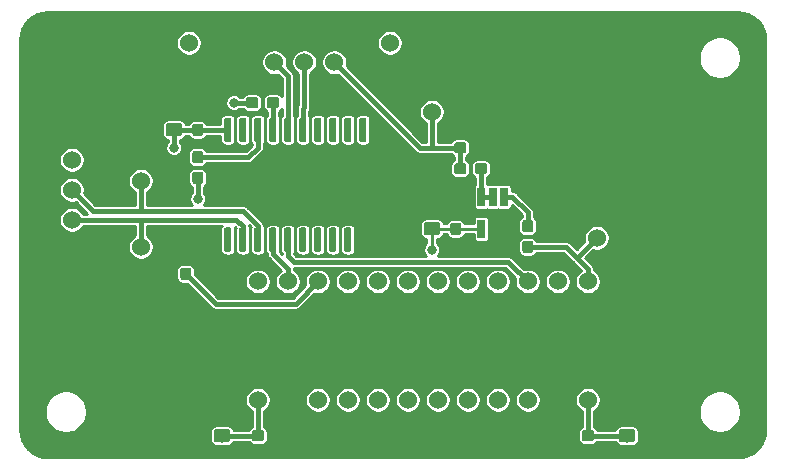
<source format=gbr>
G04 #@! TF.GenerationSoftware,KiCad,Pcbnew,(5.1.4)-1*
G04 #@! TF.CreationDate,2019-10-15T19:11:32-05:00*
G04 #@! TF.ProjectId,CCDBoard_Hardware,43434442-6f61-4726-945f-486172647761,rev?*
G04 #@! TF.SameCoordinates,Original*
G04 #@! TF.FileFunction,Copper,L1,Top*
G04 #@! TF.FilePolarity,Positive*
%FSLAX46Y46*%
G04 Gerber Fmt 4.6, Leading zero omitted, Abs format (unit mm)*
G04 Created by KiCad (PCBNEW (5.1.4)-1) date 2019-10-15 19:11:32*
%MOMM*%
%LPD*%
G04 APERTURE LIST*
%ADD10C,1.524000*%
%ADD11C,0.100000*%
%ADD12C,0.950000*%
%ADD13C,1.150000*%
%ADD14R,0.650000X1.560000*%
%ADD15C,0.600000*%
%ADD16C,0.800000*%
%ADD17C,0.250000*%
%ADD18C,0.381000*%
%ADD19C,0.254000*%
G04 APERTURE END LIST*
D10*
X112014000Y-90678000D03*
D11*
G36*
X123980779Y-111794144D02*
G01*
X124003834Y-111797563D01*
X124026443Y-111803227D01*
X124048387Y-111811079D01*
X124069457Y-111821044D01*
X124089448Y-111833026D01*
X124108168Y-111846910D01*
X124125438Y-111862562D01*
X124141090Y-111879832D01*
X124154974Y-111898552D01*
X124166956Y-111918543D01*
X124176921Y-111939613D01*
X124184773Y-111961557D01*
X124190437Y-111984166D01*
X124193856Y-112007221D01*
X124195000Y-112030500D01*
X124195000Y-112505500D01*
X124193856Y-112528779D01*
X124190437Y-112551834D01*
X124184773Y-112574443D01*
X124176921Y-112596387D01*
X124166956Y-112617457D01*
X124154974Y-112637448D01*
X124141090Y-112656168D01*
X124125438Y-112673438D01*
X124108168Y-112689090D01*
X124089448Y-112702974D01*
X124069457Y-112714956D01*
X124048387Y-112724921D01*
X124026443Y-112732773D01*
X124003834Y-112738437D01*
X123980779Y-112741856D01*
X123957500Y-112743000D01*
X123382500Y-112743000D01*
X123359221Y-112741856D01*
X123336166Y-112738437D01*
X123313557Y-112732773D01*
X123291613Y-112724921D01*
X123270543Y-112714956D01*
X123250552Y-112702974D01*
X123231832Y-112689090D01*
X123214562Y-112673438D01*
X123198910Y-112656168D01*
X123185026Y-112637448D01*
X123173044Y-112617457D01*
X123163079Y-112596387D01*
X123155227Y-112574443D01*
X123149563Y-112551834D01*
X123146144Y-112528779D01*
X123145000Y-112505500D01*
X123145000Y-112030500D01*
X123146144Y-112007221D01*
X123149563Y-111984166D01*
X123155227Y-111961557D01*
X123163079Y-111939613D01*
X123173044Y-111918543D01*
X123185026Y-111898552D01*
X123198910Y-111879832D01*
X123214562Y-111862562D01*
X123231832Y-111846910D01*
X123250552Y-111833026D01*
X123270543Y-111821044D01*
X123291613Y-111811079D01*
X123313557Y-111803227D01*
X123336166Y-111797563D01*
X123359221Y-111794144D01*
X123382500Y-111793000D01*
X123957500Y-111793000D01*
X123980779Y-111794144D01*
X123980779Y-111794144D01*
G37*
D12*
X123670000Y-112268000D03*
D11*
G36*
X122230779Y-111794144D02*
G01*
X122253834Y-111797563D01*
X122276443Y-111803227D01*
X122298387Y-111811079D01*
X122319457Y-111821044D01*
X122339448Y-111833026D01*
X122358168Y-111846910D01*
X122375438Y-111862562D01*
X122391090Y-111879832D01*
X122404974Y-111898552D01*
X122416956Y-111918543D01*
X122426921Y-111939613D01*
X122434773Y-111961557D01*
X122440437Y-111984166D01*
X122443856Y-112007221D01*
X122445000Y-112030500D01*
X122445000Y-112505500D01*
X122443856Y-112528779D01*
X122440437Y-112551834D01*
X122434773Y-112574443D01*
X122426921Y-112596387D01*
X122416956Y-112617457D01*
X122404974Y-112637448D01*
X122391090Y-112656168D01*
X122375438Y-112673438D01*
X122358168Y-112689090D01*
X122339448Y-112702974D01*
X122319457Y-112714956D01*
X122298387Y-112724921D01*
X122276443Y-112732773D01*
X122253834Y-112738437D01*
X122230779Y-112741856D01*
X122207500Y-112743000D01*
X121632500Y-112743000D01*
X121609221Y-112741856D01*
X121586166Y-112738437D01*
X121563557Y-112732773D01*
X121541613Y-112724921D01*
X121520543Y-112714956D01*
X121500552Y-112702974D01*
X121481832Y-112689090D01*
X121464562Y-112673438D01*
X121448910Y-112656168D01*
X121435026Y-112637448D01*
X121423044Y-112617457D01*
X121413079Y-112596387D01*
X121405227Y-112574443D01*
X121399563Y-112551834D01*
X121396144Y-112528779D01*
X121395000Y-112505500D01*
X121395000Y-112030500D01*
X121396144Y-112007221D01*
X121399563Y-111984166D01*
X121405227Y-111961557D01*
X121413079Y-111939613D01*
X121423044Y-111918543D01*
X121435026Y-111898552D01*
X121448910Y-111879832D01*
X121464562Y-111862562D01*
X121481832Y-111846910D01*
X121500552Y-111833026D01*
X121520543Y-111821044D01*
X121541613Y-111811079D01*
X121563557Y-111803227D01*
X121586166Y-111797563D01*
X121609221Y-111794144D01*
X121632500Y-111793000D01*
X122207500Y-111793000D01*
X122230779Y-111794144D01*
X122230779Y-111794144D01*
G37*
D12*
X121920000Y-112268000D03*
D10*
X116078000Y-78994000D03*
X147320000Y-109220000D03*
X144780000Y-109220000D03*
X142240000Y-109220000D03*
X121920000Y-109220000D03*
X124460000Y-109220000D03*
X127000000Y-109220000D03*
X129540000Y-109220000D03*
X132080000Y-109220000D03*
X134620000Y-109220000D03*
X139700000Y-109220000D03*
X149860000Y-109220000D03*
X137160000Y-109220000D03*
X121920000Y-99210000D03*
X124460000Y-99210000D03*
X127000000Y-99210000D03*
X129540000Y-99210000D03*
X132080000Y-99210000D03*
X134620000Y-99210000D03*
X137160000Y-99210000D03*
X139700000Y-99210000D03*
X142240000Y-99210000D03*
X144780000Y-99210000D03*
X147320000Y-99210000D03*
X149860000Y-99210000D03*
D11*
G36*
X153636505Y-109644204D02*
G01*
X153660773Y-109647804D01*
X153684572Y-109653765D01*
X153707671Y-109662030D01*
X153729850Y-109672520D01*
X153750893Y-109685132D01*
X153770599Y-109699747D01*
X153788777Y-109716223D01*
X153805253Y-109734401D01*
X153819868Y-109754107D01*
X153832480Y-109775150D01*
X153842970Y-109797329D01*
X153851235Y-109820428D01*
X153857196Y-109844227D01*
X153860796Y-109868495D01*
X153862000Y-109892999D01*
X153862000Y-110543001D01*
X153860796Y-110567505D01*
X153857196Y-110591773D01*
X153851235Y-110615572D01*
X153842970Y-110638671D01*
X153832480Y-110660850D01*
X153819868Y-110681893D01*
X153805253Y-110701599D01*
X153788777Y-110719777D01*
X153770599Y-110736253D01*
X153750893Y-110750868D01*
X153729850Y-110763480D01*
X153707671Y-110773970D01*
X153684572Y-110782235D01*
X153660773Y-110788196D01*
X153636505Y-110791796D01*
X153612001Y-110793000D01*
X152711999Y-110793000D01*
X152687495Y-110791796D01*
X152663227Y-110788196D01*
X152639428Y-110782235D01*
X152616329Y-110773970D01*
X152594150Y-110763480D01*
X152573107Y-110750868D01*
X152553401Y-110736253D01*
X152535223Y-110719777D01*
X152518747Y-110701599D01*
X152504132Y-110681893D01*
X152491520Y-110660850D01*
X152481030Y-110638671D01*
X152472765Y-110615572D01*
X152466804Y-110591773D01*
X152463204Y-110567505D01*
X152462000Y-110543001D01*
X152462000Y-109892999D01*
X152463204Y-109868495D01*
X152466804Y-109844227D01*
X152472765Y-109820428D01*
X152481030Y-109797329D01*
X152491520Y-109775150D01*
X152504132Y-109754107D01*
X152518747Y-109734401D01*
X152535223Y-109716223D01*
X152553401Y-109699747D01*
X152573107Y-109685132D01*
X152594150Y-109672520D01*
X152616329Y-109662030D01*
X152639428Y-109653765D01*
X152663227Y-109647804D01*
X152687495Y-109644204D01*
X152711999Y-109643000D01*
X153612001Y-109643000D01*
X153636505Y-109644204D01*
X153636505Y-109644204D01*
G37*
D13*
X153162000Y-110218000D03*
D11*
G36*
X153636505Y-111694204D02*
G01*
X153660773Y-111697804D01*
X153684572Y-111703765D01*
X153707671Y-111712030D01*
X153729850Y-111722520D01*
X153750893Y-111735132D01*
X153770599Y-111749747D01*
X153788777Y-111766223D01*
X153805253Y-111784401D01*
X153819868Y-111804107D01*
X153832480Y-111825150D01*
X153842970Y-111847329D01*
X153851235Y-111870428D01*
X153857196Y-111894227D01*
X153860796Y-111918495D01*
X153862000Y-111942999D01*
X153862000Y-112593001D01*
X153860796Y-112617505D01*
X153857196Y-112641773D01*
X153851235Y-112665572D01*
X153842970Y-112688671D01*
X153832480Y-112710850D01*
X153819868Y-112731893D01*
X153805253Y-112751599D01*
X153788777Y-112769777D01*
X153770599Y-112786253D01*
X153750893Y-112800868D01*
X153729850Y-112813480D01*
X153707671Y-112823970D01*
X153684572Y-112832235D01*
X153660773Y-112838196D01*
X153636505Y-112841796D01*
X153612001Y-112843000D01*
X152711999Y-112843000D01*
X152687495Y-112841796D01*
X152663227Y-112838196D01*
X152639428Y-112832235D01*
X152616329Y-112823970D01*
X152594150Y-112813480D01*
X152573107Y-112800868D01*
X152553401Y-112786253D01*
X152535223Y-112769777D01*
X152518747Y-112751599D01*
X152504132Y-112731893D01*
X152491520Y-112710850D01*
X152481030Y-112688671D01*
X152472765Y-112665572D01*
X152466804Y-112641773D01*
X152463204Y-112617505D01*
X152462000Y-112593001D01*
X152462000Y-111942999D01*
X152463204Y-111918495D01*
X152466804Y-111894227D01*
X152472765Y-111870428D01*
X152481030Y-111847329D01*
X152491520Y-111825150D01*
X152504132Y-111804107D01*
X152518747Y-111784401D01*
X152535223Y-111766223D01*
X152553401Y-111749747D01*
X152573107Y-111735132D01*
X152594150Y-111722520D01*
X152616329Y-111712030D01*
X152639428Y-111703765D01*
X152663227Y-111697804D01*
X152687495Y-111694204D01*
X152711999Y-111693000D01*
X153612001Y-111693000D01*
X153636505Y-111694204D01*
X153636505Y-111694204D01*
G37*
D13*
X153162000Y-112268000D03*
D11*
G36*
X138944779Y-94218144D02*
G01*
X138967834Y-94221563D01*
X138990443Y-94227227D01*
X139012387Y-94235079D01*
X139033457Y-94245044D01*
X139053448Y-94257026D01*
X139072168Y-94270910D01*
X139089438Y-94286562D01*
X139105090Y-94303832D01*
X139118974Y-94322552D01*
X139130956Y-94342543D01*
X139140921Y-94363613D01*
X139148773Y-94385557D01*
X139154437Y-94408166D01*
X139157856Y-94431221D01*
X139159000Y-94454500D01*
X139159000Y-95029500D01*
X139157856Y-95052779D01*
X139154437Y-95075834D01*
X139148773Y-95098443D01*
X139140921Y-95120387D01*
X139130956Y-95141457D01*
X139118974Y-95161448D01*
X139105090Y-95180168D01*
X139089438Y-95197438D01*
X139072168Y-95213090D01*
X139053448Y-95226974D01*
X139033457Y-95238956D01*
X139012387Y-95248921D01*
X138990443Y-95256773D01*
X138967834Y-95262437D01*
X138944779Y-95265856D01*
X138921500Y-95267000D01*
X138446500Y-95267000D01*
X138423221Y-95265856D01*
X138400166Y-95262437D01*
X138377557Y-95256773D01*
X138355613Y-95248921D01*
X138334543Y-95238956D01*
X138314552Y-95226974D01*
X138295832Y-95213090D01*
X138278562Y-95197438D01*
X138262910Y-95180168D01*
X138249026Y-95161448D01*
X138237044Y-95141457D01*
X138227079Y-95120387D01*
X138219227Y-95098443D01*
X138213563Y-95075834D01*
X138210144Y-95052779D01*
X138209000Y-95029500D01*
X138209000Y-94454500D01*
X138210144Y-94431221D01*
X138213563Y-94408166D01*
X138219227Y-94385557D01*
X138227079Y-94363613D01*
X138237044Y-94342543D01*
X138249026Y-94322552D01*
X138262910Y-94303832D01*
X138278562Y-94286562D01*
X138295832Y-94270910D01*
X138314552Y-94257026D01*
X138334543Y-94245044D01*
X138355613Y-94235079D01*
X138377557Y-94227227D01*
X138400166Y-94221563D01*
X138423221Y-94218144D01*
X138446500Y-94217000D01*
X138921500Y-94217000D01*
X138944779Y-94218144D01*
X138944779Y-94218144D01*
G37*
D12*
X138684000Y-94742000D03*
D11*
G36*
X138944779Y-92468144D02*
G01*
X138967834Y-92471563D01*
X138990443Y-92477227D01*
X139012387Y-92485079D01*
X139033457Y-92495044D01*
X139053448Y-92507026D01*
X139072168Y-92520910D01*
X139089438Y-92536562D01*
X139105090Y-92553832D01*
X139118974Y-92572552D01*
X139130956Y-92592543D01*
X139140921Y-92613613D01*
X139148773Y-92635557D01*
X139154437Y-92658166D01*
X139157856Y-92681221D01*
X139159000Y-92704500D01*
X139159000Y-93279500D01*
X139157856Y-93302779D01*
X139154437Y-93325834D01*
X139148773Y-93348443D01*
X139140921Y-93370387D01*
X139130956Y-93391457D01*
X139118974Y-93411448D01*
X139105090Y-93430168D01*
X139089438Y-93447438D01*
X139072168Y-93463090D01*
X139053448Y-93476974D01*
X139033457Y-93488956D01*
X139012387Y-93498921D01*
X138990443Y-93506773D01*
X138967834Y-93512437D01*
X138944779Y-93515856D01*
X138921500Y-93517000D01*
X138446500Y-93517000D01*
X138423221Y-93515856D01*
X138400166Y-93512437D01*
X138377557Y-93506773D01*
X138355613Y-93498921D01*
X138334543Y-93488956D01*
X138314552Y-93476974D01*
X138295832Y-93463090D01*
X138278562Y-93447438D01*
X138262910Y-93430168D01*
X138249026Y-93411448D01*
X138237044Y-93391457D01*
X138227079Y-93370387D01*
X138219227Y-93348443D01*
X138213563Y-93325834D01*
X138210144Y-93302779D01*
X138209000Y-93279500D01*
X138209000Y-92704500D01*
X138210144Y-92681221D01*
X138213563Y-92658166D01*
X138219227Y-92635557D01*
X138227079Y-92613613D01*
X138237044Y-92592543D01*
X138249026Y-92572552D01*
X138262910Y-92553832D01*
X138278562Y-92536562D01*
X138295832Y-92520910D01*
X138314552Y-92507026D01*
X138334543Y-92495044D01*
X138355613Y-92485079D01*
X138377557Y-92477227D01*
X138400166Y-92471563D01*
X138423221Y-92468144D01*
X138446500Y-92467000D01*
X138921500Y-92467000D01*
X138944779Y-92468144D01*
X138944779Y-92468144D01*
G37*
D12*
X138684000Y-92992000D03*
D11*
G36*
X119346505Y-109644204D02*
G01*
X119370773Y-109647804D01*
X119394572Y-109653765D01*
X119417671Y-109662030D01*
X119439850Y-109672520D01*
X119460893Y-109685132D01*
X119480599Y-109699747D01*
X119498777Y-109716223D01*
X119515253Y-109734401D01*
X119529868Y-109754107D01*
X119542480Y-109775150D01*
X119552970Y-109797329D01*
X119561235Y-109820428D01*
X119567196Y-109844227D01*
X119570796Y-109868495D01*
X119572000Y-109892999D01*
X119572000Y-110543001D01*
X119570796Y-110567505D01*
X119567196Y-110591773D01*
X119561235Y-110615572D01*
X119552970Y-110638671D01*
X119542480Y-110660850D01*
X119529868Y-110681893D01*
X119515253Y-110701599D01*
X119498777Y-110719777D01*
X119480599Y-110736253D01*
X119460893Y-110750868D01*
X119439850Y-110763480D01*
X119417671Y-110773970D01*
X119394572Y-110782235D01*
X119370773Y-110788196D01*
X119346505Y-110791796D01*
X119322001Y-110793000D01*
X118421999Y-110793000D01*
X118397495Y-110791796D01*
X118373227Y-110788196D01*
X118349428Y-110782235D01*
X118326329Y-110773970D01*
X118304150Y-110763480D01*
X118283107Y-110750868D01*
X118263401Y-110736253D01*
X118245223Y-110719777D01*
X118228747Y-110701599D01*
X118214132Y-110681893D01*
X118201520Y-110660850D01*
X118191030Y-110638671D01*
X118182765Y-110615572D01*
X118176804Y-110591773D01*
X118173204Y-110567505D01*
X118172000Y-110543001D01*
X118172000Y-109892999D01*
X118173204Y-109868495D01*
X118176804Y-109844227D01*
X118182765Y-109820428D01*
X118191030Y-109797329D01*
X118201520Y-109775150D01*
X118214132Y-109754107D01*
X118228747Y-109734401D01*
X118245223Y-109716223D01*
X118263401Y-109699747D01*
X118283107Y-109685132D01*
X118304150Y-109672520D01*
X118326329Y-109662030D01*
X118349428Y-109653765D01*
X118373227Y-109647804D01*
X118397495Y-109644204D01*
X118421999Y-109643000D01*
X119322001Y-109643000D01*
X119346505Y-109644204D01*
X119346505Y-109644204D01*
G37*
D13*
X118872000Y-110218000D03*
D11*
G36*
X119346505Y-111694204D02*
G01*
X119370773Y-111697804D01*
X119394572Y-111703765D01*
X119417671Y-111712030D01*
X119439850Y-111722520D01*
X119460893Y-111735132D01*
X119480599Y-111749747D01*
X119498777Y-111766223D01*
X119515253Y-111784401D01*
X119529868Y-111804107D01*
X119542480Y-111825150D01*
X119552970Y-111847329D01*
X119561235Y-111870428D01*
X119567196Y-111894227D01*
X119570796Y-111918495D01*
X119572000Y-111942999D01*
X119572000Y-112593001D01*
X119570796Y-112617505D01*
X119567196Y-112641773D01*
X119561235Y-112665572D01*
X119552970Y-112688671D01*
X119542480Y-112710850D01*
X119529868Y-112731893D01*
X119515253Y-112751599D01*
X119498777Y-112769777D01*
X119480599Y-112786253D01*
X119460893Y-112800868D01*
X119439850Y-112813480D01*
X119417671Y-112823970D01*
X119394572Y-112832235D01*
X119370773Y-112838196D01*
X119346505Y-112841796D01*
X119322001Y-112843000D01*
X118421999Y-112843000D01*
X118397495Y-112841796D01*
X118373227Y-112838196D01*
X118349428Y-112832235D01*
X118326329Y-112823970D01*
X118304150Y-112813480D01*
X118283107Y-112800868D01*
X118263401Y-112786253D01*
X118245223Y-112769777D01*
X118228747Y-112751599D01*
X118214132Y-112731893D01*
X118201520Y-112710850D01*
X118191030Y-112688671D01*
X118182765Y-112665572D01*
X118176804Y-112641773D01*
X118173204Y-112617505D01*
X118172000Y-112593001D01*
X118172000Y-111942999D01*
X118173204Y-111918495D01*
X118176804Y-111894227D01*
X118182765Y-111870428D01*
X118191030Y-111847329D01*
X118201520Y-111825150D01*
X118214132Y-111804107D01*
X118228747Y-111784401D01*
X118245223Y-111766223D01*
X118263401Y-111749747D01*
X118283107Y-111735132D01*
X118304150Y-111722520D01*
X118326329Y-111712030D01*
X118349428Y-111703765D01*
X118373227Y-111697804D01*
X118397495Y-111694204D01*
X118421999Y-111693000D01*
X119322001Y-111693000D01*
X119346505Y-111694204D01*
X119346505Y-111694204D01*
G37*
D13*
X118872000Y-112268000D03*
D11*
G36*
X116084779Y-96278144D02*
G01*
X116107834Y-96281563D01*
X116130443Y-96287227D01*
X116152387Y-96295079D01*
X116173457Y-96305044D01*
X116193448Y-96317026D01*
X116212168Y-96330910D01*
X116229438Y-96346562D01*
X116245090Y-96363832D01*
X116258974Y-96382552D01*
X116270956Y-96402543D01*
X116280921Y-96423613D01*
X116288773Y-96445557D01*
X116294437Y-96468166D01*
X116297856Y-96491221D01*
X116299000Y-96514500D01*
X116299000Y-97089500D01*
X116297856Y-97112779D01*
X116294437Y-97135834D01*
X116288773Y-97158443D01*
X116280921Y-97180387D01*
X116270956Y-97201457D01*
X116258974Y-97221448D01*
X116245090Y-97240168D01*
X116229438Y-97257438D01*
X116212168Y-97273090D01*
X116193448Y-97286974D01*
X116173457Y-97298956D01*
X116152387Y-97308921D01*
X116130443Y-97316773D01*
X116107834Y-97322437D01*
X116084779Y-97325856D01*
X116061500Y-97327000D01*
X115586500Y-97327000D01*
X115563221Y-97325856D01*
X115540166Y-97322437D01*
X115517557Y-97316773D01*
X115495613Y-97308921D01*
X115474543Y-97298956D01*
X115454552Y-97286974D01*
X115435832Y-97273090D01*
X115418562Y-97257438D01*
X115402910Y-97240168D01*
X115389026Y-97221448D01*
X115377044Y-97201457D01*
X115367079Y-97180387D01*
X115359227Y-97158443D01*
X115353563Y-97135834D01*
X115350144Y-97112779D01*
X115349000Y-97089500D01*
X115349000Y-96514500D01*
X115350144Y-96491221D01*
X115353563Y-96468166D01*
X115359227Y-96445557D01*
X115367079Y-96423613D01*
X115377044Y-96402543D01*
X115389026Y-96382552D01*
X115402910Y-96363832D01*
X115418562Y-96346562D01*
X115435832Y-96330910D01*
X115454552Y-96317026D01*
X115474543Y-96305044D01*
X115495613Y-96295079D01*
X115517557Y-96287227D01*
X115540166Y-96281563D01*
X115563221Y-96278144D01*
X115586500Y-96277000D01*
X116061500Y-96277000D01*
X116084779Y-96278144D01*
X116084779Y-96278144D01*
G37*
D12*
X115824000Y-96802000D03*
D11*
G36*
X116084779Y-98028144D02*
G01*
X116107834Y-98031563D01*
X116130443Y-98037227D01*
X116152387Y-98045079D01*
X116173457Y-98055044D01*
X116193448Y-98067026D01*
X116212168Y-98080910D01*
X116229438Y-98096562D01*
X116245090Y-98113832D01*
X116258974Y-98132552D01*
X116270956Y-98152543D01*
X116280921Y-98173613D01*
X116288773Y-98195557D01*
X116294437Y-98218166D01*
X116297856Y-98241221D01*
X116299000Y-98264500D01*
X116299000Y-98839500D01*
X116297856Y-98862779D01*
X116294437Y-98885834D01*
X116288773Y-98908443D01*
X116280921Y-98930387D01*
X116270956Y-98951457D01*
X116258974Y-98971448D01*
X116245090Y-98990168D01*
X116229438Y-99007438D01*
X116212168Y-99023090D01*
X116193448Y-99036974D01*
X116173457Y-99048956D01*
X116152387Y-99058921D01*
X116130443Y-99066773D01*
X116107834Y-99072437D01*
X116084779Y-99075856D01*
X116061500Y-99077000D01*
X115586500Y-99077000D01*
X115563221Y-99075856D01*
X115540166Y-99072437D01*
X115517557Y-99066773D01*
X115495613Y-99058921D01*
X115474543Y-99048956D01*
X115454552Y-99036974D01*
X115435832Y-99023090D01*
X115418562Y-99007438D01*
X115402910Y-98990168D01*
X115389026Y-98971448D01*
X115377044Y-98951457D01*
X115367079Y-98930387D01*
X115359227Y-98908443D01*
X115353563Y-98885834D01*
X115350144Y-98862779D01*
X115349000Y-98839500D01*
X115349000Y-98264500D01*
X115350144Y-98241221D01*
X115353563Y-98218166D01*
X115359227Y-98195557D01*
X115367079Y-98173613D01*
X115377044Y-98152543D01*
X115389026Y-98132552D01*
X115402910Y-98113832D01*
X115418562Y-98096562D01*
X115435832Y-98080910D01*
X115454552Y-98067026D01*
X115474543Y-98055044D01*
X115495613Y-98045079D01*
X115517557Y-98037227D01*
X115540166Y-98031563D01*
X115563221Y-98028144D01*
X115586500Y-98027000D01*
X116061500Y-98027000D01*
X116084779Y-98028144D01*
X116084779Y-98028144D01*
G37*
D12*
X115824000Y-98552000D03*
D11*
G36*
X117100779Y-85836144D02*
G01*
X117123834Y-85839563D01*
X117146443Y-85845227D01*
X117168387Y-85853079D01*
X117189457Y-85863044D01*
X117209448Y-85875026D01*
X117228168Y-85888910D01*
X117245438Y-85904562D01*
X117261090Y-85921832D01*
X117274974Y-85940552D01*
X117286956Y-85960543D01*
X117296921Y-85981613D01*
X117304773Y-86003557D01*
X117310437Y-86026166D01*
X117313856Y-86049221D01*
X117315000Y-86072500D01*
X117315000Y-86647500D01*
X117313856Y-86670779D01*
X117310437Y-86693834D01*
X117304773Y-86716443D01*
X117296921Y-86738387D01*
X117286956Y-86759457D01*
X117274974Y-86779448D01*
X117261090Y-86798168D01*
X117245438Y-86815438D01*
X117228168Y-86831090D01*
X117209448Y-86844974D01*
X117189457Y-86856956D01*
X117168387Y-86866921D01*
X117146443Y-86874773D01*
X117123834Y-86880437D01*
X117100779Y-86883856D01*
X117077500Y-86885000D01*
X116602500Y-86885000D01*
X116579221Y-86883856D01*
X116556166Y-86880437D01*
X116533557Y-86874773D01*
X116511613Y-86866921D01*
X116490543Y-86856956D01*
X116470552Y-86844974D01*
X116451832Y-86831090D01*
X116434562Y-86815438D01*
X116418910Y-86798168D01*
X116405026Y-86779448D01*
X116393044Y-86759457D01*
X116383079Y-86738387D01*
X116375227Y-86716443D01*
X116369563Y-86693834D01*
X116366144Y-86670779D01*
X116365000Y-86647500D01*
X116365000Y-86072500D01*
X116366144Y-86049221D01*
X116369563Y-86026166D01*
X116375227Y-86003557D01*
X116383079Y-85981613D01*
X116393044Y-85960543D01*
X116405026Y-85940552D01*
X116418910Y-85921832D01*
X116434562Y-85904562D01*
X116451832Y-85888910D01*
X116470552Y-85875026D01*
X116490543Y-85863044D01*
X116511613Y-85853079D01*
X116533557Y-85845227D01*
X116556166Y-85839563D01*
X116579221Y-85836144D01*
X116602500Y-85835000D01*
X117077500Y-85835000D01*
X117100779Y-85836144D01*
X117100779Y-85836144D01*
G37*
D12*
X116840000Y-86360000D03*
D11*
G36*
X117100779Y-84086144D02*
G01*
X117123834Y-84089563D01*
X117146443Y-84095227D01*
X117168387Y-84103079D01*
X117189457Y-84113044D01*
X117209448Y-84125026D01*
X117228168Y-84138910D01*
X117245438Y-84154562D01*
X117261090Y-84171832D01*
X117274974Y-84190552D01*
X117286956Y-84210543D01*
X117296921Y-84231613D01*
X117304773Y-84253557D01*
X117310437Y-84276166D01*
X117313856Y-84299221D01*
X117315000Y-84322500D01*
X117315000Y-84897500D01*
X117313856Y-84920779D01*
X117310437Y-84943834D01*
X117304773Y-84966443D01*
X117296921Y-84988387D01*
X117286956Y-85009457D01*
X117274974Y-85029448D01*
X117261090Y-85048168D01*
X117245438Y-85065438D01*
X117228168Y-85081090D01*
X117209448Y-85094974D01*
X117189457Y-85106956D01*
X117168387Y-85116921D01*
X117146443Y-85124773D01*
X117123834Y-85130437D01*
X117100779Y-85133856D01*
X117077500Y-85135000D01*
X116602500Y-85135000D01*
X116579221Y-85133856D01*
X116556166Y-85130437D01*
X116533557Y-85124773D01*
X116511613Y-85116921D01*
X116490543Y-85106956D01*
X116470552Y-85094974D01*
X116451832Y-85081090D01*
X116434562Y-85065438D01*
X116418910Y-85048168D01*
X116405026Y-85029448D01*
X116393044Y-85009457D01*
X116383079Y-84988387D01*
X116375227Y-84966443D01*
X116369563Y-84943834D01*
X116366144Y-84920779D01*
X116365000Y-84897500D01*
X116365000Y-84322500D01*
X116366144Y-84299221D01*
X116369563Y-84276166D01*
X116375227Y-84253557D01*
X116383079Y-84231613D01*
X116393044Y-84210543D01*
X116405026Y-84190552D01*
X116418910Y-84171832D01*
X116434562Y-84154562D01*
X116451832Y-84138910D01*
X116470552Y-84125026D01*
X116490543Y-84113044D01*
X116511613Y-84103079D01*
X116533557Y-84095227D01*
X116556166Y-84089563D01*
X116579221Y-84086144D01*
X116602500Y-84085000D01*
X117077500Y-84085000D01*
X117100779Y-84086144D01*
X117100779Y-84086144D01*
G37*
D12*
X116840000Y-84610000D03*
D11*
G36*
X139375779Y-87410144D02*
G01*
X139398834Y-87413563D01*
X139421443Y-87419227D01*
X139443387Y-87427079D01*
X139464457Y-87437044D01*
X139484448Y-87449026D01*
X139503168Y-87462910D01*
X139520438Y-87478562D01*
X139536090Y-87495832D01*
X139549974Y-87514552D01*
X139561956Y-87534543D01*
X139571921Y-87555613D01*
X139579773Y-87577557D01*
X139585437Y-87600166D01*
X139588856Y-87623221D01*
X139590000Y-87646500D01*
X139590000Y-88121500D01*
X139588856Y-88144779D01*
X139585437Y-88167834D01*
X139579773Y-88190443D01*
X139571921Y-88212387D01*
X139561956Y-88233457D01*
X139549974Y-88253448D01*
X139536090Y-88272168D01*
X139520438Y-88289438D01*
X139503168Y-88305090D01*
X139484448Y-88318974D01*
X139464457Y-88330956D01*
X139443387Y-88340921D01*
X139421443Y-88348773D01*
X139398834Y-88354437D01*
X139375779Y-88357856D01*
X139352500Y-88359000D01*
X138777500Y-88359000D01*
X138754221Y-88357856D01*
X138731166Y-88354437D01*
X138708557Y-88348773D01*
X138686613Y-88340921D01*
X138665543Y-88330956D01*
X138645552Y-88318974D01*
X138626832Y-88305090D01*
X138609562Y-88289438D01*
X138593910Y-88272168D01*
X138580026Y-88253448D01*
X138568044Y-88233457D01*
X138558079Y-88212387D01*
X138550227Y-88190443D01*
X138544563Y-88167834D01*
X138541144Y-88144779D01*
X138540000Y-88121500D01*
X138540000Y-87646500D01*
X138541144Y-87623221D01*
X138544563Y-87600166D01*
X138550227Y-87577557D01*
X138558079Y-87555613D01*
X138568044Y-87534543D01*
X138580026Y-87514552D01*
X138593910Y-87495832D01*
X138609562Y-87478562D01*
X138626832Y-87462910D01*
X138645552Y-87449026D01*
X138665543Y-87437044D01*
X138686613Y-87427079D01*
X138708557Y-87419227D01*
X138731166Y-87413563D01*
X138754221Y-87410144D01*
X138777500Y-87409000D01*
X139352500Y-87409000D01*
X139375779Y-87410144D01*
X139375779Y-87410144D01*
G37*
D12*
X139065000Y-87884000D03*
D11*
G36*
X141125779Y-87410144D02*
G01*
X141148834Y-87413563D01*
X141171443Y-87419227D01*
X141193387Y-87427079D01*
X141214457Y-87437044D01*
X141234448Y-87449026D01*
X141253168Y-87462910D01*
X141270438Y-87478562D01*
X141286090Y-87495832D01*
X141299974Y-87514552D01*
X141311956Y-87534543D01*
X141321921Y-87555613D01*
X141329773Y-87577557D01*
X141335437Y-87600166D01*
X141338856Y-87623221D01*
X141340000Y-87646500D01*
X141340000Y-88121500D01*
X141338856Y-88144779D01*
X141335437Y-88167834D01*
X141329773Y-88190443D01*
X141321921Y-88212387D01*
X141311956Y-88233457D01*
X141299974Y-88253448D01*
X141286090Y-88272168D01*
X141270438Y-88289438D01*
X141253168Y-88305090D01*
X141234448Y-88318974D01*
X141214457Y-88330956D01*
X141193387Y-88340921D01*
X141171443Y-88348773D01*
X141148834Y-88354437D01*
X141125779Y-88357856D01*
X141102500Y-88359000D01*
X140527500Y-88359000D01*
X140504221Y-88357856D01*
X140481166Y-88354437D01*
X140458557Y-88348773D01*
X140436613Y-88340921D01*
X140415543Y-88330956D01*
X140395552Y-88318974D01*
X140376832Y-88305090D01*
X140359562Y-88289438D01*
X140343910Y-88272168D01*
X140330026Y-88253448D01*
X140318044Y-88233457D01*
X140308079Y-88212387D01*
X140300227Y-88190443D01*
X140294563Y-88167834D01*
X140291144Y-88144779D01*
X140290000Y-88121500D01*
X140290000Y-87646500D01*
X140291144Y-87623221D01*
X140294563Y-87600166D01*
X140300227Y-87577557D01*
X140308079Y-87555613D01*
X140318044Y-87534543D01*
X140330026Y-87514552D01*
X140343910Y-87495832D01*
X140359562Y-87478562D01*
X140376832Y-87462910D01*
X140395552Y-87449026D01*
X140415543Y-87437044D01*
X140436613Y-87427079D01*
X140458557Y-87419227D01*
X140481166Y-87413563D01*
X140504221Y-87410144D01*
X140527500Y-87409000D01*
X141102500Y-87409000D01*
X141125779Y-87410144D01*
X141125779Y-87410144D01*
G37*
D12*
X140815000Y-87884000D03*
D11*
G36*
X148420779Y-111794144D02*
G01*
X148443834Y-111797563D01*
X148466443Y-111803227D01*
X148488387Y-111811079D01*
X148509457Y-111821044D01*
X148529448Y-111833026D01*
X148548168Y-111846910D01*
X148565438Y-111862562D01*
X148581090Y-111879832D01*
X148594974Y-111898552D01*
X148606956Y-111918543D01*
X148616921Y-111939613D01*
X148624773Y-111961557D01*
X148630437Y-111984166D01*
X148633856Y-112007221D01*
X148635000Y-112030500D01*
X148635000Y-112505500D01*
X148633856Y-112528779D01*
X148630437Y-112551834D01*
X148624773Y-112574443D01*
X148616921Y-112596387D01*
X148606956Y-112617457D01*
X148594974Y-112637448D01*
X148581090Y-112656168D01*
X148565438Y-112673438D01*
X148548168Y-112689090D01*
X148529448Y-112702974D01*
X148509457Y-112714956D01*
X148488387Y-112724921D01*
X148466443Y-112732773D01*
X148443834Y-112738437D01*
X148420779Y-112741856D01*
X148397500Y-112743000D01*
X147822500Y-112743000D01*
X147799221Y-112741856D01*
X147776166Y-112738437D01*
X147753557Y-112732773D01*
X147731613Y-112724921D01*
X147710543Y-112714956D01*
X147690552Y-112702974D01*
X147671832Y-112689090D01*
X147654562Y-112673438D01*
X147638910Y-112656168D01*
X147625026Y-112637448D01*
X147613044Y-112617457D01*
X147603079Y-112596387D01*
X147595227Y-112574443D01*
X147589563Y-112551834D01*
X147586144Y-112528779D01*
X147585000Y-112505500D01*
X147585000Y-112030500D01*
X147586144Y-112007221D01*
X147589563Y-111984166D01*
X147595227Y-111961557D01*
X147603079Y-111939613D01*
X147613044Y-111918543D01*
X147625026Y-111898552D01*
X147638910Y-111879832D01*
X147654562Y-111862562D01*
X147671832Y-111846910D01*
X147690552Y-111833026D01*
X147710543Y-111821044D01*
X147731613Y-111811079D01*
X147753557Y-111803227D01*
X147776166Y-111797563D01*
X147799221Y-111794144D01*
X147822500Y-111793000D01*
X148397500Y-111793000D01*
X148420779Y-111794144D01*
X148420779Y-111794144D01*
G37*
D12*
X148110000Y-112268000D03*
D11*
G36*
X150170779Y-111794144D02*
G01*
X150193834Y-111797563D01*
X150216443Y-111803227D01*
X150238387Y-111811079D01*
X150259457Y-111821044D01*
X150279448Y-111833026D01*
X150298168Y-111846910D01*
X150315438Y-111862562D01*
X150331090Y-111879832D01*
X150344974Y-111898552D01*
X150356956Y-111918543D01*
X150366921Y-111939613D01*
X150374773Y-111961557D01*
X150380437Y-111984166D01*
X150383856Y-112007221D01*
X150385000Y-112030500D01*
X150385000Y-112505500D01*
X150383856Y-112528779D01*
X150380437Y-112551834D01*
X150374773Y-112574443D01*
X150366921Y-112596387D01*
X150356956Y-112617457D01*
X150344974Y-112637448D01*
X150331090Y-112656168D01*
X150315438Y-112673438D01*
X150298168Y-112689090D01*
X150279448Y-112702974D01*
X150259457Y-112714956D01*
X150238387Y-112724921D01*
X150216443Y-112732773D01*
X150193834Y-112738437D01*
X150170779Y-112741856D01*
X150147500Y-112743000D01*
X149572500Y-112743000D01*
X149549221Y-112741856D01*
X149526166Y-112738437D01*
X149503557Y-112732773D01*
X149481613Y-112724921D01*
X149460543Y-112714956D01*
X149440552Y-112702974D01*
X149421832Y-112689090D01*
X149404562Y-112673438D01*
X149388910Y-112656168D01*
X149375026Y-112637448D01*
X149363044Y-112617457D01*
X149353079Y-112596387D01*
X149345227Y-112574443D01*
X149339563Y-112551834D01*
X149336144Y-112528779D01*
X149335000Y-112505500D01*
X149335000Y-112030500D01*
X149336144Y-112007221D01*
X149339563Y-111984166D01*
X149345227Y-111961557D01*
X149353079Y-111939613D01*
X149363044Y-111918543D01*
X149375026Y-111898552D01*
X149388910Y-111879832D01*
X149404562Y-111862562D01*
X149421832Y-111846910D01*
X149440552Y-111833026D01*
X149460543Y-111821044D01*
X149481613Y-111811079D01*
X149503557Y-111803227D01*
X149526166Y-111797563D01*
X149549221Y-111794144D01*
X149572500Y-111793000D01*
X150147500Y-111793000D01*
X150170779Y-111794144D01*
X150170779Y-111794144D01*
G37*
D12*
X149860000Y-112268000D03*
D11*
G36*
X115282505Y-83736204D02*
G01*
X115306773Y-83739804D01*
X115330572Y-83745765D01*
X115353671Y-83754030D01*
X115375850Y-83764520D01*
X115396893Y-83777132D01*
X115416599Y-83791747D01*
X115434777Y-83808223D01*
X115451253Y-83826401D01*
X115465868Y-83846107D01*
X115478480Y-83867150D01*
X115488970Y-83889329D01*
X115497235Y-83912428D01*
X115503196Y-83936227D01*
X115506796Y-83960495D01*
X115508000Y-83984999D01*
X115508000Y-84635001D01*
X115506796Y-84659505D01*
X115503196Y-84683773D01*
X115497235Y-84707572D01*
X115488970Y-84730671D01*
X115478480Y-84752850D01*
X115465868Y-84773893D01*
X115451253Y-84793599D01*
X115434777Y-84811777D01*
X115416599Y-84828253D01*
X115396893Y-84842868D01*
X115375850Y-84855480D01*
X115353671Y-84865970D01*
X115330572Y-84874235D01*
X115306773Y-84880196D01*
X115282505Y-84883796D01*
X115258001Y-84885000D01*
X114357999Y-84885000D01*
X114333495Y-84883796D01*
X114309227Y-84880196D01*
X114285428Y-84874235D01*
X114262329Y-84865970D01*
X114240150Y-84855480D01*
X114219107Y-84842868D01*
X114199401Y-84828253D01*
X114181223Y-84811777D01*
X114164747Y-84793599D01*
X114150132Y-84773893D01*
X114137520Y-84752850D01*
X114127030Y-84730671D01*
X114118765Y-84707572D01*
X114112804Y-84683773D01*
X114109204Y-84659505D01*
X114108000Y-84635001D01*
X114108000Y-83984999D01*
X114109204Y-83960495D01*
X114112804Y-83936227D01*
X114118765Y-83912428D01*
X114127030Y-83889329D01*
X114137520Y-83867150D01*
X114150132Y-83846107D01*
X114164747Y-83826401D01*
X114181223Y-83808223D01*
X114199401Y-83791747D01*
X114219107Y-83777132D01*
X114240150Y-83764520D01*
X114262329Y-83754030D01*
X114285428Y-83745765D01*
X114309227Y-83739804D01*
X114333495Y-83736204D01*
X114357999Y-83735000D01*
X115258001Y-83735000D01*
X115282505Y-83736204D01*
X115282505Y-83736204D01*
G37*
D13*
X114808000Y-84310000D03*
D11*
G36*
X115282505Y-85786204D02*
G01*
X115306773Y-85789804D01*
X115330572Y-85795765D01*
X115353671Y-85804030D01*
X115375850Y-85814520D01*
X115396893Y-85827132D01*
X115416599Y-85841747D01*
X115434777Y-85858223D01*
X115451253Y-85876401D01*
X115465868Y-85896107D01*
X115478480Y-85917150D01*
X115488970Y-85939329D01*
X115497235Y-85962428D01*
X115503196Y-85986227D01*
X115506796Y-86010495D01*
X115508000Y-86034999D01*
X115508000Y-86685001D01*
X115506796Y-86709505D01*
X115503196Y-86733773D01*
X115497235Y-86757572D01*
X115488970Y-86780671D01*
X115478480Y-86802850D01*
X115465868Y-86823893D01*
X115451253Y-86843599D01*
X115434777Y-86861777D01*
X115416599Y-86878253D01*
X115396893Y-86892868D01*
X115375850Y-86905480D01*
X115353671Y-86915970D01*
X115330572Y-86924235D01*
X115306773Y-86930196D01*
X115282505Y-86933796D01*
X115258001Y-86935000D01*
X114357999Y-86935000D01*
X114333495Y-86933796D01*
X114309227Y-86930196D01*
X114285428Y-86924235D01*
X114262329Y-86915970D01*
X114240150Y-86905480D01*
X114219107Y-86892868D01*
X114199401Y-86878253D01*
X114181223Y-86861777D01*
X114164747Y-86843599D01*
X114150132Y-86823893D01*
X114137520Y-86802850D01*
X114127030Y-86780671D01*
X114118765Y-86757572D01*
X114112804Y-86733773D01*
X114109204Y-86709505D01*
X114108000Y-86685001D01*
X114108000Y-86034999D01*
X114109204Y-86010495D01*
X114112804Y-85986227D01*
X114118765Y-85962428D01*
X114127030Y-85939329D01*
X114137520Y-85917150D01*
X114150132Y-85896107D01*
X114164747Y-85876401D01*
X114181223Y-85858223D01*
X114199401Y-85841747D01*
X114219107Y-85827132D01*
X114240150Y-85814520D01*
X114262329Y-85804030D01*
X114285428Y-85795765D01*
X114309227Y-85789804D01*
X114333495Y-85786204D01*
X114357999Y-85785000D01*
X115258001Y-85785000D01*
X115282505Y-85786204D01*
X115282505Y-85786204D01*
G37*
D13*
X114808000Y-86360000D03*
D10*
X106172000Y-88900000D03*
X106172000Y-91440000D03*
X106172000Y-93980000D03*
X106172000Y-96520000D03*
X106172000Y-96520000D03*
X120777000Y-80645000D03*
X120777000Y-80645000D03*
X123317000Y-80645000D03*
X125857000Y-80645000D03*
X128397000Y-80645000D03*
D11*
G36*
X123500779Y-83600144D02*
G01*
X123523834Y-83603563D01*
X123546443Y-83609227D01*
X123568387Y-83617079D01*
X123589457Y-83627044D01*
X123609448Y-83639026D01*
X123628168Y-83652910D01*
X123645438Y-83668562D01*
X123661090Y-83685832D01*
X123674974Y-83704552D01*
X123686956Y-83724543D01*
X123696921Y-83745613D01*
X123704773Y-83767557D01*
X123710437Y-83790166D01*
X123713856Y-83813221D01*
X123715000Y-83836500D01*
X123715000Y-84311500D01*
X123713856Y-84334779D01*
X123710437Y-84357834D01*
X123704773Y-84380443D01*
X123696921Y-84402387D01*
X123686956Y-84423457D01*
X123674974Y-84443448D01*
X123661090Y-84462168D01*
X123645438Y-84479438D01*
X123628168Y-84495090D01*
X123609448Y-84508974D01*
X123589457Y-84520956D01*
X123568387Y-84530921D01*
X123546443Y-84538773D01*
X123523834Y-84544437D01*
X123500779Y-84547856D01*
X123477500Y-84549000D01*
X122902500Y-84549000D01*
X122879221Y-84547856D01*
X122856166Y-84544437D01*
X122833557Y-84538773D01*
X122811613Y-84530921D01*
X122790543Y-84520956D01*
X122770552Y-84508974D01*
X122751832Y-84495090D01*
X122734562Y-84479438D01*
X122718910Y-84462168D01*
X122705026Y-84443448D01*
X122693044Y-84423457D01*
X122683079Y-84402387D01*
X122675227Y-84380443D01*
X122669563Y-84357834D01*
X122666144Y-84334779D01*
X122665000Y-84311500D01*
X122665000Y-83836500D01*
X122666144Y-83813221D01*
X122669563Y-83790166D01*
X122675227Y-83767557D01*
X122683079Y-83745613D01*
X122693044Y-83724543D01*
X122705026Y-83704552D01*
X122718910Y-83685832D01*
X122734562Y-83668562D01*
X122751832Y-83652910D01*
X122770552Y-83639026D01*
X122790543Y-83627044D01*
X122811613Y-83617079D01*
X122833557Y-83609227D01*
X122856166Y-83603563D01*
X122879221Y-83600144D01*
X122902500Y-83599000D01*
X123477500Y-83599000D01*
X123500779Y-83600144D01*
X123500779Y-83600144D01*
G37*
D12*
X123190000Y-84074000D03*
D11*
G36*
X121750779Y-83600144D02*
G01*
X121773834Y-83603563D01*
X121796443Y-83609227D01*
X121818387Y-83617079D01*
X121839457Y-83627044D01*
X121859448Y-83639026D01*
X121878168Y-83652910D01*
X121895438Y-83668562D01*
X121911090Y-83685832D01*
X121924974Y-83704552D01*
X121936956Y-83724543D01*
X121946921Y-83745613D01*
X121954773Y-83767557D01*
X121960437Y-83790166D01*
X121963856Y-83813221D01*
X121965000Y-83836500D01*
X121965000Y-84311500D01*
X121963856Y-84334779D01*
X121960437Y-84357834D01*
X121954773Y-84380443D01*
X121946921Y-84402387D01*
X121936956Y-84423457D01*
X121924974Y-84443448D01*
X121911090Y-84462168D01*
X121895438Y-84479438D01*
X121878168Y-84495090D01*
X121859448Y-84508974D01*
X121839457Y-84520956D01*
X121818387Y-84530921D01*
X121796443Y-84538773D01*
X121773834Y-84544437D01*
X121750779Y-84547856D01*
X121727500Y-84549000D01*
X121152500Y-84549000D01*
X121129221Y-84547856D01*
X121106166Y-84544437D01*
X121083557Y-84538773D01*
X121061613Y-84530921D01*
X121040543Y-84520956D01*
X121020552Y-84508974D01*
X121001832Y-84495090D01*
X120984562Y-84479438D01*
X120968910Y-84462168D01*
X120955026Y-84443448D01*
X120943044Y-84423457D01*
X120933079Y-84402387D01*
X120925227Y-84380443D01*
X120919563Y-84357834D01*
X120916144Y-84334779D01*
X120915000Y-84311500D01*
X120915000Y-83836500D01*
X120916144Y-83813221D01*
X120919563Y-83790166D01*
X120925227Y-83767557D01*
X120933079Y-83745613D01*
X120943044Y-83724543D01*
X120955026Y-83704552D01*
X120968910Y-83685832D01*
X120984562Y-83668562D01*
X121001832Y-83652910D01*
X121020552Y-83639026D01*
X121040543Y-83627044D01*
X121061613Y-83617079D01*
X121083557Y-83609227D01*
X121106166Y-83603563D01*
X121129221Y-83600144D01*
X121152500Y-83599000D01*
X121727500Y-83599000D01*
X121750779Y-83600144D01*
X121750779Y-83600144D01*
G37*
D12*
X121440000Y-84074000D03*
D11*
G36*
X117100779Y-88150144D02*
G01*
X117123834Y-88153563D01*
X117146443Y-88159227D01*
X117168387Y-88167079D01*
X117189457Y-88177044D01*
X117209448Y-88189026D01*
X117228168Y-88202910D01*
X117245438Y-88218562D01*
X117261090Y-88235832D01*
X117274974Y-88254552D01*
X117286956Y-88274543D01*
X117296921Y-88295613D01*
X117304773Y-88317557D01*
X117310437Y-88340166D01*
X117313856Y-88363221D01*
X117315000Y-88386500D01*
X117315000Y-88961500D01*
X117313856Y-88984779D01*
X117310437Y-89007834D01*
X117304773Y-89030443D01*
X117296921Y-89052387D01*
X117286956Y-89073457D01*
X117274974Y-89093448D01*
X117261090Y-89112168D01*
X117245438Y-89129438D01*
X117228168Y-89145090D01*
X117209448Y-89158974D01*
X117189457Y-89170956D01*
X117168387Y-89180921D01*
X117146443Y-89188773D01*
X117123834Y-89194437D01*
X117100779Y-89197856D01*
X117077500Y-89199000D01*
X116602500Y-89199000D01*
X116579221Y-89197856D01*
X116556166Y-89194437D01*
X116533557Y-89188773D01*
X116511613Y-89180921D01*
X116490543Y-89170956D01*
X116470552Y-89158974D01*
X116451832Y-89145090D01*
X116434562Y-89129438D01*
X116418910Y-89112168D01*
X116405026Y-89093448D01*
X116393044Y-89073457D01*
X116383079Y-89052387D01*
X116375227Y-89030443D01*
X116369563Y-89007834D01*
X116366144Y-88984779D01*
X116365000Y-88961500D01*
X116365000Y-88386500D01*
X116366144Y-88363221D01*
X116369563Y-88340166D01*
X116375227Y-88317557D01*
X116383079Y-88295613D01*
X116393044Y-88274543D01*
X116405026Y-88254552D01*
X116418910Y-88235832D01*
X116434562Y-88218562D01*
X116451832Y-88202910D01*
X116470552Y-88189026D01*
X116490543Y-88177044D01*
X116511613Y-88167079D01*
X116533557Y-88159227D01*
X116556166Y-88153563D01*
X116579221Y-88150144D01*
X116602500Y-88149000D01*
X117077500Y-88149000D01*
X117100779Y-88150144D01*
X117100779Y-88150144D01*
G37*
D12*
X116840000Y-88674000D03*
D11*
G36*
X117100779Y-89900144D02*
G01*
X117123834Y-89903563D01*
X117146443Y-89909227D01*
X117168387Y-89917079D01*
X117189457Y-89927044D01*
X117209448Y-89939026D01*
X117228168Y-89952910D01*
X117245438Y-89968562D01*
X117261090Y-89985832D01*
X117274974Y-90004552D01*
X117286956Y-90024543D01*
X117296921Y-90045613D01*
X117304773Y-90067557D01*
X117310437Y-90090166D01*
X117313856Y-90113221D01*
X117315000Y-90136500D01*
X117315000Y-90711500D01*
X117313856Y-90734779D01*
X117310437Y-90757834D01*
X117304773Y-90780443D01*
X117296921Y-90802387D01*
X117286956Y-90823457D01*
X117274974Y-90843448D01*
X117261090Y-90862168D01*
X117245438Y-90879438D01*
X117228168Y-90895090D01*
X117209448Y-90908974D01*
X117189457Y-90920956D01*
X117168387Y-90930921D01*
X117146443Y-90938773D01*
X117123834Y-90944437D01*
X117100779Y-90947856D01*
X117077500Y-90949000D01*
X116602500Y-90949000D01*
X116579221Y-90947856D01*
X116556166Y-90944437D01*
X116533557Y-90938773D01*
X116511613Y-90930921D01*
X116490543Y-90920956D01*
X116470552Y-90908974D01*
X116451832Y-90895090D01*
X116434562Y-90879438D01*
X116418910Y-90862168D01*
X116405026Y-90843448D01*
X116393044Y-90823457D01*
X116383079Y-90802387D01*
X116375227Y-90780443D01*
X116369563Y-90757834D01*
X116366144Y-90734779D01*
X116365000Y-90711500D01*
X116365000Y-90136500D01*
X116366144Y-90113221D01*
X116369563Y-90090166D01*
X116375227Y-90067557D01*
X116383079Y-90045613D01*
X116393044Y-90024543D01*
X116405026Y-90004552D01*
X116418910Y-89985832D01*
X116434562Y-89968562D01*
X116451832Y-89952910D01*
X116470552Y-89939026D01*
X116490543Y-89927044D01*
X116511613Y-89917079D01*
X116533557Y-89909227D01*
X116556166Y-89903563D01*
X116579221Y-89900144D01*
X116602500Y-89899000D01*
X117077500Y-89899000D01*
X117100779Y-89900144D01*
X117100779Y-89900144D01*
G37*
D12*
X116840000Y-90424000D03*
D11*
G36*
X145040779Y-95742144D02*
G01*
X145063834Y-95745563D01*
X145086443Y-95751227D01*
X145108387Y-95759079D01*
X145129457Y-95769044D01*
X145149448Y-95781026D01*
X145168168Y-95794910D01*
X145185438Y-95810562D01*
X145201090Y-95827832D01*
X145214974Y-95846552D01*
X145226956Y-95866543D01*
X145236921Y-95887613D01*
X145244773Y-95909557D01*
X145250437Y-95932166D01*
X145253856Y-95955221D01*
X145255000Y-95978500D01*
X145255000Y-96553500D01*
X145253856Y-96576779D01*
X145250437Y-96599834D01*
X145244773Y-96622443D01*
X145236921Y-96644387D01*
X145226956Y-96665457D01*
X145214974Y-96685448D01*
X145201090Y-96704168D01*
X145185438Y-96721438D01*
X145168168Y-96737090D01*
X145149448Y-96750974D01*
X145129457Y-96762956D01*
X145108387Y-96772921D01*
X145086443Y-96780773D01*
X145063834Y-96786437D01*
X145040779Y-96789856D01*
X145017500Y-96791000D01*
X144542500Y-96791000D01*
X144519221Y-96789856D01*
X144496166Y-96786437D01*
X144473557Y-96780773D01*
X144451613Y-96772921D01*
X144430543Y-96762956D01*
X144410552Y-96750974D01*
X144391832Y-96737090D01*
X144374562Y-96721438D01*
X144358910Y-96704168D01*
X144345026Y-96685448D01*
X144333044Y-96665457D01*
X144323079Y-96644387D01*
X144315227Y-96622443D01*
X144309563Y-96599834D01*
X144306144Y-96576779D01*
X144305000Y-96553500D01*
X144305000Y-95978500D01*
X144306144Y-95955221D01*
X144309563Y-95932166D01*
X144315227Y-95909557D01*
X144323079Y-95887613D01*
X144333044Y-95866543D01*
X144345026Y-95846552D01*
X144358910Y-95827832D01*
X144374562Y-95810562D01*
X144391832Y-95794910D01*
X144410552Y-95781026D01*
X144430543Y-95769044D01*
X144451613Y-95759079D01*
X144473557Y-95751227D01*
X144496166Y-95745563D01*
X144519221Y-95742144D01*
X144542500Y-95741000D01*
X145017500Y-95741000D01*
X145040779Y-95742144D01*
X145040779Y-95742144D01*
G37*
D12*
X144780000Y-96266000D03*
D11*
G36*
X145040779Y-93992144D02*
G01*
X145063834Y-93995563D01*
X145086443Y-94001227D01*
X145108387Y-94009079D01*
X145129457Y-94019044D01*
X145149448Y-94031026D01*
X145168168Y-94044910D01*
X145185438Y-94060562D01*
X145201090Y-94077832D01*
X145214974Y-94096552D01*
X145226956Y-94116543D01*
X145236921Y-94137613D01*
X145244773Y-94159557D01*
X145250437Y-94182166D01*
X145253856Y-94205221D01*
X145255000Y-94228500D01*
X145255000Y-94803500D01*
X145253856Y-94826779D01*
X145250437Y-94849834D01*
X145244773Y-94872443D01*
X145236921Y-94894387D01*
X145226956Y-94915457D01*
X145214974Y-94935448D01*
X145201090Y-94954168D01*
X145185438Y-94971438D01*
X145168168Y-94987090D01*
X145149448Y-95000974D01*
X145129457Y-95012956D01*
X145108387Y-95022921D01*
X145086443Y-95030773D01*
X145063834Y-95036437D01*
X145040779Y-95039856D01*
X145017500Y-95041000D01*
X144542500Y-95041000D01*
X144519221Y-95039856D01*
X144496166Y-95036437D01*
X144473557Y-95030773D01*
X144451613Y-95022921D01*
X144430543Y-95012956D01*
X144410552Y-95000974D01*
X144391832Y-94987090D01*
X144374562Y-94971438D01*
X144358910Y-94954168D01*
X144345026Y-94935448D01*
X144333044Y-94915457D01*
X144323079Y-94894387D01*
X144315227Y-94872443D01*
X144309563Y-94849834D01*
X144306144Y-94826779D01*
X144305000Y-94803500D01*
X144305000Y-94228500D01*
X144306144Y-94205221D01*
X144309563Y-94182166D01*
X144315227Y-94159557D01*
X144323079Y-94137613D01*
X144333044Y-94116543D01*
X144345026Y-94096552D01*
X144358910Y-94077832D01*
X144374562Y-94060562D01*
X144391832Y-94044910D01*
X144410552Y-94031026D01*
X144430543Y-94019044D01*
X144451613Y-94009079D01*
X144473557Y-94001227D01*
X144496166Y-93995563D01*
X144519221Y-93992144D01*
X144542500Y-93991000D01*
X145017500Y-93991000D01*
X145040779Y-93992144D01*
X145040779Y-93992144D01*
G37*
D12*
X144780000Y-94516000D03*
D11*
G36*
X141125779Y-89188144D02*
G01*
X141148834Y-89191563D01*
X141171443Y-89197227D01*
X141193387Y-89205079D01*
X141214457Y-89215044D01*
X141234448Y-89227026D01*
X141253168Y-89240910D01*
X141270438Y-89256562D01*
X141286090Y-89273832D01*
X141299974Y-89292552D01*
X141311956Y-89312543D01*
X141321921Y-89333613D01*
X141329773Y-89355557D01*
X141335437Y-89378166D01*
X141338856Y-89401221D01*
X141340000Y-89424500D01*
X141340000Y-89899500D01*
X141338856Y-89922779D01*
X141335437Y-89945834D01*
X141329773Y-89968443D01*
X141321921Y-89990387D01*
X141311956Y-90011457D01*
X141299974Y-90031448D01*
X141286090Y-90050168D01*
X141270438Y-90067438D01*
X141253168Y-90083090D01*
X141234448Y-90096974D01*
X141214457Y-90108956D01*
X141193387Y-90118921D01*
X141171443Y-90126773D01*
X141148834Y-90132437D01*
X141125779Y-90135856D01*
X141102500Y-90137000D01*
X140527500Y-90137000D01*
X140504221Y-90135856D01*
X140481166Y-90132437D01*
X140458557Y-90126773D01*
X140436613Y-90118921D01*
X140415543Y-90108956D01*
X140395552Y-90096974D01*
X140376832Y-90083090D01*
X140359562Y-90067438D01*
X140343910Y-90050168D01*
X140330026Y-90031448D01*
X140318044Y-90011457D01*
X140308079Y-89990387D01*
X140300227Y-89968443D01*
X140294563Y-89945834D01*
X140291144Y-89922779D01*
X140290000Y-89899500D01*
X140290000Y-89424500D01*
X140291144Y-89401221D01*
X140294563Y-89378166D01*
X140300227Y-89355557D01*
X140308079Y-89333613D01*
X140318044Y-89312543D01*
X140330026Y-89292552D01*
X140343910Y-89273832D01*
X140359562Y-89256562D01*
X140376832Y-89240910D01*
X140395552Y-89227026D01*
X140415543Y-89215044D01*
X140436613Y-89205079D01*
X140458557Y-89197227D01*
X140481166Y-89191563D01*
X140504221Y-89188144D01*
X140527500Y-89187000D01*
X141102500Y-89187000D01*
X141125779Y-89188144D01*
X141125779Y-89188144D01*
G37*
D12*
X140815000Y-89662000D03*
D11*
G36*
X139375779Y-89188144D02*
G01*
X139398834Y-89191563D01*
X139421443Y-89197227D01*
X139443387Y-89205079D01*
X139464457Y-89215044D01*
X139484448Y-89227026D01*
X139503168Y-89240910D01*
X139520438Y-89256562D01*
X139536090Y-89273832D01*
X139549974Y-89292552D01*
X139561956Y-89312543D01*
X139571921Y-89333613D01*
X139579773Y-89355557D01*
X139585437Y-89378166D01*
X139588856Y-89401221D01*
X139590000Y-89424500D01*
X139590000Y-89899500D01*
X139588856Y-89922779D01*
X139585437Y-89945834D01*
X139579773Y-89968443D01*
X139571921Y-89990387D01*
X139561956Y-90011457D01*
X139549974Y-90031448D01*
X139536090Y-90050168D01*
X139520438Y-90067438D01*
X139503168Y-90083090D01*
X139484448Y-90096974D01*
X139464457Y-90108956D01*
X139443387Y-90118921D01*
X139421443Y-90126773D01*
X139398834Y-90132437D01*
X139375779Y-90135856D01*
X139352500Y-90137000D01*
X138777500Y-90137000D01*
X138754221Y-90135856D01*
X138731166Y-90132437D01*
X138708557Y-90126773D01*
X138686613Y-90118921D01*
X138665543Y-90108956D01*
X138645552Y-90096974D01*
X138626832Y-90083090D01*
X138609562Y-90067438D01*
X138593910Y-90050168D01*
X138580026Y-90031448D01*
X138568044Y-90011457D01*
X138558079Y-89990387D01*
X138550227Y-89968443D01*
X138544563Y-89945834D01*
X138541144Y-89922779D01*
X138540000Y-89899500D01*
X138540000Y-89424500D01*
X138541144Y-89401221D01*
X138544563Y-89378166D01*
X138550227Y-89355557D01*
X138558079Y-89333613D01*
X138568044Y-89312543D01*
X138580026Y-89292552D01*
X138593910Y-89273832D01*
X138609562Y-89256562D01*
X138626832Y-89240910D01*
X138645552Y-89227026D01*
X138665543Y-89215044D01*
X138686613Y-89205079D01*
X138708557Y-89197227D01*
X138731166Y-89191563D01*
X138754221Y-89188144D01*
X138777500Y-89187000D01*
X139352500Y-89187000D01*
X139375779Y-89188144D01*
X139375779Y-89188144D01*
G37*
D12*
X139065000Y-89662000D03*
D10*
X136652000Y-84836000D03*
X133096000Y-78994000D03*
X150622000Y-95504000D03*
X112014000Y-96266000D03*
D14*
X142748000Y-94742000D03*
X140848000Y-94742000D03*
X140848000Y-92042000D03*
X141798000Y-92042000D03*
X142748000Y-92042000D03*
D11*
G36*
X119544703Y-85335722D02*
G01*
X119559264Y-85337882D01*
X119573543Y-85341459D01*
X119587403Y-85346418D01*
X119600710Y-85352712D01*
X119613336Y-85360280D01*
X119625159Y-85369048D01*
X119636066Y-85378934D01*
X119645952Y-85389841D01*
X119654720Y-85401664D01*
X119662288Y-85414290D01*
X119668582Y-85427597D01*
X119673541Y-85441457D01*
X119677118Y-85455736D01*
X119679278Y-85470297D01*
X119680000Y-85485000D01*
X119680000Y-87235000D01*
X119679278Y-87249703D01*
X119677118Y-87264264D01*
X119673541Y-87278543D01*
X119668582Y-87292403D01*
X119662288Y-87305710D01*
X119654720Y-87318336D01*
X119645952Y-87330159D01*
X119636066Y-87341066D01*
X119625159Y-87350952D01*
X119613336Y-87359720D01*
X119600710Y-87367288D01*
X119587403Y-87373582D01*
X119573543Y-87378541D01*
X119559264Y-87382118D01*
X119544703Y-87384278D01*
X119530000Y-87385000D01*
X119230000Y-87385000D01*
X119215297Y-87384278D01*
X119200736Y-87382118D01*
X119186457Y-87378541D01*
X119172597Y-87373582D01*
X119159290Y-87367288D01*
X119146664Y-87359720D01*
X119134841Y-87350952D01*
X119123934Y-87341066D01*
X119114048Y-87330159D01*
X119105280Y-87318336D01*
X119097712Y-87305710D01*
X119091418Y-87292403D01*
X119086459Y-87278543D01*
X119082882Y-87264264D01*
X119080722Y-87249703D01*
X119080000Y-87235000D01*
X119080000Y-85485000D01*
X119080722Y-85470297D01*
X119082882Y-85455736D01*
X119086459Y-85441457D01*
X119091418Y-85427597D01*
X119097712Y-85414290D01*
X119105280Y-85401664D01*
X119114048Y-85389841D01*
X119123934Y-85378934D01*
X119134841Y-85369048D01*
X119146664Y-85360280D01*
X119159290Y-85352712D01*
X119172597Y-85346418D01*
X119186457Y-85341459D01*
X119200736Y-85337882D01*
X119215297Y-85335722D01*
X119230000Y-85335000D01*
X119530000Y-85335000D01*
X119544703Y-85335722D01*
X119544703Y-85335722D01*
G37*
D15*
X119380000Y-86360000D03*
D11*
G36*
X120814703Y-85335722D02*
G01*
X120829264Y-85337882D01*
X120843543Y-85341459D01*
X120857403Y-85346418D01*
X120870710Y-85352712D01*
X120883336Y-85360280D01*
X120895159Y-85369048D01*
X120906066Y-85378934D01*
X120915952Y-85389841D01*
X120924720Y-85401664D01*
X120932288Y-85414290D01*
X120938582Y-85427597D01*
X120943541Y-85441457D01*
X120947118Y-85455736D01*
X120949278Y-85470297D01*
X120950000Y-85485000D01*
X120950000Y-87235000D01*
X120949278Y-87249703D01*
X120947118Y-87264264D01*
X120943541Y-87278543D01*
X120938582Y-87292403D01*
X120932288Y-87305710D01*
X120924720Y-87318336D01*
X120915952Y-87330159D01*
X120906066Y-87341066D01*
X120895159Y-87350952D01*
X120883336Y-87359720D01*
X120870710Y-87367288D01*
X120857403Y-87373582D01*
X120843543Y-87378541D01*
X120829264Y-87382118D01*
X120814703Y-87384278D01*
X120800000Y-87385000D01*
X120500000Y-87385000D01*
X120485297Y-87384278D01*
X120470736Y-87382118D01*
X120456457Y-87378541D01*
X120442597Y-87373582D01*
X120429290Y-87367288D01*
X120416664Y-87359720D01*
X120404841Y-87350952D01*
X120393934Y-87341066D01*
X120384048Y-87330159D01*
X120375280Y-87318336D01*
X120367712Y-87305710D01*
X120361418Y-87292403D01*
X120356459Y-87278543D01*
X120352882Y-87264264D01*
X120350722Y-87249703D01*
X120350000Y-87235000D01*
X120350000Y-85485000D01*
X120350722Y-85470297D01*
X120352882Y-85455736D01*
X120356459Y-85441457D01*
X120361418Y-85427597D01*
X120367712Y-85414290D01*
X120375280Y-85401664D01*
X120384048Y-85389841D01*
X120393934Y-85378934D01*
X120404841Y-85369048D01*
X120416664Y-85360280D01*
X120429290Y-85352712D01*
X120442597Y-85346418D01*
X120456457Y-85341459D01*
X120470736Y-85337882D01*
X120485297Y-85335722D01*
X120500000Y-85335000D01*
X120800000Y-85335000D01*
X120814703Y-85335722D01*
X120814703Y-85335722D01*
G37*
D15*
X120650000Y-86360000D03*
D11*
G36*
X122084703Y-85335722D02*
G01*
X122099264Y-85337882D01*
X122113543Y-85341459D01*
X122127403Y-85346418D01*
X122140710Y-85352712D01*
X122153336Y-85360280D01*
X122165159Y-85369048D01*
X122176066Y-85378934D01*
X122185952Y-85389841D01*
X122194720Y-85401664D01*
X122202288Y-85414290D01*
X122208582Y-85427597D01*
X122213541Y-85441457D01*
X122217118Y-85455736D01*
X122219278Y-85470297D01*
X122220000Y-85485000D01*
X122220000Y-87235000D01*
X122219278Y-87249703D01*
X122217118Y-87264264D01*
X122213541Y-87278543D01*
X122208582Y-87292403D01*
X122202288Y-87305710D01*
X122194720Y-87318336D01*
X122185952Y-87330159D01*
X122176066Y-87341066D01*
X122165159Y-87350952D01*
X122153336Y-87359720D01*
X122140710Y-87367288D01*
X122127403Y-87373582D01*
X122113543Y-87378541D01*
X122099264Y-87382118D01*
X122084703Y-87384278D01*
X122070000Y-87385000D01*
X121770000Y-87385000D01*
X121755297Y-87384278D01*
X121740736Y-87382118D01*
X121726457Y-87378541D01*
X121712597Y-87373582D01*
X121699290Y-87367288D01*
X121686664Y-87359720D01*
X121674841Y-87350952D01*
X121663934Y-87341066D01*
X121654048Y-87330159D01*
X121645280Y-87318336D01*
X121637712Y-87305710D01*
X121631418Y-87292403D01*
X121626459Y-87278543D01*
X121622882Y-87264264D01*
X121620722Y-87249703D01*
X121620000Y-87235000D01*
X121620000Y-85485000D01*
X121620722Y-85470297D01*
X121622882Y-85455736D01*
X121626459Y-85441457D01*
X121631418Y-85427597D01*
X121637712Y-85414290D01*
X121645280Y-85401664D01*
X121654048Y-85389841D01*
X121663934Y-85378934D01*
X121674841Y-85369048D01*
X121686664Y-85360280D01*
X121699290Y-85352712D01*
X121712597Y-85346418D01*
X121726457Y-85341459D01*
X121740736Y-85337882D01*
X121755297Y-85335722D01*
X121770000Y-85335000D01*
X122070000Y-85335000D01*
X122084703Y-85335722D01*
X122084703Y-85335722D01*
G37*
D15*
X121920000Y-86360000D03*
D11*
G36*
X123354703Y-85335722D02*
G01*
X123369264Y-85337882D01*
X123383543Y-85341459D01*
X123397403Y-85346418D01*
X123410710Y-85352712D01*
X123423336Y-85360280D01*
X123435159Y-85369048D01*
X123446066Y-85378934D01*
X123455952Y-85389841D01*
X123464720Y-85401664D01*
X123472288Y-85414290D01*
X123478582Y-85427597D01*
X123483541Y-85441457D01*
X123487118Y-85455736D01*
X123489278Y-85470297D01*
X123490000Y-85485000D01*
X123490000Y-87235000D01*
X123489278Y-87249703D01*
X123487118Y-87264264D01*
X123483541Y-87278543D01*
X123478582Y-87292403D01*
X123472288Y-87305710D01*
X123464720Y-87318336D01*
X123455952Y-87330159D01*
X123446066Y-87341066D01*
X123435159Y-87350952D01*
X123423336Y-87359720D01*
X123410710Y-87367288D01*
X123397403Y-87373582D01*
X123383543Y-87378541D01*
X123369264Y-87382118D01*
X123354703Y-87384278D01*
X123340000Y-87385000D01*
X123040000Y-87385000D01*
X123025297Y-87384278D01*
X123010736Y-87382118D01*
X122996457Y-87378541D01*
X122982597Y-87373582D01*
X122969290Y-87367288D01*
X122956664Y-87359720D01*
X122944841Y-87350952D01*
X122933934Y-87341066D01*
X122924048Y-87330159D01*
X122915280Y-87318336D01*
X122907712Y-87305710D01*
X122901418Y-87292403D01*
X122896459Y-87278543D01*
X122892882Y-87264264D01*
X122890722Y-87249703D01*
X122890000Y-87235000D01*
X122890000Y-85485000D01*
X122890722Y-85470297D01*
X122892882Y-85455736D01*
X122896459Y-85441457D01*
X122901418Y-85427597D01*
X122907712Y-85414290D01*
X122915280Y-85401664D01*
X122924048Y-85389841D01*
X122933934Y-85378934D01*
X122944841Y-85369048D01*
X122956664Y-85360280D01*
X122969290Y-85352712D01*
X122982597Y-85346418D01*
X122996457Y-85341459D01*
X123010736Y-85337882D01*
X123025297Y-85335722D01*
X123040000Y-85335000D01*
X123340000Y-85335000D01*
X123354703Y-85335722D01*
X123354703Y-85335722D01*
G37*
D15*
X123190000Y-86360000D03*
D11*
G36*
X124624703Y-85335722D02*
G01*
X124639264Y-85337882D01*
X124653543Y-85341459D01*
X124667403Y-85346418D01*
X124680710Y-85352712D01*
X124693336Y-85360280D01*
X124705159Y-85369048D01*
X124716066Y-85378934D01*
X124725952Y-85389841D01*
X124734720Y-85401664D01*
X124742288Y-85414290D01*
X124748582Y-85427597D01*
X124753541Y-85441457D01*
X124757118Y-85455736D01*
X124759278Y-85470297D01*
X124760000Y-85485000D01*
X124760000Y-87235000D01*
X124759278Y-87249703D01*
X124757118Y-87264264D01*
X124753541Y-87278543D01*
X124748582Y-87292403D01*
X124742288Y-87305710D01*
X124734720Y-87318336D01*
X124725952Y-87330159D01*
X124716066Y-87341066D01*
X124705159Y-87350952D01*
X124693336Y-87359720D01*
X124680710Y-87367288D01*
X124667403Y-87373582D01*
X124653543Y-87378541D01*
X124639264Y-87382118D01*
X124624703Y-87384278D01*
X124610000Y-87385000D01*
X124310000Y-87385000D01*
X124295297Y-87384278D01*
X124280736Y-87382118D01*
X124266457Y-87378541D01*
X124252597Y-87373582D01*
X124239290Y-87367288D01*
X124226664Y-87359720D01*
X124214841Y-87350952D01*
X124203934Y-87341066D01*
X124194048Y-87330159D01*
X124185280Y-87318336D01*
X124177712Y-87305710D01*
X124171418Y-87292403D01*
X124166459Y-87278543D01*
X124162882Y-87264264D01*
X124160722Y-87249703D01*
X124160000Y-87235000D01*
X124160000Y-85485000D01*
X124160722Y-85470297D01*
X124162882Y-85455736D01*
X124166459Y-85441457D01*
X124171418Y-85427597D01*
X124177712Y-85414290D01*
X124185280Y-85401664D01*
X124194048Y-85389841D01*
X124203934Y-85378934D01*
X124214841Y-85369048D01*
X124226664Y-85360280D01*
X124239290Y-85352712D01*
X124252597Y-85346418D01*
X124266457Y-85341459D01*
X124280736Y-85337882D01*
X124295297Y-85335722D01*
X124310000Y-85335000D01*
X124610000Y-85335000D01*
X124624703Y-85335722D01*
X124624703Y-85335722D01*
G37*
D15*
X124460000Y-86360000D03*
D11*
G36*
X125894703Y-85335722D02*
G01*
X125909264Y-85337882D01*
X125923543Y-85341459D01*
X125937403Y-85346418D01*
X125950710Y-85352712D01*
X125963336Y-85360280D01*
X125975159Y-85369048D01*
X125986066Y-85378934D01*
X125995952Y-85389841D01*
X126004720Y-85401664D01*
X126012288Y-85414290D01*
X126018582Y-85427597D01*
X126023541Y-85441457D01*
X126027118Y-85455736D01*
X126029278Y-85470297D01*
X126030000Y-85485000D01*
X126030000Y-87235000D01*
X126029278Y-87249703D01*
X126027118Y-87264264D01*
X126023541Y-87278543D01*
X126018582Y-87292403D01*
X126012288Y-87305710D01*
X126004720Y-87318336D01*
X125995952Y-87330159D01*
X125986066Y-87341066D01*
X125975159Y-87350952D01*
X125963336Y-87359720D01*
X125950710Y-87367288D01*
X125937403Y-87373582D01*
X125923543Y-87378541D01*
X125909264Y-87382118D01*
X125894703Y-87384278D01*
X125880000Y-87385000D01*
X125580000Y-87385000D01*
X125565297Y-87384278D01*
X125550736Y-87382118D01*
X125536457Y-87378541D01*
X125522597Y-87373582D01*
X125509290Y-87367288D01*
X125496664Y-87359720D01*
X125484841Y-87350952D01*
X125473934Y-87341066D01*
X125464048Y-87330159D01*
X125455280Y-87318336D01*
X125447712Y-87305710D01*
X125441418Y-87292403D01*
X125436459Y-87278543D01*
X125432882Y-87264264D01*
X125430722Y-87249703D01*
X125430000Y-87235000D01*
X125430000Y-85485000D01*
X125430722Y-85470297D01*
X125432882Y-85455736D01*
X125436459Y-85441457D01*
X125441418Y-85427597D01*
X125447712Y-85414290D01*
X125455280Y-85401664D01*
X125464048Y-85389841D01*
X125473934Y-85378934D01*
X125484841Y-85369048D01*
X125496664Y-85360280D01*
X125509290Y-85352712D01*
X125522597Y-85346418D01*
X125536457Y-85341459D01*
X125550736Y-85337882D01*
X125565297Y-85335722D01*
X125580000Y-85335000D01*
X125880000Y-85335000D01*
X125894703Y-85335722D01*
X125894703Y-85335722D01*
G37*
D15*
X125730000Y-86360000D03*
D11*
G36*
X127164703Y-85335722D02*
G01*
X127179264Y-85337882D01*
X127193543Y-85341459D01*
X127207403Y-85346418D01*
X127220710Y-85352712D01*
X127233336Y-85360280D01*
X127245159Y-85369048D01*
X127256066Y-85378934D01*
X127265952Y-85389841D01*
X127274720Y-85401664D01*
X127282288Y-85414290D01*
X127288582Y-85427597D01*
X127293541Y-85441457D01*
X127297118Y-85455736D01*
X127299278Y-85470297D01*
X127300000Y-85485000D01*
X127300000Y-87235000D01*
X127299278Y-87249703D01*
X127297118Y-87264264D01*
X127293541Y-87278543D01*
X127288582Y-87292403D01*
X127282288Y-87305710D01*
X127274720Y-87318336D01*
X127265952Y-87330159D01*
X127256066Y-87341066D01*
X127245159Y-87350952D01*
X127233336Y-87359720D01*
X127220710Y-87367288D01*
X127207403Y-87373582D01*
X127193543Y-87378541D01*
X127179264Y-87382118D01*
X127164703Y-87384278D01*
X127150000Y-87385000D01*
X126850000Y-87385000D01*
X126835297Y-87384278D01*
X126820736Y-87382118D01*
X126806457Y-87378541D01*
X126792597Y-87373582D01*
X126779290Y-87367288D01*
X126766664Y-87359720D01*
X126754841Y-87350952D01*
X126743934Y-87341066D01*
X126734048Y-87330159D01*
X126725280Y-87318336D01*
X126717712Y-87305710D01*
X126711418Y-87292403D01*
X126706459Y-87278543D01*
X126702882Y-87264264D01*
X126700722Y-87249703D01*
X126700000Y-87235000D01*
X126700000Y-85485000D01*
X126700722Y-85470297D01*
X126702882Y-85455736D01*
X126706459Y-85441457D01*
X126711418Y-85427597D01*
X126717712Y-85414290D01*
X126725280Y-85401664D01*
X126734048Y-85389841D01*
X126743934Y-85378934D01*
X126754841Y-85369048D01*
X126766664Y-85360280D01*
X126779290Y-85352712D01*
X126792597Y-85346418D01*
X126806457Y-85341459D01*
X126820736Y-85337882D01*
X126835297Y-85335722D01*
X126850000Y-85335000D01*
X127150000Y-85335000D01*
X127164703Y-85335722D01*
X127164703Y-85335722D01*
G37*
D15*
X127000000Y-86360000D03*
D11*
G36*
X128434703Y-85335722D02*
G01*
X128449264Y-85337882D01*
X128463543Y-85341459D01*
X128477403Y-85346418D01*
X128490710Y-85352712D01*
X128503336Y-85360280D01*
X128515159Y-85369048D01*
X128526066Y-85378934D01*
X128535952Y-85389841D01*
X128544720Y-85401664D01*
X128552288Y-85414290D01*
X128558582Y-85427597D01*
X128563541Y-85441457D01*
X128567118Y-85455736D01*
X128569278Y-85470297D01*
X128570000Y-85485000D01*
X128570000Y-87235000D01*
X128569278Y-87249703D01*
X128567118Y-87264264D01*
X128563541Y-87278543D01*
X128558582Y-87292403D01*
X128552288Y-87305710D01*
X128544720Y-87318336D01*
X128535952Y-87330159D01*
X128526066Y-87341066D01*
X128515159Y-87350952D01*
X128503336Y-87359720D01*
X128490710Y-87367288D01*
X128477403Y-87373582D01*
X128463543Y-87378541D01*
X128449264Y-87382118D01*
X128434703Y-87384278D01*
X128420000Y-87385000D01*
X128120000Y-87385000D01*
X128105297Y-87384278D01*
X128090736Y-87382118D01*
X128076457Y-87378541D01*
X128062597Y-87373582D01*
X128049290Y-87367288D01*
X128036664Y-87359720D01*
X128024841Y-87350952D01*
X128013934Y-87341066D01*
X128004048Y-87330159D01*
X127995280Y-87318336D01*
X127987712Y-87305710D01*
X127981418Y-87292403D01*
X127976459Y-87278543D01*
X127972882Y-87264264D01*
X127970722Y-87249703D01*
X127970000Y-87235000D01*
X127970000Y-85485000D01*
X127970722Y-85470297D01*
X127972882Y-85455736D01*
X127976459Y-85441457D01*
X127981418Y-85427597D01*
X127987712Y-85414290D01*
X127995280Y-85401664D01*
X128004048Y-85389841D01*
X128013934Y-85378934D01*
X128024841Y-85369048D01*
X128036664Y-85360280D01*
X128049290Y-85352712D01*
X128062597Y-85346418D01*
X128076457Y-85341459D01*
X128090736Y-85337882D01*
X128105297Y-85335722D01*
X128120000Y-85335000D01*
X128420000Y-85335000D01*
X128434703Y-85335722D01*
X128434703Y-85335722D01*
G37*
D15*
X128270000Y-86360000D03*
D11*
G36*
X129704703Y-85335722D02*
G01*
X129719264Y-85337882D01*
X129733543Y-85341459D01*
X129747403Y-85346418D01*
X129760710Y-85352712D01*
X129773336Y-85360280D01*
X129785159Y-85369048D01*
X129796066Y-85378934D01*
X129805952Y-85389841D01*
X129814720Y-85401664D01*
X129822288Y-85414290D01*
X129828582Y-85427597D01*
X129833541Y-85441457D01*
X129837118Y-85455736D01*
X129839278Y-85470297D01*
X129840000Y-85485000D01*
X129840000Y-87235000D01*
X129839278Y-87249703D01*
X129837118Y-87264264D01*
X129833541Y-87278543D01*
X129828582Y-87292403D01*
X129822288Y-87305710D01*
X129814720Y-87318336D01*
X129805952Y-87330159D01*
X129796066Y-87341066D01*
X129785159Y-87350952D01*
X129773336Y-87359720D01*
X129760710Y-87367288D01*
X129747403Y-87373582D01*
X129733543Y-87378541D01*
X129719264Y-87382118D01*
X129704703Y-87384278D01*
X129690000Y-87385000D01*
X129390000Y-87385000D01*
X129375297Y-87384278D01*
X129360736Y-87382118D01*
X129346457Y-87378541D01*
X129332597Y-87373582D01*
X129319290Y-87367288D01*
X129306664Y-87359720D01*
X129294841Y-87350952D01*
X129283934Y-87341066D01*
X129274048Y-87330159D01*
X129265280Y-87318336D01*
X129257712Y-87305710D01*
X129251418Y-87292403D01*
X129246459Y-87278543D01*
X129242882Y-87264264D01*
X129240722Y-87249703D01*
X129240000Y-87235000D01*
X129240000Y-85485000D01*
X129240722Y-85470297D01*
X129242882Y-85455736D01*
X129246459Y-85441457D01*
X129251418Y-85427597D01*
X129257712Y-85414290D01*
X129265280Y-85401664D01*
X129274048Y-85389841D01*
X129283934Y-85378934D01*
X129294841Y-85369048D01*
X129306664Y-85360280D01*
X129319290Y-85352712D01*
X129332597Y-85346418D01*
X129346457Y-85341459D01*
X129360736Y-85337882D01*
X129375297Y-85335722D01*
X129390000Y-85335000D01*
X129690000Y-85335000D01*
X129704703Y-85335722D01*
X129704703Y-85335722D01*
G37*
D15*
X129540000Y-86360000D03*
D11*
G36*
X130974703Y-85335722D02*
G01*
X130989264Y-85337882D01*
X131003543Y-85341459D01*
X131017403Y-85346418D01*
X131030710Y-85352712D01*
X131043336Y-85360280D01*
X131055159Y-85369048D01*
X131066066Y-85378934D01*
X131075952Y-85389841D01*
X131084720Y-85401664D01*
X131092288Y-85414290D01*
X131098582Y-85427597D01*
X131103541Y-85441457D01*
X131107118Y-85455736D01*
X131109278Y-85470297D01*
X131110000Y-85485000D01*
X131110000Y-87235000D01*
X131109278Y-87249703D01*
X131107118Y-87264264D01*
X131103541Y-87278543D01*
X131098582Y-87292403D01*
X131092288Y-87305710D01*
X131084720Y-87318336D01*
X131075952Y-87330159D01*
X131066066Y-87341066D01*
X131055159Y-87350952D01*
X131043336Y-87359720D01*
X131030710Y-87367288D01*
X131017403Y-87373582D01*
X131003543Y-87378541D01*
X130989264Y-87382118D01*
X130974703Y-87384278D01*
X130960000Y-87385000D01*
X130660000Y-87385000D01*
X130645297Y-87384278D01*
X130630736Y-87382118D01*
X130616457Y-87378541D01*
X130602597Y-87373582D01*
X130589290Y-87367288D01*
X130576664Y-87359720D01*
X130564841Y-87350952D01*
X130553934Y-87341066D01*
X130544048Y-87330159D01*
X130535280Y-87318336D01*
X130527712Y-87305710D01*
X130521418Y-87292403D01*
X130516459Y-87278543D01*
X130512882Y-87264264D01*
X130510722Y-87249703D01*
X130510000Y-87235000D01*
X130510000Y-85485000D01*
X130510722Y-85470297D01*
X130512882Y-85455736D01*
X130516459Y-85441457D01*
X130521418Y-85427597D01*
X130527712Y-85414290D01*
X130535280Y-85401664D01*
X130544048Y-85389841D01*
X130553934Y-85378934D01*
X130564841Y-85369048D01*
X130576664Y-85360280D01*
X130589290Y-85352712D01*
X130602597Y-85346418D01*
X130616457Y-85341459D01*
X130630736Y-85337882D01*
X130645297Y-85335722D01*
X130660000Y-85335000D01*
X130960000Y-85335000D01*
X130974703Y-85335722D01*
X130974703Y-85335722D01*
G37*
D15*
X130810000Y-86360000D03*
D11*
G36*
X130974703Y-94635722D02*
G01*
X130989264Y-94637882D01*
X131003543Y-94641459D01*
X131017403Y-94646418D01*
X131030710Y-94652712D01*
X131043336Y-94660280D01*
X131055159Y-94669048D01*
X131066066Y-94678934D01*
X131075952Y-94689841D01*
X131084720Y-94701664D01*
X131092288Y-94714290D01*
X131098582Y-94727597D01*
X131103541Y-94741457D01*
X131107118Y-94755736D01*
X131109278Y-94770297D01*
X131110000Y-94785000D01*
X131110000Y-96535000D01*
X131109278Y-96549703D01*
X131107118Y-96564264D01*
X131103541Y-96578543D01*
X131098582Y-96592403D01*
X131092288Y-96605710D01*
X131084720Y-96618336D01*
X131075952Y-96630159D01*
X131066066Y-96641066D01*
X131055159Y-96650952D01*
X131043336Y-96659720D01*
X131030710Y-96667288D01*
X131017403Y-96673582D01*
X131003543Y-96678541D01*
X130989264Y-96682118D01*
X130974703Y-96684278D01*
X130960000Y-96685000D01*
X130660000Y-96685000D01*
X130645297Y-96684278D01*
X130630736Y-96682118D01*
X130616457Y-96678541D01*
X130602597Y-96673582D01*
X130589290Y-96667288D01*
X130576664Y-96659720D01*
X130564841Y-96650952D01*
X130553934Y-96641066D01*
X130544048Y-96630159D01*
X130535280Y-96618336D01*
X130527712Y-96605710D01*
X130521418Y-96592403D01*
X130516459Y-96578543D01*
X130512882Y-96564264D01*
X130510722Y-96549703D01*
X130510000Y-96535000D01*
X130510000Y-94785000D01*
X130510722Y-94770297D01*
X130512882Y-94755736D01*
X130516459Y-94741457D01*
X130521418Y-94727597D01*
X130527712Y-94714290D01*
X130535280Y-94701664D01*
X130544048Y-94689841D01*
X130553934Y-94678934D01*
X130564841Y-94669048D01*
X130576664Y-94660280D01*
X130589290Y-94652712D01*
X130602597Y-94646418D01*
X130616457Y-94641459D01*
X130630736Y-94637882D01*
X130645297Y-94635722D01*
X130660000Y-94635000D01*
X130960000Y-94635000D01*
X130974703Y-94635722D01*
X130974703Y-94635722D01*
G37*
D15*
X130810000Y-95660000D03*
D11*
G36*
X129704703Y-94635722D02*
G01*
X129719264Y-94637882D01*
X129733543Y-94641459D01*
X129747403Y-94646418D01*
X129760710Y-94652712D01*
X129773336Y-94660280D01*
X129785159Y-94669048D01*
X129796066Y-94678934D01*
X129805952Y-94689841D01*
X129814720Y-94701664D01*
X129822288Y-94714290D01*
X129828582Y-94727597D01*
X129833541Y-94741457D01*
X129837118Y-94755736D01*
X129839278Y-94770297D01*
X129840000Y-94785000D01*
X129840000Y-96535000D01*
X129839278Y-96549703D01*
X129837118Y-96564264D01*
X129833541Y-96578543D01*
X129828582Y-96592403D01*
X129822288Y-96605710D01*
X129814720Y-96618336D01*
X129805952Y-96630159D01*
X129796066Y-96641066D01*
X129785159Y-96650952D01*
X129773336Y-96659720D01*
X129760710Y-96667288D01*
X129747403Y-96673582D01*
X129733543Y-96678541D01*
X129719264Y-96682118D01*
X129704703Y-96684278D01*
X129690000Y-96685000D01*
X129390000Y-96685000D01*
X129375297Y-96684278D01*
X129360736Y-96682118D01*
X129346457Y-96678541D01*
X129332597Y-96673582D01*
X129319290Y-96667288D01*
X129306664Y-96659720D01*
X129294841Y-96650952D01*
X129283934Y-96641066D01*
X129274048Y-96630159D01*
X129265280Y-96618336D01*
X129257712Y-96605710D01*
X129251418Y-96592403D01*
X129246459Y-96578543D01*
X129242882Y-96564264D01*
X129240722Y-96549703D01*
X129240000Y-96535000D01*
X129240000Y-94785000D01*
X129240722Y-94770297D01*
X129242882Y-94755736D01*
X129246459Y-94741457D01*
X129251418Y-94727597D01*
X129257712Y-94714290D01*
X129265280Y-94701664D01*
X129274048Y-94689841D01*
X129283934Y-94678934D01*
X129294841Y-94669048D01*
X129306664Y-94660280D01*
X129319290Y-94652712D01*
X129332597Y-94646418D01*
X129346457Y-94641459D01*
X129360736Y-94637882D01*
X129375297Y-94635722D01*
X129390000Y-94635000D01*
X129690000Y-94635000D01*
X129704703Y-94635722D01*
X129704703Y-94635722D01*
G37*
D15*
X129540000Y-95660000D03*
D11*
G36*
X128434703Y-94635722D02*
G01*
X128449264Y-94637882D01*
X128463543Y-94641459D01*
X128477403Y-94646418D01*
X128490710Y-94652712D01*
X128503336Y-94660280D01*
X128515159Y-94669048D01*
X128526066Y-94678934D01*
X128535952Y-94689841D01*
X128544720Y-94701664D01*
X128552288Y-94714290D01*
X128558582Y-94727597D01*
X128563541Y-94741457D01*
X128567118Y-94755736D01*
X128569278Y-94770297D01*
X128570000Y-94785000D01*
X128570000Y-96535000D01*
X128569278Y-96549703D01*
X128567118Y-96564264D01*
X128563541Y-96578543D01*
X128558582Y-96592403D01*
X128552288Y-96605710D01*
X128544720Y-96618336D01*
X128535952Y-96630159D01*
X128526066Y-96641066D01*
X128515159Y-96650952D01*
X128503336Y-96659720D01*
X128490710Y-96667288D01*
X128477403Y-96673582D01*
X128463543Y-96678541D01*
X128449264Y-96682118D01*
X128434703Y-96684278D01*
X128420000Y-96685000D01*
X128120000Y-96685000D01*
X128105297Y-96684278D01*
X128090736Y-96682118D01*
X128076457Y-96678541D01*
X128062597Y-96673582D01*
X128049290Y-96667288D01*
X128036664Y-96659720D01*
X128024841Y-96650952D01*
X128013934Y-96641066D01*
X128004048Y-96630159D01*
X127995280Y-96618336D01*
X127987712Y-96605710D01*
X127981418Y-96592403D01*
X127976459Y-96578543D01*
X127972882Y-96564264D01*
X127970722Y-96549703D01*
X127970000Y-96535000D01*
X127970000Y-94785000D01*
X127970722Y-94770297D01*
X127972882Y-94755736D01*
X127976459Y-94741457D01*
X127981418Y-94727597D01*
X127987712Y-94714290D01*
X127995280Y-94701664D01*
X128004048Y-94689841D01*
X128013934Y-94678934D01*
X128024841Y-94669048D01*
X128036664Y-94660280D01*
X128049290Y-94652712D01*
X128062597Y-94646418D01*
X128076457Y-94641459D01*
X128090736Y-94637882D01*
X128105297Y-94635722D01*
X128120000Y-94635000D01*
X128420000Y-94635000D01*
X128434703Y-94635722D01*
X128434703Y-94635722D01*
G37*
D15*
X128270000Y-95660000D03*
D11*
G36*
X127164703Y-94635722D02*
G01*
X127179264Y-94637882D01*
X127193543Y-94641459D01*
X127207403Y-94646418D01*
X127220710Y-94652712D01*
X127233336Y-94660280D01*
X127245159Y-94669048D01*
X127256066Y-94678934D01*
X127265952Y-94689841D01*
X127274720Y-94701664D01*
X127282288Y-94714290D01*
X127288582Y-94727597D01*
X127293541Y-94741457D01*
X127297118Y-94755736D01*
X127299278Y-94770297D01*
X127300000Y-94785000D01*
X127300000Y-96535000D01*
X127299278Y-96549703D01*
X127297118Y-96564264D01*
X127293541Y-96578543D01*
X127288582Y-96592403D01*
X127282288Y-96605710D01*
X127274720Y-96618336D01*
X127265952Y-96630159D01*
X127256066Y-96641066D01*
X127245159Y-96650952D01*
X127233336Y-96659720D01*
X127220710Y-96667288D01*
X127207403Y-96673582D01*
X127193543Y-96678541D01*
X127179264Y-96682118D01*
X127164703Y-96684278D01*
X127150000Y-96685000D01*
X126850000Y-96685000D01*
X126835297Y-96684278D01*
X126820736Y-96682118D01*
X126806457Y-96678541D01*
X126792597Y-96673582D01*
X126779290Y-96667288D01*
X126766664Y-96659720D01*
X126754841Y-96650952D01*
X126743934Y-96641066D01*
X126734048Y-96630159D01*
X126725280Y-96618336D01*
X126717712Y-96605710D01*
X126711418Y-96592403D01*
X126706459Y-96578543D01*
X126702882Y-96564264D01*
X126700722Y-96549703D01*
X126700000Y-96535000D01*
X126700000Y-94785000D01*
X126700722Y-94770297D01*
X126702882Y-94755736D01*
X126706459Y-94741457D01*
X126711418Y-94727597D01*
X126717712Y-94714290D01*
X126725280Y-94701664D01*
X126734048Y-94689841D01*
X126743934Y-94678934D01*
X126754841Y-94669048D01*
X126766664Y-94660280D01*
X126779290Y-94652712D01*
X126792597Y-94646418D01*
X126806457Y-94641459D01*
X126820736Y-94637882D01*
X126835297Y-94635722D01*
X126850000Y-94635000D01*
X127150000Y-94635000D01*
X127164703Y-94635722D01*
X127164703Y-94635722D01*
G37*
D15*
X127000000Y-95660000D03*
D11*
G36*
X125894703Y-94635722D02*
G01*
X125909264Y-94637882D01*
X125923543Y-94641459D01*
X125937403Y-94646418D01*
X125950710Y-94652712D01*
X125963336Y-94660280D01*
X125975159Y-94669048D01*
X125986066Y-94678934D01*
X125995952Y-94689841D01*
X126004720Y-94701664D01*
X126012288Y-94714290D01*
X126018582Y-94727597D01*
X126023541Y-94741457D01*
X126027118Y-94755736D01*
X126029278Y-94770297D01*
X126030000Y-94785000D01*
X126030000Y-96535000D01*
X126029278Y-96549703D01*
X126027118Y-96564264D01*
X126023541Y-96578543D01*
X126018582Y-96592403D01*
X126012288Y-96605710D01*
X126004720Y-96618336D01*
X125995952Y-96630159D01*
X125986066Y-96641066D01*
X125975159Y-96650952D01*
X125963336Y-96659720D01*
X125950710Y-96667288D01*
X125937403Y-96673582D01*
X125923543Y-96678541D01*
X125909264Y-96682118D01*
X125894703Y-96684278D01*
X125880000Y-96685000D01*
X125580000Y-96685000D01*
X125565297Y-96684278D01*
X125550736Y-96682118D01*
X125536457Y-96678541D01*
X125522597Y-96673582D01*
X125509290Y-96667288D01*
X125496664Y-96659720D01*
X125484841Y-96650952D01*
X125473934Y-96641066D01*
X125464048Y-96630159D01*
X125455280Y-96618336D01*
X125447712Y-96605710D01*
X125441418Y-96592403D01*
X125436459Y-96578543D01*
X125432882Y-96564264D01*
X125430722Y-96549703D01*
X125430000Y-96535000D01*
X125430000Y-94785000D01*
X125430722Y-94770297D01*
X125432882Y-94755736D01*
X125436459Y-94741457D01*
X125441418Y-94727597D01*
X125447712Y-94714290D01*
X125455280Y-94701664D01*
X125464048Y-94689841D01*
X125473934Y-94678934D01*
X125484841Y-94669048D01*
X125496664Y-94660280D01*
X125509290Y-94652712D01*
X125522597Y-94646418D01*
X125536457Y-94641459D01*
X125550736Y-94637882D01*
X125565297Y-94635722D01*
X125580000Y-94635000D01*
X125880000Y-94635000D01*
X125894703Y-94635722D01*
X125894703Y-94635722D01*
G37*
D15*
X125730000Y-95660000D03*
D11*
G36*
X124624703Y-94635722D02*
G01*
X124639264Y-94637882D01*
X124653543Y-94641459D01*
X124667403Y-94646418D01*
X124680710Y-94652712D01*
X124693336Y-94660280D01*
X124705159Y-94669048D01*
X124716066Y-94678934D01*
X124725952Y-94689841D01*
X124734720Y-94701664D01*
X124742288Y-94714290D01*
X124748582Y-94727597D01*
X124753541Y-94741457D01*
X124757118Y-94755736D01*
X124759278Y-94770297D01*
X124760000Y-94785000D01*
X124760000Y-96535000D01*
X124759278Y-96549703D01*
X124757118Y-96564264D01*
X124753541Y-96578543D01*
X124748582Y-96592403D01*
X124742288Y-96605710D01*
X124734720Y-96618336D01*
X124725952Y-96630159D01*
X124716066Y-96641066D01*
X124705159Y-96650952D01*
X124693336Y-96659720D01*
X124680710Y-96667288D01*
X124667403Y-96673582D01*
X124653543Y-96678541D01*
X124639264Y-96682118D01*
X124624703Y-96684278D01*
X124610000Y-96685000D01*
X124310000Y-96685000D01*
X124295297Y-96684278D01*
X124280736Y-96682118D01*
X124266457Y-96678541D01*
X124252597Y-96673582D01*
X124239290Y-96667288D01*
X124226664Y-96659720D01*
X124214841Y-96650952D01*
X124203934Y-96641066D01*
X124194048Y-96630159D01*
X124185280Y-96618336D01*
X124177712Y-96605710D01*
X124171418Y-96592403D01*
X124166459Y-96578543D01*
X124162882Y-96564264D01*
X124160722Y-96549703D01*
X124160000Y-96535000D01*
X124160000Y-94785000D01*
X124160722Y-94770297D01*
X124162882Y-94755736D01*
X124166459Y-94741457D01*
X124171418Y-94727597D01*
X124177712Y-94714290D01*
X124185280Y-94701664D01*
X124194048Y-94689841D01*
X124203934Y-94678934D01*
X124214841Y-94669048D01*
X124226664Y-94660280D01*
X124239290Y-94652712D01*
X124252597Y-94646418D01*
X124266457Y-94641459D01*
X124280736Y-94637882D01*
X124295297Y-94635722D01*
X124310000Y-94635000D01*
X124610000Y-94635000D01*
X124624703Y-94635722D01*
X124624703Y-94635722D01*
G37*
D15*
X124460000Y-95660000D03*
D11*
G36*
X123354703Y-94635722D02*
G01*
X123369264Y-94637882D01*
X123383543Y-94641459D01*
X123397403Y-94646418D01*
X123410710Y-94652712D01*
X123423336Y-94660280D01*
X123435159Y-94669048D01*
X123446066Y-94678934D01*
X123455952Y-94689841D01*
X123464720Y-94701664D01*
X123472288Y-94714290D01*
X123478582Y-94727597D01*
X123483541Y-94741457D01*
X123487118Y-94755736D01*
X123489278Y-94770297D01*
X123490000Y-94785000D01*
X123490000Y-96535000D01*
X123489278Y-96549703D01*
X123487118Y-96564264D01*
X123483541Y-96578543D01*
X123478582Y-96592403D01*
X123472288Y-96605710D01*
X123464720Y-96618336D01*
X123455952Y-96630159D01*
X123446066Y-96641066D01*
X123435159Y-96650952D01*
X123423336Y-96659720D01*
X123410710Y-96667288D01*
X123397403Y-96673582D01*
X123383543Y-96678541D01*
X123369264Y-96682118D01*
X123354703Y-96684278D01*
X123340000Y-96685000D01*
X123040000Y-96685000D01*
X123025297Y-96684278D01*
X123010736Y-96682118D01*
X122996457Y-96678541D01*
X122982597Y-96673582D01*
X122969290Y-96667288D01*
X122956664Y-96659720D01*
X122944841Y-96650952D01*
X122933934Y-96641066D01*
X122924048Y-96630159D01*
X122915280Y-96618336D01*
X122907712Y-96605710D01*
X122901418Y-96592403D01*
X122896459Y-96578543D01*
X122892882Y-96564264D01*
X122890722Y-96549703D01*
X122890000Y-96535000D01*
X122890000Y-94785000D01*
X122890722Y-94770297D01*
X122892882Y-94755736D01*
X122896459Y-94741457D01*
X122901418Y-94727597D01*
X122907712Y-94714290D01*
X122915280Y-94701664D01*
X122924048Y-94689841D01*
X122933934Y-94678934D01*
X122944841Y-94669048D01*
X122956664Y-94660280D01*
X122969290Y-94652712D01*
X122982597Y-94646418D01*
X122996457Y-94641459D01*
X123010736Y-94637882D01*
X123025297Y-94635722D01*
X123040000Y-94635000D01*
X123340000Y-94635000D01*
X123354703Y-94635722D01*
X123354703Y-94635722D01*
G37*
D15*
X123190000Y-95660000D03*
D11*
G36*
X122084703Y-94635722D02*
G01*
X122099264Y-94637882D01*
X122113543Y-94641459D01*
X122127403Y-94646418D01*
X122140710Y-94652712D01*
X122153336Y-94660280D01*
X122165159Y-94669048D01*
X122176066Y-94678934D01*
X122185952Y-94689841D01*
X122194720Y-94701664D01*
X122202288Y-94714290D01*
X122208582Y-94727597D01*
X122213541Y-94741457D01*
X122217118Y-94755736D01*
X122219278Y-94770297D01*
X122220000Y-94785000D01*
X122220000Y-96535000D01*
X122219278Y-96549703D01*
X122217118Y-96564264D01*
X122213541Y-96578543D01*
X122208582Y-96592403D01*
X122202288Y-96605710D01*
X122194720Y-96618336D01*
X122185952Y-96630159D01*
X122176066Y-96641066D01*
X122165159Y-96650952D01*
X122153336Y-96659720D01*
X122140710Y-96667288D01*
X122127403Y-96673582D01*
X122113543Y-96678541D01*
X122099264Y-96682118D01*
X122084703Y-96684278D01*
X122070000Y-96685000D01*
X121770000Y-96685000D01*
X121755297Y-96684278D01*
X121740736Y-96682118D01*
X121726457Y-96678541D01*
X121712597Y-96673582D01*
X121699290Y-96667288D01*
X121686664Y-96659720D01*
X121674841Y-96650952D01*
X121663934Y-96641066D01*
X121654048Y-96630159D01*
X121645280Y-96618336D01*
X121637712Y-96605710D01*
X121631418Y-96592403D01*
X121626459Y-96578543D01*
X121622882Y-96564264D01*
X121620722Y-96549703D01*
X121620000Y-96535000D01*
X121620000Y-94785000D01*
X121620722Y-94770297D01*
X121622882Y-94755736D01*
X121626459Y-94741457D01*
X121631418Y-94727597D01*
X121637712Y-94714290D01*
X121645280Y-94701664D01*
X121654048Y-94689841D01*
X121663934Y-94678934D01*
X121674841Y-94669048D01*
X121686664Y-94660280D01*
X121699290Y-94652712D01*
X121712597Y-94646418D01*
X121726457Y-94641459D01*
X121740736Y-94637882D01*
X121755297Y-94635722D01*
X121770000Y-94635000D01*
X122070000Y-94635000D01*
X122084703Y-94635722D01*
X122084703Y-94635722D01*
G37*
D15*
X121920000Y-95660000D03*
D11*
G36*
X120814703Y-94635722D02*
G01*
X120829264Y-94637882D01*
X120843543Y-94641459D01*
X120857403Y-94646418D01*
X120870710Y-94652712D01*
X120883336Y-94660280D01*
X120895159Y-94669048D01*
X120906066Y-94678934D01*
X120915952Y-94689841D01*
X120924720Y-94701664D01*
X120932288Y-94714290D01*
X120938582Y-94727597D01*
X120943541Y-94741457D01*
X120947118Y-94755736D01*
X120949278Y-94770297D01*
X120950000Y-94785000D01*
X120950000Y-96535000D01*
X120949278Y-96549703D01*
X120947118Y-96564264D01*
X120943541Y-96578543D01*
X120938582Y-96592403D01*
X120932288Y-96605710D01*
X120924720Y-96618336D01*
X120915952Y-96630159D01*
X120906066Y-96641066D01*
X120895159Y-96650952D01*
X120883336Y-96659720D01*
X120870710Y-96667288D01*
X120857403Y-96673582D01*
X120843543Y-96678541D01*
X120829264Y-96682118D01*
X120814703Y-96684278D01*
X120800000Y-96685000D01*
X120500000Y-96685000D01*
X120485297Y-96684278D01*
X120470736Y-96682118D01*
X120456457Y-96678541D01*
X120442597Y-96673582D01*
X120429290Y-96667288D01*
X120416664Y-96659720D01*
X120404841Y-96650952D01*
X120393934Y-96641066D01*
X120384048Y-96630159D01*
X120375280Y-96618336D01*
X120367712Y-96605710D01*
X120361418Y-96592403D01*
X120356459Y-96578543D01*
X120352882Y-96564264D01*
X120350722Y-96549703D01*
X120350000Y-96535000D01*
X120350000Y-94785000D01*
X120350722Y-94770297D01*
X120352882Y-94755736D01*
X120356459Y-94741457D01*
X120361418Y-94727597D01*
X120367712Y-94714290D01*
X120375280Y-94701664D01*
X120384048Y-94689841D01*
X120393934Y-94678934D01*
X120404841Y-94669048D01*
X120416664Y-94660280D01*
X120429290Y-94652712D01*
X120442597Y-94646418D01*
X120456457Y-94641459D01*
X120470736Y-94637882D01*
X120485297Y-94635722D01*
X120500000Y-94635000D01*
X120800000Y-94635000D01*
X120814703Y-94635722D01*
X120814703Y-94635722D01*
G37*
D15*
X120650000Y-95660000D03*
D11*
G36*
X119544703Y-94635722D02*
G01*
X119559264Y-94637882D01*
X119573543Y-94641459D01*
X119587403Y-94646418D01*
X119600710Y-94652712D01*
X119613336Y-94660280D01*
X119625159Y-94669048D01*
X119636066Y-94678934D01*
X119645952Y-94689841D01*
X119654720Y-94701664D01*
X119662288Y-94714290D01*
X119668582Y-94727597D01*
X119673541Y-94741457D01*
X119677118Y-94755736D01*
X119679278Y-94770297D01*
X119680000Y-94785000D01*
X119680000Y-96535000D01*
X119679278Y-96549703D01*
X119677118Y-96564264D01*
X119673541Y-96578543D01*
X119668582Y-96592403D01*
X119662288Y-96605710D01*
X119654720Y-96618336D01*
X119645952Y-96630159D01*
X119636066Y-96641066D01*
X119625159Y-96650952D01*
X119613336Y-96659720D01*
X119600710Y-96667288D01*
X119587403Y-96673582D01*
X119573543Y-96678541D01*
X119559264Y-96682118D01*
X119544703Y-96684278D01*
X119530000Y-96685000D01*
X119230000Y-96685000D01*
X119215297Y-96684278D01*
X119200736Y-96682118D01*
X119186457Y-96678541D01*
X119172597Y-96673582D01*
X119159290Y-96667288D01*
X119146664Y-96659720D01*
X119134841Y-96650952D01*
X119123934Y-96641066D01*
X119114048Y-96630159D01*
X119105280Y-96618336D01*
X119097712Y-96605710D01*
X119091418Y-96592403D01*
X119086459Y-96578543D01*
X119082882Y-96564264D01*
X119080722Y-96549703D01*
X119080000Y-96535000D01*
X119080000Y-94785000D01*
X119080722Y-94770297D01*
X119082882Y-94755736D01*
X119086459Y-94741457D01*
X119091418Y-94727597D01*
X119097712Y-94714290D01*
X119105280Y-94701664D01*
X119114048Y-94689841D01*
X119123934Y-94678934D01*
X119134841Y-94669048D01*
X119146664Y-94660280D01*
X119159290Y-94652712D01*
X119172597Y-94646418D01*
X119186457Y-94641459D01*
X119200736Y-94637882D01*
X119215297Y-94635722D01*
X119230000Y-94635000D01*
X119530000Y-94635000D01*
X119544703Y-94635722D01*
X119544703Y-94635722D01*
G37*
D15*
X119380000Y-95660000D03*
D11*
G36*
X137126505Y-94168204D02*
G01*
X137150773Y-94171804D01*
X137174572Y-94177765D01*
X137197671Y-94186030D01*
X137219850Y-94196520D01*
X137240893Y-94209132D01*
X137260599Y-94223747D01*
X137278777Y-94240223D01*
X137295253Y-94258401D01*
X137309868Y-94278107D01*
X137322480Y-94299150D01*
X137332970Y-94321329D01*
X137341235Y-94344428D01*
X137347196Y-94368227D01*
X137350796Y-94392495D01*
X137352000Y-94416999D01*
X137352000Y-95067001D01*
X137350796Y-95091505D01*
X137347196Y-95115773D01*
X137341235Y-95139572D01*
X137332970Y-95162671D01*
X137322480Y-95184850D01*
X137309868Y-95205893D01*
X137295253Y-95225599D01*
X137278777Y-95243777D01*
X137260599Y-95260253D01*
X137240893Y-95274868D01*
X137219850Y-95287480D01*
X137197671Y-95297970D01*
X137174572Y-95306235D01*
X137150773Y-95312196D01*
X137126505Y-95315796D01*
X137102001Y-95317000D01*
X136201999Y-95317000D01*
X136177495Y-95315796D01*
X136153227Y-95312196D01*
X136129428Y-95306235D01*
X136106329Y-95297970D01*
X136084150Y-95287480D01*
X136063107Y-95274868D01*
X136043401Y-95260253D01*
X136025223Y-95243777D01*
X136008747Y-95225599D01*
X135994132Y-95205893D01*
X135981520Y-95184850D01*
X135971030Y-95162671D01*
X135962765Y-95139572D01*
X135956804Y-95115773D01*
X135953204Y-95091505D01*
X135952000Y-95067001D01*
X135952000Y-94416999D01*
X135953204Y-94392495D01*
X135956804Y-94368227D01*
X135962765Y-94344428D01*
X135971030Y-94321329D01*
X135981520Y-94299150D01*
X135994132Y-94278107D01*
X136008747Y-94258401D01*
X136025223Y-94240223D01*
X136043401Y-94223747D01*
X136063107Y-94209132D01*
X136084150Y-94196520D01*
X136106329Y-94186030D01*
X136129428Y-94177765D01*
X136153227Y-94171804D01*
X136177495Y-94168204D01*
X136201999Y-94167000D01*
X137102001Y-94167000D01*
X137126505Y-94168204D01*
X137126505Y-94168204D01*
G37*
D13*
X136652000Y-94742000D03*
D11*
G36*
X137126505Y-92118204D02*
G01*
X137150773Y-92121804D01*
X137174572Y-92127765D01*
X137197671Y-92136030D01*
X137219850Y-92146520D01*
X137240893Y-92159132D01*
X137260599Y-92173747D01*
X137278777Y-92190223D01*
X137295253Y-92208401D01*
X137309868Y-92228107D01*
X137322480Y-92249150D01*
X137332970Y-92271329D01*
X137341235Y-92294428D01*
X137347196Y-92318227D01*
X137350796Y-92342495D01*
X137352000Y-92366999D01*
X137352000Y-93017001D01*
X137350796Y-93041505D01*
X137347196Y-93065773D01*
X137341235Y-93089572D01*
X137332970Y-93112671D01*
X137322480Y-93134850D01*
X137309868Y-93155893D01*
X137295253Y-93175599D01*
X137278777Y-93193777D01*
X137260599Y-93210253D01*
X137240893Y-93224868D01*
X137219850Y-93237480D01*
X137197671Y-93247970D01*
X137174572Y-93256235D01*
X137150773Y-93262196D01*
X137126505Y-93265796D01*
X137102001Y-93267000D01*
X136201999Y-93267000D01*
X136177495Y-93265796D01*
X136153227Y-93262196D01*
X136129428Y-93256235D01*
X136106329Y-93247970D01*
X136084150Y-93237480D01*
X136063107Y-93224868D01*
X136043401Y-93210253D01*
X136025223Y-93193777D01*
X136008747Y-93175599D01*
X135994132Y-93155893D01*
X135981520Y-93134850D01*
X135971030Y-93112671D01*
X135962765Y-93089572D01*
X135956804Y-93065773D01*
X135953204Y-93041505D01*
X135952000Y-93017001D01*
X135952000Y-92366999D01*
X135953204Y-92342495D01*
X135956804Y-92318227D01*
X135962765Y-92294428D01*
X135971030Y-92271329D01*
X135981520Y-92249150D01*
X135994132Y-92228107D01*
X136008747Y-92208401D01*
X136025223Y-92190223D01*
X136043401Y-92173747D01*
X136063107Y-92159132D01*
X136084150Y-92146520D01*
X136106329Y-92136030D01*
X136129428Y-92127765D01*
X136153227Y-92121804D01*
X136177495Y-92118204D01*
X136201999Y-92117000D01*
X137102001Y-92117000D01*
X137126505Y-92118204D01*
X137126505Y-92118204D01*
G37*
D13*
X136652000Y-92692000D03*
D16*
X136652000Y-96520000D03*
X114808000Y-87884000D03*
X119888000Y-84074000D03*
X116840000Y-92202000D03*
D17*
X140848000Y-94742000D02*
X136652000Y-94742000D01*
X136652000Y-94742000D02*
X136652000Y-96520000D01*
D18*
X119380000Y-86360000D02*
X114808000Y-86360000D01*
X114808000Y-86360000D02*
X114808000Y-87884000D01*
X121920000Y-109220000D02*
X121920000Y-112268000D01*
X121920000Y-112268000D02*
X118872000Y-112268000D01*
X149860000Y-109220000D02*
X149860000Y-112268000D01*
X149860000Y-112268000D02*
X153162000Y-112268000D01*
X127000000Y-99210000D02*
X125118000Y-101092000D01*
X118364000Y-101092000D02*
X115824000Y-98552000D01*
X125118000Y-101092000D02*
X118364000Y-101092000D01*
D17*
X139065000Y-87884000D02*
X136652000Y-87884000D01*
X136652000Y-87884000D02*
X135636000Y-87884000D01*
D18*
X139065000Y-89662000D02*
X139065000Y-87884000D01*
X135636000Y-87884000D02*
X128397000Y-80645000D01*
X139065000Y-87884000D02*
X135636000Y-87884000D01*
X136652000Y-87884000D02*
X136652000Y-84836000D01*
X106172000Y-91440000D02*
X107950000Y-93218000D01*
X120650000Y-93218000D02*
X120142000Y-93218000D01*
X120142000Y-93218000D02*
X114300000Y-93218000D01*
X121920000Y-94488000D02*
X121920000Y-95660000D01*
X120650000Y-93218000D02*
X121920000Y-94488000D01*
X112014000Y-91755630D02*
X112014000Y-93218000D01*
X112014000Y-90678000D02*
X112014000Y-91755630D01*
X107950000Y-93218000D02*
X112014000Y-93218000D01*
X112014000Y-93218000D02*
X120142000Y-93218000D01*
X120650000Y-94535000D02*
X120650000Y-95660000D01*
X120095000Y-93980000D02*
X120650000Y-94535000D01*
X112014000Y-96266000D02*
X112014000Y-93980000D01*
X106172000Y-93980000D02*
X112014000Y-93980000D01*
X112014000Y-93980000D02*
X120095000Y-93980000D01*
X124460000Y-81788000D02*
X123317000Y-80645000D01*
X124460000Y-86360000D02*
X124460000Y-81788000D01*
X125857000Y-80645000D02*
X125857000Y-84455000D01*
X125730000Y-84582000D02*
X125730000Y-86360000D01*
X125857000Y-84455000D02*
X125730000Y-84582000D01*
X119888000Y-84074000D02*
X121440000Y-84074000D01*
X123190000Y-84074000D02*
X123190000Y-86360000D01*
X116840000Y-92202000D02*
X116840000Y-90424000D01*
X116840000Y-88674000D02*
X121130000Y-88674000D01*
X121920000Y-87884000D02*
X121920000Y-86360000D01*
X121130000Y-88674000D02*
X121920000Y-87884000D01*
X144780000Y-93345000D02*
X143477000Y-92042000D01*
X144780000Y-94516000D02*
X144780000Y-93345000D01*
X143477000Y-92042000D02*
X142748000Y-92042000D01*
X145355000Y-96266000D02*
X144780000Y-96266000D01*
X147993630Y-96266000D02*
X145355000Y-96266000D01*
X149860000Y-99210000D02*
X149860000Y-98132370D01*
X150622000Y-95504000D02*
X148926815Y-97199185D01*
X149860000Y-98132370D02*
X148926815Y-97199185D01*
X148926815Y-97199185D02*
X147993630Y-96266000D01*
X141798000Y-92042000D02*
X140848000Y-92042000D01*
X140848000Y-89695000D02*
X140815000Y-89662000D01*
X140848000Y-92042000D02*
X140848000Y-89695000D01*
X123190000Y-96785000D02*
X123190000Y-95660000D01*
X123190000Y-96862370D02*
X123190000Y-96785000D01*
X124460000Y-98132370D02*
X123190000Y-96862370D01*
X124460000Y-99210000D02*
X124460000Y-98132370D01*
X144780000Y-99210000D02*
X143106000Y-97536000D01*
X143106000Y-97536000D02*
X124968000Y-97536000D01*
X124460000Y-97028000D02*
X124460000Y-95660000D01*
X124968000Y-97536000D02*
X124460000Y-97028000D01*
D19*
G36*
X163013438Y-76449981D02*
G01*
X163449600Y-76581666D01*
X163851883Y-76795564D01*
X164204952Y-77083519D01*
X164495371Y-77434576D01*
X164712069Y-77835350D01*
X164846797Y-78270584D01*
X164895435Y-78733338D01*
X164895461Y-78740715D01*
X164895460Y-111749994D01*
X164850019Y-112213437D01*
X164718334Y-112649602D01*
X164504438Y-113051880D01*
X164216481Y-113404952D01*
X163865421Y-113695373D01*
X163464651Y-113912069D01*
X163029413Y-114046797D01*
X162566654Y-114095435D01*
X162559571Y-114095460D01*
X104150006Y-114095460D01*
X103686563Y-114050019D01*
X103250398Y-113918334D01*
X102848120Y-113704438D01*
X102495048Y-113416481D01*
X102204627Y-113065421D01*
X101987931Y-112664651D01*
X101853203Y-112229413D01*
X101804565Y-111766654D01*
X101804540Y-111759571D01*
X101804540Y-110058696D01*
X103863800Y-110058696D01*
X103863800Y-110413304D01*
X103932981Y-110761099D01*
X104068684Y-111088714D01*
X104265694Y-111383560D01*
X104516440Y-111634306D01*
X104811286Y-111831316D01*
X105138901Y-111967019D01*
X105486696Y-112036200D01*
X105841304Y-112036200D01*
X106189099Y-111967019D01*
X106247088Y-111942999D01*
X117843418Y-111942999D01*
X117843418Y-112593001D01*
X117854535Y-112705877D01*
X117887460Y-112814414D01*
X117940926Y-112914443D01*
X118012880Y-113002120D01*
X118100557Y-113074074D01*
X118200586Y-113127540D01*
X118309123Y-113160465D01*
X118421999Y-113171582D01*
X119322001Y-113171582D01*
X119434877Y-113160465D01*
X119543414Y-113127540D01*
X119643443Y-113074074D01*
X119731120Y-113002120D01*
X119803074Y-112914443D01*
X119856540Y-112814414D01*
X119865311Y-112785500D01*
X121143380Y-112785500D01*
X121161820Y-112819998D01*
X121232220Y-112905780D01*
X121318002Y-112976180D01*
X121415870Y-113028492D01*
X121522063Y-113060705D01*
X121632500Y-113071582D01*
X122207500Y-113071582D01*
X122317937Y-113060705D01*
X122424130Y-113028492D01*
X122521998Y-112976180D01*
X122607780Y-112905780D01*
X122678180Y-112819998D01*
X122730492Y-112722130D01*
X122762705Y-112615937D01*
X122773582Y-112505500D01*
X122773582Y-112030500D01*
X122762705Y-111920063D01*
X122730492Y-111813870D01*
X122678180Y-111716002D01*
X122607780Y-111630220D01*
X122521998Y-111559820D01*
X122437500Y-111514654D01*
X122437500Y-110183946D01*
X122614197Y-110065881D01*
X122765881Y-109914197D01*
X122885059Y-109735835D01*
X122967150Y-109537650D01*
X123009000Y-109327257D01*
X123009000Y-109112743D01*
X125911000Y-109112743D01*
X125911000Y-109327257D01*
X125952850Y-109537650D01*
X126034941Y-109735835D01*
X126154119Y-109914197D01*
X126305803Y-110065881D01*
X126484165Y-110185059D01*
X126682350Y-110267150D01*
X126892743Y-110309000D01*
X127107257Y-110309000D01*
X127317650Y-110267150D01*
X127515835Y-110185059D01*
X127694197Y-110065881D01*
X127845881Y-109914197D01*
X127965059Y-109735835D01*
X128047150Y-109537650D01*
X128089000Y-109327257D01*
X128089000Y-109112743D01*
X128451000Y-109112743D01*
X128451000Y-109327257D01*
X128492850Y-109537650D01*
X128574941Y-109735835D01*
X128694119Y-109914197D01*
X128845803Y-110065881D01*
X129024165Y-110185059D01*
X129222350Y-110267150D01*
X129432743Y-110309000D01*
X129647257Y-110309000D01*
X129857650Y-110267150D01*
X130055835Y-110185059D01*
X130234197Y-110065881D01*
X130385881Y-109914197D01*
X130505059Y-109735835D01*
X130587150Y-109537650D01*
X130629000Y-109327257D01*
X130629000Y-109112743D01*
X130991000Y-109112743D01*
X130991000Y-109327257D01*
X131032850Y-109537650D01*
X131114941Y-109735835D01*
X131234119Y-109914197D01*
X131385803Y-110065881D01*
X131564165Y-110185059D01*
X131762350Y-110267150D01*
X131972743Y-110309000D01*
X132187257Y-110309000D01*
X132397650Y-110267150D01*
X132595835Y-110185059D01*
X132774197Y-110065881D01*
X132925881Y-109914197D01*
X133045059Y-109735835D01*
X133127150Y-109537650D01*
X133169000Y-109327257D01*
X133169000Y-109112743D01*
X133531000Y-109112743D01*
X133531000Y-109327257D01*
X133572850Y-109537650D01*
X133654941Y-109735835D01*
X133774119Y-109914197D01*
X133925803Y-110065881D01*
X134104165Y-110185059D01*
X134302350Y-110267150D01*
X134512743Y-110309000D01*
X134727257Y-110309000D01*
X134937650Y-110267150D01*
X135135835Y-110185059D01*
X135314197Y-110065881D01*
X135465881Y-109914197D01*
X135585059Y-109735835D01*
X135667150Y-109537650D01*
X135709000Y-109327257D01*
X135709000Y-109112743D01*
X136071000Y-109112743D01*
X136071000Y-109327257D01*
X136112850Y-109537650D01*
X136194941Y-109735835D01*
X136314119Y-109914197D01*
X136465803Y-110065881D01*
X136644165Y-110185059D01*
X136842350Y-110267150D01*
X137052743Y-110309000D01*
X137267257Y-110309000D01*
X137477650Y-110267150D01*
X137675835Y-110185059D01*
X137854197Y-110065881D01*
X138005881Y-109914197D01*
X138125059Y-109735835D01*
X138207150Y-109537650D01*
X138249000Y-109327257D01*
X138249000Y-109112743D01*
X138611000Y-109112743D01*
X138611000Y-109327257D01*
X138652850Y-109537650D01*
X138734941Y-109735835D01*
X138854119Y-109914197D01*
X139005803Y-110065881D01*
X139184165Y-110185059D01*
X139382350Y-110267150D01*
X139592743Y-110309000D01*
X139807257Y-110309000D01*
X140017650Y-110267150D01*
X140215835Y-110185059D01*
X140394197Y-110065881D01*
X140545881Y-109914197D01*
X140665059Y-109735835D01*
X140747150Y-109537650D01*
X140789000Y-109327257D01*
X140789000Y-109112743D01*
X141151000Y-109112743D01*
X141151000Y-109327257D01*
X141192850Y-109537650D01*
X141274941Y-109735835D01*
X141394119Y-109914197D01*
X141545803Y-110065881D01*
X141724165Y-110185059D01*
X141922350Y-110267150D01*
X142132743Y-110309000D01*
X142347257Y-110309000D01*
X142557650Y-110267150D01*
X142755835Y-110185059D01*
X142934197Y-110065881D01*
X143085881Y-109914197D01*
X143205059Y-109735835D01*
X143287150Y-109537650D01*
X143329000Y-109327257D01*
X143329000Y-109112743D01*
X143691000Y-109112743D01*
X143691000Y-109327257D01*
X143732850Y-109537650D01*
X143814941Y-109735835D01*
X143934119Y-109914197D01*
X144085803Y-110065881D01*
X144264165Y-110185059D01*
X144462350Y-110267150D01*
X144672743Y-110309000D01*
X144887257Y-110309000D01*
X145097650Y-110267150D01*
X145295835Y-110185059D01*
X145474197Y-110065881D01*
X145625881Y-109914197D01*
X145745059Y-109735835D01*
X145827150Y-109537650D01*
X145869000Y-109327257D01*
X145869000Y-109112743D01*
X148771000Y-109112743D01*
X148771000Y-109327257D01*
X148812850Y-109537650D01*
X148894941Y-109735835D01*
X149014119Y-109914197D01*
X149165803Y-110065881D01*
X149342500Y-110183947D01*
X149342501Y-111514654D01*
X149258002Y-111559820D01*
X149172220Y-111630220D01*
X149101820Y-111716002D01*
X149049508Y-111813870D01*
X149017295Y-111920063D01*
X149006418Y-112030500D01*
X149006418Y-112505500D01*
X149017295Y-112615937D01*
X149049508Y-112722130D01*
X149101820Y-112819998D01*
X149172220Y-112905780D01*
X149258002Y-112976180D01*
X149355870Y-113028492D01*
X149462063Y-113060705D01*
X149572500Y-113071582D01*
X150147500Y-113071582D01*
X150257937Y-113060705D01*
X150364130Y-113028492D01*
X150461998Y-112976180D01*
X150547780Y-112905780D01*
X150618180Y-112819998D01*
X150636620Y-112785500D01*
X152168689Y-112785500D01*
X152177460Y-112814414D01*
X152230926Y-112914443D01*
X152302880Y-113002120D01*
X152390557Y-113074074D01*
X152490586Y-113127540D01*
X152599123Y-113160465D01*
X152711999Y-113171582D01*
X153612001Y-113171582D01*
X153724877Y-113160465D01*
X153833414Y-113127540D01*
X153933443Y-113074074D01*
X154021120Y-113002120D01*
X154093074Y-112914443D01*
X154146540Y-112814414D01*
X154179465Y-112705877D01*
X154190582Y-112593001D01*
X154190582Y-111942999D01*
X154179465Y-111830123D01*
X154146540Y-111721586D01*
X154093074Y-111621557D01*
X154021120Y-111533880D01*
X153933443Y-111461926D01*
X153833414Y-111408460D01*
X153724877Y-111375535D01*
X153612001Y-111364418D01*
X152711999Y-111364418D01*
X152599123Y-111375535D01*
X152490586Y-111408460D01*
X152390557Y-111461926D01*
X152302880Y-111533880D01*
X152230926Y-111621557D01*
X152177460Y-111721586D01*
X152168689Y-111750500D01*
X150636620Y-111750500D01*
X150618180Y-111716002D01*
X150547780Y-111630220D01*
X150461998Y-111559820D01*
X150377500Y-111514654D01*
X150377500Y-110183946D01*
X150554197Y-110065881D01*
X150561382Y-110058696D01*
X159235800Y-110058696D01*
X159235800Y-110413304D01*
X159304981Y-110761099D01*
X159440684Y-111088714D01*
X159637694Y-111383560D01*
X159888440Y-111634306D01*
X160183286Y-111831316D01*
X160510901Y-111967019D01*
X160858696Y-112036200D01*
X161213304Y-112036200D01*
X161561099Y-111967019D01*
X161888714Y-111831316D01*
X162183560Y-111634306D01*
X162434306Y-111383560D01*
X162631316Y-111088714D01*
X162767019Y-110761099D01*
X162836200Y-110413304D01*
X162836200Y-110058696D01*
X162767019Y-109710901D01*
X162631316Y-109383286D01*
X162434306Y-109088440D01*
X162183560Y-108837694D01*
X161888714Y-108640684D01*
X161561099Y-108504981D01*
X161213304Y-108435800D01*
X160858696Y-108435800D01*
X160510901Y-108504981D01*
X160183286Y-108640684D01*
X159888440Y-108837694D01*
X159637694Y-109088440D01*
X159440684Y-109383286D01*
X159304981Y-109710901D01*
X159235800Y-110058696D01*
X150561382Y-110058696D01*
X150705881Y-109914197D01*
X150825059Y-109735835D01*
X150907150Y-109537650D01*
X150949000Y-109327257D01*
X150949000Y-109112743D01*
X150907150Y-108902350D01*
X150825059Y-108704165D01*
X150705881Y-108525803D01*
X150554197Y-108374119D01*
X150375835Y-108254941D01*
X150177650Y-108172850D01*
X149967257Y-108131000D01*
X149752743Y-108131000D01*
X149542350Y-108172850D01*
X149344165Y-108254941D01*
X149165803Y-108374119D01*
X149014119Y-108525803D01*
X148894941Y-108704165D01*
X148812850Y-108902350D01*
X148771000Y-109112743D01*
X145869000Y-109112743D01*
X145827150Y-108902350D01*
X145745059Y-108704165D01*
X145625881Y-108525803D01*
X145474197Y-108374119D01*
X145295835Y-108254941D01*
X145097650Y-108172850D01*
X144887257Y-108131000D01*
X144672743Y-108131000D01*
X144462350Y-108172850D01*
X144264165Y-108254941D01*
X144085803Y-108374119D01*
X143934119Y-108525803D01*
X143814941Y-108704165D01*
X143732850Y-108902350D01*
X143691000Y-109112743D01*
X143329000Y-109112743D01*
X143287150Y-108902350D01*
X143205059Y-108704165D01*
X143085881Y-108525803D01*
X142934197Y-108374119D01*
X142755835Y-108254941D01*
X142557650Y-108172850D01*
X142347257Y-108131000D01*
X142132743Y-108131000D01*
X141922350Y-108172850D01*
X141724165Y-108254941D01*
X141545803Y-108374119D01*
X141394119Y-108525803D01*
X141274941Y-108704165D01*
X141192850Y-108902350D01*
X141151000Y-109112743D01*
X140789000Y-109112743D01*
X140747150Y-108902350D01*
X140665059Y-108704165D01*
X140545881Y-108525803D01*
X140394197Y-108374119D01*
X140215835Y-108254941D01*
X140017650Y-108172850D01*
X139807257Y-108131000D01*
X139592743Y-108131000D01*
X139382350Y-108172850D01*
X139184165Y-108254941D01*
X139005803Y-108374119D01*
X138854119Y-108525803D01*
X138734941Y-108704165D01*
X138652850Y-108902350D01*
X138611000Y-109112743D01*
X138249000Y-109112743D01*
X138207150Y-108902350D01*
X138125059Y-108704165D01*
X138005881Y-108525803D01*
X137854197Y-108374119D01*
X137675835Y-108254941D01*
X137477650Y-108172850D01*
X137267257Y-108131000D01*
X137052743Y-108131000D01*
X136842350Y-108172850D01*
X136644165Y-108254941D01*
X136465803Y-108374119D01*
X136314119Y-108525803D01*
X136194941Y-108704165D01*
X136112850Y-108902350D01*
X136071000Y-109112743D01*
X135709000Y-109112743D01*
X135667150Y-108902350D01*
X135585059Y-108704165D01*
X135465881Y-108525803D01*
X135314197Y-108374119D01*
X135135835Y-108254941D01*
X134937650Y-108172850D01*
X134727257Y-108131000D01*
X134512743Y-108131000D01*
X134302350Y-108172850D01*
X134104165Y-108254941D01*
X133925803Y-108374119D01*
X133774119Y-108525803D01*
X133654941Y-108704165D01*
X133572850Y-108902350D01*
X133531000Y-109112743D01*
X133169000Y-109112743D01*
X133127150Y-108902350D01*
X133045059Y-108704165D01*
X132925881Y-108525803D01*
X132774197Y-108374119D01*
X132595835Y-108254941D01*
X132397650Y-108172850D01*
X132187257Y-108131000D01*
X131972743Y-108131000D01*
X131762350Y-108172850D01*
X131564165Y-108254941D01*
X131385803Y-108374119D01*
X131234119Y-108525803D01*
X131114941Y-108704165D01*
X131032850Y-108902350D01*
X130991000Y-109112743D01*
X130629000Y-109112743D01*
X130587150Y-108902350D01*
X130505059Y-108704165D01*
X130385881Y-108525803D01*
X130234197Y-108374119D01*
X130055835Y-108254941D01*
X129857650Y-108172850D01*
X129647257Y-108131000D01*
X129432743Y-108131000D01*
X129222350Y-108172850D01*
X129024165Y-108254941D01*
X128845803Y-108374119D01*
X128694119Y-108525803D01*
X128574941Y-108704165D01*
X128492850Y-108902350D01*
X128451000Y-109112743D01*
X128089000Y-109112743D01*
X128047150Y-108902350D01*
X127965059Y-108704165D01*
X127845881Y-108525803D01*
X127694197Y-108374119D01*
X127515835Y-108254941D01*
X127317650Y-108172850D01*
X127107257Y-108131000D01*
X126892743Y-108131000D01*
X126682350Y-108172850D01*
X126484165Y-108254941D01*
X126305803Y-108374119D01*
X126154119Y-108525803D01*
X126034941Y-108704165D01*
X125952850Y-108902350D01*
X125911000Y-109112743D01*
X123009000Y-109112743D01*
X122967150Y-108902350D01*
X122885059Y-108704165D01*
X122765881Y-108525803D01*
X122614197Y-108374119D01*
X122435835Y-108254941D01*
X122237650Y-108172850D01*
X122027257Y-108131000D01*
X121812743Y-108131000D01*
X121602350Y-108172850D01*
X121404165Y-108254941D01*
X121225803Y-108374119D01*
X121074119Y-108525803D01*
X120954941Y-108704165D01*
X120872850Y-108902350D01*
X120831000Y-109112743D01*
X120831000Y-109327257D01*
X120872850Y-109537650D01*
X120954941Y-109735835D01*
X121074119Y-109914197D01*
X121225803Y-110065881D01*
X121402500Y-110183947D01*
X121402501Y-111514654D01*
X121318002Y-111559820D01*
X121232220Y-111630220D01*
X121161820Y-111716002D01*
X121143380Y-111750500D01*
X119865311Y-111750500D01*
X119856540Y-111721586D01*
X119803074Y-111621557D01*
X119731120Y-111533880D01*
X119643443Y-111461926D01*
X119543414Y-111408460D01*
X119434877Y-111375535D01*
X119322001Y-111364418D01*
X118421999Y-111364418D01*
X118309123Y-111375535D01*
X118200586Y-111408460D01*
X118100557Y-111461926D01*
X118012880Y-111533880D01*
X117940926Y-111621557D01*
X117887460Y-111721586D01*
X117854535Y-111830123D01*
X117843418Y-111942999D01*
X106247088Y-111942999D01*
X106516714Y-111831316D01*
X106811560Y-111634306D01*
X107062306Y-111383560D01*
X107259316Y-111088714D01*
X107395019Y-110761099D01*
X107464200Y-110413304D01*
X107464200Y-110058696D01*
X107395019Y-109710901D01*
X107259316Y-109383286D01*
X107062306Y-109088440D01*
X106811560Y-108837694D01*
X106516714Y-108640684D01*
X106189099Y-108504981D01*
X105841304Y-108435800D01*
X105486696Y-108435800D01*
X105138901Y-108504981D01*
X104811286Y-108640684D01*
X104516440Y-108837694D01*
X104265694Y-109088440D01*
X104068684Y-109383286D01*
X103932981Y-109710901D01*
X103863800Y-110058696D01*
X101804540Y-110058696D01*
X101804540Y-98264500D01*
X115020418Y-98264500D01*
X115020418Y-98839500D01*
X115031295Y-98949937D01*
X115063508Y-99056130D01*
X115115820Y-99153998D01*
X115186220Y-99239780D01*
X115272002Y-99310180D01*
X115369870Y-99362492D01*
X115476063Y-99394705D01*
X115586500Y-99405582D01*
X115945727Y-99405582D01*
X117980102Y-101439957D01*
X117996302Y-101459698D01*
X118075102Y-101524367D01*
X118165003Y-101572420D01*
X118262551Y-101602011D01*
X118363999Y-101612003D01*
X118389412Y-101609500D01*
X125092587Y-101609500D01*
X125118000Y-101612003D01*
X125143413Y-101609500D01*
X125219448Y-101602011D01*
X125316997Y-101572420D01*
X125406898Y-101524367D01*
X125485698Y-101459698D01*
X125501903Y-101439952D01*
X126684315Y-100257541D01*
X126892743Y-100299000D01*
X127107257Y-100299000D01*
X127317650Y-100257150D01*
X127515835Y-100175059D01*
X127694197Y-100055881D01*
X127845881Y-99904197D01*
X127965059Y-99725835D01*
X128047150Y-99527650D01*
X128089000Y-99317257D01*
X128089000Y-99102743D01*
X128451000Y-99102743D01*
X128451000Y-99317257D01*
X128492850Y-99527650D01*
X128574941Y-99725835D01*
X128694119Y-99904197D01*
X128845803Y-100055881D01*
X129024165Y-100175059D01*
X129222350Y-100257150D01*
X129432743Y-100299000D01*
X129647257Y-100299000D01*
X129857650Y-100257150D01*
X130055835Y-100175059D01*
X130234197Y-100055881D01*
X130385881Y-99904197D01*
X130505059Y-99725835D01*
X130587150Y-99527650D01*
X130629000Y-99317257D01*
X130629000Y-99102743D01*
X130991000Y-99102743D01*
X130991000Y-99317257D01*
X131032850Y-99527650D01*
X131114941Y-99725835D01*
X131234119Y-99904197D01*
X131385803Y-100055881D01*
X131564165Y-100175059D01*
X131762350Y-100257150D01*
X131972743Y-100299000D01*
X132187257Y-100299000D01*
X132397650Y-100257150D01*
X132595835Y-100175059D01*
X132774197Y-100055881D01*
X132925881Y-99904197D01*
X133045059Y-99725835D01*
X133127150Y-99527650D01*
X133169000Y-99317257D01*
X133169000Y-99102743D01*
X133531000Y-99102743D01*
X133531000Y-99317257D01*
X133572850Y-99527650D01*
X133654941Y-99725835D01*
X133774119Y-99904197D01*
X133925803Y-100055881D01*
X134104165Y-100175059D01*
X134302350Y-100257150D01*
X134512743Y-100299000D01*
X134727257Y-100299000D01*
X134937650Y-100257150D01*
X135135835Y-100175059D01*
X135314197Y-100055881D01*
X135465881Y-99904197D01*
X135585059Y-99725835D01*
X135667150Y-99527650D01*
X135709000Y-99317257D01*
X135709000Y-99102743D01*
X136071000Y-99102743D01*
X136071000Y-99317257D01*
X136112850Y-99527650D01*
X136194941Y-99725835D01*
X136314119Y-99904197D01*
X136465803Y-100055881D01*
X136644165Y-100175059D01*
X136842350Y-100257150D01*
X137052743Y-100299000D01*
X137267257Y-100299000D01*
X137477650Y-100257150D01*
X137675835Y-100175059D01*
X137854197Y-100055881D01*
X138005881Y-99904197D01*
X138125059Y-99725835D01*
X138207150Y-99527650D01*
X138249000Y-99317257D01*
X138249000Y-99102743D01*
X138611000Y-99102743D01*
X138611000Y-99317257D01*
X138652850Y-99527650D01*
X138734941Y-99725835D01*
X138854119Y-99904197D01*
X139005803Y-100055881D01*
X139184165Y-100175059D01*
X139382350Y-100257150D01*
X139592743Y-100299000D01*
X139807257Y-100299000D01*
X140017650Y-100257150D01*
X140215835Y-100175059D01*
X140394197Y-100055881D01*
X140545881Y-99904197D01*
X140665059Y-99725835D01*
X140747150Y-99527650D01*
X140789000Y-99317257D01*
X140789000Y-99102743D01*
X141151000Y-99102743D01*
X141151000Y-99317257D01*
X141192850Y-99527650D01*
X141274941Y-99725835D01*
X141394119Y-99904197D01*
X141545803Y-100055881D01*
X141724165Y-100175059D01*
X141922350Y-100257150D01*
X142132743Y-100299000D01*
X142347257Y-100299000D01*
X142557650Y-100257150D01*
X142755835Y-100175059D01*
X142934197Y-100055881D01*
X143085881Y-99904197D01*
X143205059Y-99725835D01*
X143287150Y-99527650D01*
X143329000Y-99317257D01*
X143329000Y-99102743D01*
X143287150Y-98892350D01*
X143205059Y-98694165D01*
X143085881Y-98515803D01*
X142934197Y-98364119D01*
X142755835Y-98244941D01*
X142557650Y-98162850D01*
X142347257Y-98121000D01*
X142132743Y-98121000D01*
X141922350Y-98162850D01*
X141724165Y-98244941D01*
X141545803Y-98364119D01*
X141394119Y-98515803D01*
X141274941Y-98694165D01*
X141192850Y-98892350D01*
X141151000Y-99102743D01*
X140789000Y-99102743D01*
X140747150Y-98892350D01*
X140665059Y-98694165D01*
X140545881Y-98515803D01*
X140394197Y-98364119D01*
X140215835Y-98244941D01*
X140017650Y-98162850D01*
X139807257Y-98121000D01*
X139592743Y-98121000D01*
X139382350Y-98162850D01*
X139184165Y-98244941D01*
X139005803Y-98364119D01*
X138854119Y-98515803D01*
X138734941Y-98694165D01*
X138652850Y-98892350D01*
X138611000Y-99102743D01*
X138249000Y-99102743D01*
X138207150Y-98892350D01*
X138125059Y-98694165D01*
X138005881Y-98515803D01*
X137854197Y-98364119D01*
X137675835Y-98244941D01*
X137477650Y-98162850D01*
X137267257Y-98121000D01*
X137052743Y-98121000D01*
X136842350Y-98162850D01*
X136644165Y-98244941D01*
X136465803Y-98364119D01*
X136314119Y-98515803D01*
X136194941Y-98694165D01*
X136112850Y-98892350D01*
X136071000Y-99102743D01*
X135709000Y-99102743D01*
X135667150Y-98892350D01*
X135585059Y-98694165D01*
X135465881Y-98515803D01*
X135314197Y-98364119D01*
X135135835Y-98244941D01*
X134937650Y-98162850D01*
X134727257Y-98121000D01*
X134512743Y-98121000D01*
X134302350Y-98162850D01*
X134104165Y-98244941D01*
X133925803Y-98364119D01*
X133774119Y-98515803D01*
X133654941Y-98694165D01*
X133572850Y-98892350D01*
X133531000Y-99102743D01*
X133169000Y-99102743D01*
X133127150Y-98892350D01*
X133045059Y-98694165D01*
X132925881Y-98515803D01*
X132774197Y-98364119D01*
X132595835Y-98244941D01*
X132397650Y-98162850D01*
X132187257Y-98121000D01*
X131972743Y-98121000D01*
X131762350Y-98162850D01*
X131564165Y-98244941D01*
X131385803Y-98364119D01*
X131234119Y-98515803D01*
X131114941Y-98694165D01*
X131032850Y-98892350D01*
X130991000Y-99102743D01*
X130629000Y-99102743D01*
X130587150Y-98892350D01*
X130505059Y-98694165D01*
X130385881Y-98515803D01*
X130234197Y-98364119D01*
X130055835Y-98244941D01*
X129857650Y-98162850D01*
X129647257Y-98121000D01*
X129432743Y-98121000D01*
X129222350Y-98162850D01*
X129024165Y-98244941D01*
X128845803Y-98364119D01*
X128694119Y-98515803D01*
X128574941Y-98694165D01*
X128492850Y-98892350D01*
X128451000Y-99102743D01*
X128089000Y-99102743D01*
X128047150Y-98892350D01*
X127965059Y-98694165D01*
X127845881Y-98515803D01*
X127694197Y-98364119D01*
X127515835Y-98244941D01*
X127317650Y-98162850D01*
X127107257Y-98121000D01*
X126892743Y-98121000D01*
X126682350Y-98162850D01*
X126484165Y-98244941D01*
X126305803Y-98364119D01*
X126154119Y-98515803D01*
X126034941Y-98694165D01*
X125952850Y-98892350D01*
X125911000Y-99102743D01*
X125911000Y-99317257D01*
X125952459Y-99525685D01*
X124903645Y-100574500D01*
X118578356Y-100574500D01*
X117106599Y-99102743D01*
X120831000Y-99102743D01*
X120831000Y-99317257D01*
X120872850Y-99527650D01*
X120954941Y-99725835D01*
X121074119Y-99904197D01*
X121225803Y-100055881D01*
X121404165Y-100175059D01*
X121602350Y-100257150D01*
X121812743Y-100299000D01*
X122027257Y-100299000D01*
X122237650Y-100257150D01*
X122435835Y-100175059D01*
X122614197Y-100055881D01*
X122765881Y-99904197D01*
X122885059Y-99725835D01*
X122967150Y-99527650D01*
X123009000Y-99317257D01*
X123009000Y-99102743D01*
X122967150Y-98892350D01*
X122885059Y-98694165D01*
X122765881Y-98515803D01*
X122614197Y-98364119D01*
X122435835Y-98244941D01*
X122237650Y-98162850D01*
X122027257Y-98121000D01*
X121812743Y-98121000D01*
X121602350Y-98162850D01*
X121404165Y-98244941D01*
X121225803Y-98364119D01*
X121074119Y-98515803D01*
X120954941Y-98694165D01*
X120872850Y-98892350D01*
X120831000Y-99102743D01*
X117106599Y-99102743D01*
X116627582Y-98623727D01*
X116627582Y-98264500D01*
X116616705Y-98154063D01*
X116584492Y-98047870D01*
X116532180Y-97950002D01*
X116461780Y-97864220D01*
X116375998Y-97793820D01*
X116278130Y-97741508D01*
X116171937Y-97709295D01*
X116061500Y-97698418D01*
X115586500Y-97698418D01*
X115476063Y-97709295D01*
X115369870Y-97741508D01*
X115272002Y-97793820D01*
X115186220Y-97864220D01*
X115115820Y-97950002D01*
X115063508Y-98047870D01*
X115031295Y-98154063D01*
X115020418Y-98264500D01*
X101804540Y-98264500D01*
X101804540Y-91332743D01*
X105083000Y-91332743D01*
X105083000Y-91547257D01*
X105124850Y-91757650D01*
X105206941Y-91955835D01*
X105326119Y-92134197D01*
X105477803Y-92285881D01*
X105656165Y-92405059D01*
X105854350Y-92487150D01*
X106064743Y-92529000D01*
X106279257Y-92529000D01*
X106487686Y-92487541D01*
X107462645Y-93462500D01*
X107135946Y-93462500D01*
X107017881Y-93285803D01*
X106866197Y-93134119D01*
X106687835Y-93014941D01*
X106489650Y-92932850D01*
X106279257Y-92891000D01*
X106064743Y-92891000D01*
X105854350Y-92932850D01*
X105656165Y-93014941D01*
X105477803Y-93134119D01*
X105326119Y-93285803D01*
X105206941Y-93464165D01*
X105124850Y-93662350D01*
X105083000Y-93872743D01*
X105083000Y-94087257D01*
X105124850Y-94297650D01*
X105206941Y-94495835D01*
X105326119Y-94674197D01*
X105477803Y-94825881D01*
X105656165Y-94945059D01*
X105854350Y-95027150D01*
X106064743Y-95069000D01*
X106279257Y-95069000D01*
X106489650Y-95027150D01*
X106687835Y-94945059D01*
X106866197Y-94825881D01*
X107017881Y-94674197D01*
X107135946Y-94497500D01*
X111496501Y-94497500D01*
X111496500Y-95302053D01*
X111319803Y-95420119D01*
X111168119Y-95571803D01*
X111048941Y-95750165D01*
X110966850Y-95948350D01*
X110925000Y-96158743D01*
X110925000Y-96373257D01*
X110966850Y-96583650D01*
X111048941Y-96781835D01*
X111168119Y-96960197D01*
X111319803Y-97111881D01*
X111498165Y-97231059D01*
X111696350Y-97313150D01*
X111906743Y-97355000D01*
X112121257Y-97355000D01*
X112331650Y-97313150D01*
X112529835Y-97231059D01*
X112708197Y-97111881D01*
X112859881Y-96960197D01*
X112979059Y-96781835D01*
X113061150Y-96583650D01*
X113103000Y-96373257D01*
X113103000Y-96158743D01*
X113061150Y-95948350D01*
X112979059Y-95750165D01*
X112859881Y-95571803D01*
X112708197Y-95420119D01*
X112531500Y-95302054D01*
X112531500Y-94497500D01*
X118849812Y-94497500D01*
X118832074Y-94519114D01*
X118787848Y-94601855D01*
X118760614Y-94691633D01*
X118751418Y-94785000D01*
X118751418Y-96535000D01*
X118760614Y-96628367D01*
X118787848Y-96718145D01*
X118832074Y-96800886D01*
X118891591Y-96873409D01*
X118964114Y-96932926D01*
X119046855Y-96977152D01*
X119136633Y-97004386D01*
X119230000Y-97013582D01*
X119530000Y-97013582D01*
X119623367Y-97004386D01*
X119713145Y-96977152D01*
X119795886Y-96932926D01*
X119868409Y-96873409D01*
X119927926Y-96800886D01*
X119972152Y-96718145D01*
X119999386Y-96628367D01*
X120008582Y-96535000D01*
X120008582Y-94785000D01*
X119999386Y-94691633D01*
X119972152Y-94601855D01*
X119957399Y-94574254D01*
X120040893Y-94657748D01*
X120030614Y-94691633D01*
X120021418Y-94785000D01*
X120021418Y-96535000D01*
X120030614Y-96628367D01*
X120057848Y-96718145D01*
X120102074Y-96800886D01*
X120161591Y-96873409D01*
X120234114Y-96932926D01*
X120316855Y-96977152D01*
X120406633Y-97004386D01*
X120500000Y-97013582D01*
X120800000Y-97013582D01*
X120893367Y-97004386D01*
X120983145Y-96977152D01*
X121065886Y-96932926D01*
X121138409Y-96873409D01*
X121197926Y-96800886D01*
X121242152Y-96718145D01*
X121269386Y-96628367D01*
X121278582Y-96535000D01*
X121278582Y-94785000D01*
X121269386Y-94691633D01*
X121242152Y-94601855D01*
X121197926Y-94519114D01*
X121164417Y-94478282D01*
X121162886Y-94462742D01*
X121321832Y-94621688D01*
X121300614Y-94691633D01*
X121291418Y-94785000D01*
X121291418Y-96535000D01*
X121300614Y-96628367D01*
X121327848Y-96718145D01*
X121372074Y-96800886D01*
X121431591Y-96873409D01*
X121504114Y-96932926D01*
X121586855Y-96977152D01*
X121676633Y-97004386D01*
X121770000Y-97013582D01*
X122070000Y-97013582D01*
X122163367Y-97004386D01*
X122253145Y-96977152D01*
X122335886Y-96932926D01*
X122408409Y-96873409D01*
X122467926Y-96800886D01*
X122512152Y-96718145D01*
X122539386Y-96628367D01*
X122548582Y-96535000D01*
X122548582Y-94785000D01*
X122561418Y-94785000D01*
X122561418Y-96535000D01*
X122570614Y-96628367D01*
X122597848Y-96718145D01*
X122642074Y-96800886D01*
X122672412Y-96837853D01*
X122669997Y-96862370D01*
X122672500Y-96887782D01*
X122679989Y-96963817D01*
X122709580Y-97061366D01*
X122757633Y-97151268D01*
X122822302Y-97230068D01*
X122842048Y-97246273D01*
X123882151Y-98286377D01*
X123765803Y-98364119D01*
X123614119Y-98515803D01*
X123494941Y-98694165D01*
X123412850Y-98892350D01*
X123371000Y-99102743D01*
X123371000Y-99317257D01*
X123412850Y-99527650D01*
X123494941Y-99725835D01*
X123614119Y-99904197D01*
X123765803Y-100055881D01*
X123944165Y-100175059D01*
X124142350Y-100257150D01*
X124352743Y-100299000D01*
X124567257Y-100299000D01*
X124777650Y-100257150D01*
X124975835Y-100175059D01*
X125154197Y-100055881D01*
X125305881Y-99904197D01*
X125425059Y-99725835D01*
X125507150Y-99527650D01*
X125549000Y-99317257D01*
X125549000Y-99102743D01*
X125507150Y-98892350D01*
X125425059Y-98694165D01*
X125305881Y-98515803D01*
X125154197Y-98364119D01*
X124977500Y-98246054D01*
X124977500Y-98157782D01*
X124980003Y-98132369D01*
X124972438Y-98055566D01*
X124993412Y-98053500D01*
X142891645Y-98053500D01*
X143732459Y-98894314D01*
X143691000Y-99102743D01*
X143691000Y-99317257D01*
X143732850Y-99527650D01*
X143814941Y-99725835D01*
X143934119Y-99904197D01*
X144085803Y-100055881D01*
X144264165Y-100175059D01*
X144462350Y-100257150D01*
X144672743Y-100299000D01*
X144887257Y-100299000D01*
X145097650Y-100257150D01*
X145295835Y-100175059D01*
X145474197Y-100055881D01*
X145625881Y-99904197D01*
X145745059Y-99725835D01*
X145827150Y-99527650D01*
X145869000Y-99317257D01*
X145869000Y-99102743D01*
X146231000Y-99102743D01*
X146231000Y-99317257D01*
X146272850Y-99527650D01*
X146354941Y-99725835D01*
X146474119Y-99904197D01*
X146625803Y-100055881D01*
X146804165Y-100175059D01*
X147002350Y-100257150D01*
X147212743Y-100299000D01*
X147427257Y-100299000D01*
X147637650Y-100257150D01*
X147835835Y-100175059D01*
X148014197Y-100055881D01*
X148165881Y-99904197D01*
X148285059Y-99725835D01*
X148367150Y-99527650D01*
X148409000Y-99317257D01*
X148409000Y-99102743D01*
X148367150Y-98892350D01*
X148285059Y-98694165D01*
X148165881Y-98515803D01*
X148014197Y-98364119D01*
X147835835Y-98244941D01*
X147637650Y-98162850D01*
X147427257Y-98121000D01*
X147212743Y-98121000D01*
X147002350Y-98162850D01*
X146804165Y-98244941D01*
X146625803Y-98364119D01*
X146474119Y-98515803D01*
X146354941Y-98694165D01*
X146272850Y-98892350D01*
X146231000Y-99102743D01*
X145869000Y-99102743D01*
X145827150Y-98892350D01*
X145745059Y-98694165D01*
X145625881Y-98515803D01*
X145474197Y-98364119D01*
X145295835Y-98244941D01*
X145097650Y-98162850D01*
X144887257Y-98121000D01*
X144672743Y-98121000D01*
X144464314Y-98162459D01*
X143489903Y-97188048D01*
X143473698Y-97168302D01*
X143394898Y-97103633D01*
X143304997Y-97055580D01*
X143207448Y-97025989D01*
X143131413Y-97018500D01*
X143106000Y-97015997D01*
X143080587Y-97018500D01*
X137181634Y-97018500D01*
X137216698Y-96983436D01*
X137296259Y-96864364D01*
X137351062Y-96732058D01*
X137379000Y-96591603D01*
X137379000Y-96448397D01*
X137351062Y-96307942D01*
X137296259Y-96175636D01*
X137216698Y-96056564D01*
X137138634Y-95978500D01*
X143976418Y-95978500D01*
X143976418Y-96553500D01*
X143987295Y-96663937D01*
X144019508Y-96770130D01*
X144071820Y-96867998D01*
X144142220Y-96953780D01*
X144228002Y-97024180D01*
X144325870Y-97076492D01*
X144432063Y-97108705D01*
X144542500Y-97119582D01*
X145017500Y-97119582D01*
X145127937Y-97108705D01*
X145234130Y-97076492D01*
X145331998Y-97024180D01*
X145417780Y-96953780D01*
X145488180Y-96867998D01*
X145533346Y-96783500D01*
X147779275Y-96783500D01*
X148542922Y-97547147D01*
X148559118Y-97566882D01*
X148578853Y-97583078D01*
X149282152Y-98286377D01*
X149165803Y-98364119D01*
X149014119Y-98515803D01*
X148894941Y-98694165D01*
X148812850Y-98892350D01*
X148771000Y-99102743D01*
X148771000Y-99317257D01*
X148812850Y-99527650D01*
X148894941Y-99725835D01*
X149014119Y-99904197D01*
X149165803Y-100055881D01*
X149344165Y-100175059D01*
X149542350Y-100257150D01*
X149752743Y-100299000D01*
X149967257Y-100299000D01*
X150177650Y-100257150D01*
X150375835Y-100175059D01*
X150554197Y-100055881D01*
X150705881Y-99904197D01*
X150825059Y-99725835D01*
X150907150Y-99527650D01*
X150949000Y-99317257D01*
X150949000Y-99102743D01*
X150907150Y-98892350D01*
X150825059Y-98694165D01*
X150705881Y-98515803D01*
X150554197Y-98364119D01*
X150377500Y-98246054D01*
X150377500Y-98157783D01*
X150380003Y-98132370D01*
X150370011Y-98030922D01*
X150340420Y-97933373D01*
X150314007Y-97883958D01*
X150292367Y-97843472D01*
X150227698Y-97764672D01*
X150207952Y-97748467D01*
X149658670Y-97199185D01*
X150306314Y-96551541D01*
X150514743Y-96593000D01*
X150729257Y-96593000D01*
X150939650Y-96551150D01*
X151137835Y-96469059D01*
X151316197Y-96349881D01*
X151467881Y-96198197D01*
X151587059Y-96019835D01*
X151669150Y-95821650D01*
X151711000Y-95611257D01*
X151711000Y-95396743D01*
X151669150Y-95186350D01*
X151587059Y-94988165D01*
X151467881Y-94809803D01*
X151316197Y-94658119D01*
X151137835Y-94538941D01*
X150939650Y-94456850D01*
X150729257Y-94415000D01*
X150514743Y-94415000D01*
X150304350Y-94456850D01*
X150106165Y-94538941D01*
X149927803Y-94658119D01*
X149776119Y-94809803D01*
X149656941Y-94988165D01*
X149574850Y-95186350D01*
X149533000Y-95396743D01*
X149533000Y-95611257D01*
X149574459Y-95819686D01*
X148926815Y-96467330D01*
X148377533Y-95918048D01*
X148361328Y-95898302D01*
X148282528Y-95833633D01*
X148192627Y-95785580D01*
X148095078Y-95755989D01*
X148019043Y-95748500D01*
X147993630Y-95745997D01*
X147968217Y-95748500D01*
X145533346Y-95748500D01*
X145488180Y-95664002D01*
X145417780Y-95578220D01*
X145331998Y-95507820D01*
X145234130Y-95455508D01*
X145127937Y-95423295D01*
X145017500Y-95412418D01*
X144542500Y-95412418D01*
X144432063Y-95423295D01*
X144325870Y-95455508D01*
X144228002Y-95507820D01*
X144142220Y-95578220D01*
X144071820Y-95664002D01*
X144019508Y-95761870D01*
X143987295Y-95868063D01*
X143976418Y-95978500D01*
X137138634Y-95978500D01*
X137115436Y-95955302D01*
X137104000Y-95947661D01*
X137104000Y-95645385D01*
X137214877Y-95634465D01*
X137323414Y-95601540D01*
X137423443Y-95548074D01*
X137511120Y-95476120D01*
X137583074Y-95388443D01*
X137636540Y-95288414D01*
X137665181Y-95194000D01*
X137907695Y-95194000D01*
X137923508Y-95246130D01*
X137975820Y-95343998D01*
X138046220Y-95429780D01*
X138132002Y-95500180D01*
X138229870Y-95552492D01*
X138336063Y-95584705D01*
X138446500Y-95595582D01*
X138921500Y-95595582D01*
X139031937Y-95584705D01*
X139138130Y-95552492D01*
X139235998Y-95500180D01*
X139321780Y-95429780D01*
X139392180Y-95343998D01*
X139444492Y-95246130D01*
X139460305Y-95194000D01*
X140194418Y-95194000D01*
X140194418Y-95522000D01*
X140200732Y-95586103D01*
X140219430Y-95647743D01*
X140249794Y-95704550D01*
X140290657Y-95754343D01*
X140340450Y-95795206D01*
X140397257Y-95825570D01*
X140458897Y-95844268D01*
X140523000Y-95850582D01*
X141173000Y-95850582D01*
X141237103Y-95844268D01*
X141298743Y-95825570D01*
X141355550Y-95795206D01*
X141405343Y-95754343D01*
X141446206Y-95704550D01*
X141476570Y-95647743D01*
X141495268Y-95586103D01*
X141501582Y-95522000D01*
X141501582Y-93962000D01*
X141495268Y-93897897D01*
X141476570Y-93836257D01*
X141446206Y-93779450D01*
X141405343Y-93729657D01*
X141355550Y-93688794D01*
X141298743Y-93658430D01*
X141237103Y-93639732D01*
X141173000Y-93633418D01*
X140523000Y-93633418D01*
X140458897Y-93639732D01*
X140397257Y-93658430D01*
X140340450Y-93688794D01*
X140290657Y-93729657D01*
X140249794Y-93779450D01*
X140219430Y-93836257D01*
X140200732Y-93897897D01*
X140194418Y-93962000D01*
X140194418Y-94290000D01*
X139460305Y-94290000D01*
X139444492Y-94237870D01*
X139392180Y-94140002D01*
X139321780Y-94054220D01*
X139235998Y-93983820D01*
X139138130Y-93931508D01*
X139031937Y-93899295D01*
X138921500Y-93888418D01*
X138446500Y-93888418D01*
X138336063Y-93899295D01*
X138229870Y-93931508D01*
X138132002Y-93983820D01*
X138046220Y-94054220D01*
X137975820Y-94140002D01*
X137923508Y-94237870D01*
X137907695Y-94290000D01*
X137665181Y-94290000D01*
X137636540Y-94195586D01*
X137583074Y-94095557D01*
X137511120Y-94007880D01*
X137423443Y-93935926D01*
X137323414Y-93882460D01*
X137214877Y-93849535D01*
X137102001Y-93838418D01*
X136201999Y-93838418D01*
X136089123Y-93849535D01*
X135980586Y-93882460D01*
X135880557Y-93935926D01*
X135792880Y-94007880D01*
X135720926Y-94095557D01*
X135667460Y-94195586D01*
X135634535Y-94304123D01*
X135623418Y-94416999D01*
X135623418Y-95067001D01*
X135634535Y-95179877D01*
X135667460Y-95288414D01*
X135720926Y-95388443D01*
X135792880Y-95476120D01*
X135880557Y-95548074D01*
X135980586Y-95601540D01*
X136089123Y-95634465D01*
X136200001Y-95645385D01*
X136200001Y-95947660D01*
X136188564Y-95955302D01*
X136087302Y-96056564D01*
X136007741Y-96175636D01*
X135952938Y-96307942D01*
X135925000Y-96448397D01*
X135925000Y-96591603D01*
X135952938Y-96732058D01*
X136007741Y-96864364D01*
X136087302Y-96983436D01*
X136122366Y-97018500D01*
X125182356Y-97018500D01*
X124988461Y-96824605D01*
X125007926Y-96800886D01*
X125052152Y-96718145D01*
X125079386Y-96628367D01*
X125088582Y-96535000D01*
X125088582Y-94785000D01*
X125101418Y-94785000D01*
X125101418Y-96535000D01*
X125110614Y-96628367D01*
X125137848Y-96718145D01*
X125182074Y-96800886D01*
X125241591Y-96873409D01*
X125314114Y-96932926D01*
X125396855Y-96977152D01*
X125486633Y-97004386D01*
X125580000Y-97013582D01*
X125880000Y-97013582D01*
X125973367Y-97004386D01*
X126063145Y-96977152D01*
X126145886Y-96932926D01*
X126218409Y-96873409D01*
X126277926Y-96800886D01*
X126322152Y-96718145D01*
X126349386Y-96628367D01*
X126358582Y-96535000D01*
X126358582Y-94785000D01*
X126371418Y-94785000D01*
X126371418Y-96535000D01*
X126380614Y-96628367D01*
X126407848Y-96718145D01*
X126452074Y-96800886D01*
X126511591Y-96873409D01*
X126584114Y-96932926D01*
X126666855Y-96977152D01*
X126756633Y-97004386D01*
X126850000Y-97013582D01*
X127150000Y-97013582D01*
X127243367Y-97004386D01*
X127333145Y-96977152D01*
X127415886Y-96932926D01*
X127488409Y-96873409D01*
X127547926Y-96800886D01*
X127592152Y-96718145D01*
X127619386Y-96628367D01*
X127628582Y-96535000D01*
X127628582Y-94785000D01*
X127641418Y-94785000D01*
X127641418Y-96535000D01*
X127650614Y-96628367D01*
X127677848Y-96718145D01*
X127722074Y-96800886D01*
X127781591Y-96873409D01*
X127854114Y-96932926D01*
X127936855Y-96977152D01*
X128026633Y-97004386D01*
X128120000Y-97013582D01*
X128420000Y-97013582D01*
X128513367Y-97004386D01*
X128603145Y-96977152D01*
X128685886Y-96932926D01*
X128758409Y-96873409D01*
X128817926Y-96800886D01*
X128862152Y-96718145D01*
X128889386Y-96628367D01*
X128898582Y-96535000D01*
X128898582Y-94785000D01*
X128911418Y-94785000D01*
X128911418Y-96535000D01*
X128920614Y-96628367D01*
X128947848Y-96718145D01*
X128992074Y-96800886D01*
X129051591Y-96873409D01*
X129124114Y-96932926D01*
X129206855Y-96977152D01*
X129296633Y-97004386D01*
X129390000Y-97013582D01*
X129690000Y-97013582D01*
X129783367Y-97004386D01*
X129873145Y-96977152D01*
X129955886Y-96932926D01*
X130028409Y-96873409D01*
X130087926Y-96800886D01*
X130132152Y-96718145D01*
X130159386Y-96628367D01*
X130168582Y-96535000D01*
X130168582Y-94785000D01*
X130159386Y-94691633D01*
X130132152Y-94601855D01*
X130087926Y-94519114D01*
X130028409Y-94446591D01*
X129955886Y-94387074D01*
X129873145Y-94342848D01*
X129783367Y-94315614D01*
X129690000Y-94306418D01*
X129390000Y-94306418D01*
X129296633Y-94315614D01*
X129206855Y-94342848D01*
X129124114Y-94387074D01*
X129051591Y-94446591D01*
X128992074Y-94519114D01*
X128947848Y-94601855D01*
X128920614Y-94691633D01*
X128911418Y-94785000D01*
X128898582Y-94785000D01*
X128889386Y-94691633D01*
X128862152Y-94601855D01*
X128817926Y-94519114D01*
X128758409Y-94446591D01*
X128685886Y-94387074D01*
X128603145Y-94342848D01*
X128513367Y-94315614D01*
X128420000Y-94306418D01*
X128120000Y-94306418D01*
X128026633Y-94315614D01*
X127936855Y-94342848D01*
X127854114Y-94387074D01*
X127781591Y-94446591D01*
X127722074Y-94519114D01*
X127677848Y-94601855D01*
X127650614Y-94691633D01*
X127641418Y-94785000D01*
X127628582Y-94785000D01*
X127619386Y-94691633D01*
X127592152Y-94601855D01*
X127547926Y-94519114D01*
X127488409Y-94446591D01*
X127415886Y-94387074D01*
X127333145Y-94342848D01*
X127243367Y-94315614D01*
X127150000Y-94306418D01*
X126850000Y-94306418D01*
X126756633Y-94315614D01*
X126666855Y-94342848D01*
X126584114Y-94387074D01*
X126511591Y-94446591D01*
X126452074Y-94519114D01*
X126407848Y-94601855D01*
X126380614Y-94691633D01*
X126371418Y-94785000D01*
X126358582Y-94785000D01*
X126349386Y-94691633D01*
X126322152Y-94601855D01*
X126277926Y-94519114D01*
X126218409Y-94446591D01*
X126145886Y-94387074D01*
X126063145Y-94342848D01*
X125973367Y-94315614D01*
X125880000Y-94306418D01*
X125580000Y-94306418D01*
X125486633Y-94315614D01*
X125396855Y-94342848D01*
X125314114Y-94387074D01*
X125241591Y-94446591D01*
X125182074Y-94519114D01*
X125137848Y-94601855D01*
X125110614Y-94691633D01*
X125101418Y-94785000D01*
X125088582Y-94785000D01*
X125079386Y-94691633D01*
X125052152Y-94601855D01*
X125007926Y-94519114D01*
X124948409Y-94446591D01*
X124875886Y-94387074D01*
X124793145Y-94342848D01*
X124703367Y-94315614D01*
X124610000Y-94306418D01*
X124310000Y-94306418D01*
X124216633Y-94315614D01*
X124126855Y-94342848D01*
X124044114Y-94387074D01*
X123971591Y-94446591D01*
X123912074Y-94519114D01*
X123867848Y-94601855D01*
X123840614Y-94691633D01*
X123831418Y-94785000D01*
X123831418Y-96535000D01*
X123840614Y-96628367D01*
X123867848Y-96718145D01*
X123912074Y-96800886D01*
X123942500Y-96837961D01*
X123942500Y-96883015D01*
X123780577Y-96721092D01*
X123782152Y-96718145D01*
X123809386Y-96628367D01*
X123818582Y-96535000D01*
X123818582Y-94785000D01*
X123809386Y-94691633D01*
X123782152Y-94601855D01*
X123737926Y-94519114D01*
X123678409Y-94446591D01*
X123605886Y-94387074D01*
X123523145Y-94342848D01*
X123433367Y-94315614D01*
X123340000Y-94306418D01*
X123040000Y-94306418D01*
X122946633Y-94315614D01*
X122856855Y-94342848D01*
X122774114Y-94387074D01*
X122701591Y-94446591D01*
X122642074Y-94519114D01*
X122597848Y-94601855D01*
X122570614Y-94691633D01*
X122561418Y-94785000D01*
X122548582Y-94785000D01*
X122539386Y-94691633D01*
X122512152Y-94601855D01*
X122467926Y-94519114D01*
X122439677Y-94484692D01*
X122430011Y-94386551D01*
X122400420Y-94289003D01*
X122399784Y-94287813D01*
X122352367Y-94199102D01*
X122287698Y-94120302D01*
X122267957Y-94104101D01*
X121033903Y-92870048D01*
X121017698Y-92850302D01*
X120938898Y-92785633D01*
X120848997Y-92737580D01*
X120751448Y-92707989D01*
X120675413Y-92700500D01*
X120650000Y-92697997D01*
X120624587Y-92700500D01*
X117369634Y-92700500D01*
X117404698Y-92665436D01*
X117484259Y-92546364D01*
X117539062Y-92414058D01*
X117567000Y-92273603D01*
X117567000Y-92130397D01*
X117539062Y-91989942D01*
X117484259Y-91857636D01*
X117404698Y-91738564D01*
X117357500Y-91691366D01*
X117357500Y-91200620D01*
X117391998Y-91182180D01*
X117477780Y-91111780D01*
X117548180Y-91025998D01*
X117600492Y-90928130D01*
X117632705Y-90821937D01*
X117643582Y-90711500D01*
X117643582Y-90136500D01*
X117632705Y-90026063D01*
X117600492Y-89919870D01*
X117548180Y-89822002D01*
X117477780Y-89736220D01*
X117391998Y-89665820D01*
X117294130Y-89613508D01*
X117187937Y-89581295D01*
X117077500Y-89570418D01*
X116602500Y-89570418D01*
X116492063Y-89581295D01*
X116385870Y-89613508D01*
X116288002Y-89665820D01*
X116202220Y-89736220D01*
X116131820Y-89822002D01*
X116079508Y-89919870D01*
X116047295Y-90026063D01*
X116036418Y-90136500D01*
X116036418Y-90711500D01*
X116047295Y-90821937D01*
X116079508Y-90928130D01*
X116131820Y-91025998D01*
X116202220Y-91111780D01*
X116288002Y-91182180D01*
X116322501Y-91200620D01*
X116322500Y-91691366D01*
X116275302Y-91738564D01*
X116195741Y-91857636D01*
X116140938Y-91989942D01*
X116113000Y-92130397D01*
X116113000Y-92273603D01*
X116140938Y-92414058D01*
X116195741Y-92546364D01*
X116275302Y-92665436D01*
X116310366Y-92700500D01*
X112531500Y-92700500D01*
X112531500Y-91641946D01*
X112708197Y-91523881D01*
X112859881Y-91372197D01*
X112979059Y-91193835D01*
X113061150Y-90995650D01*
X113103000Y-90785257D01*
X113103000Y-90570743D01*
X113061150Y-90360350D01*
X112979059Y-90162165D01*
X112859881Y-89983803D01*
X112708197Y-89832119D01*
X112529835Y-89712941D01*
X112331650Y-89630850D01*
X112121257Y-89589000D01*
X111906743Y-89589000D01*
X111696350Y-89630850D01*
X111498165Y-89712941D01*
X111319803Y-89832119D01*
X111168119Y-89983803D01*
X111048941Y-90162165D01*
X110966850Y-90360350D01*
X110925000Y-90570743D01*
X110925000Y-90785257D01*
X110966850Y-90995650D01*
X111048941Y-91193835D01*
X111168119Y-91372197D01*
X111319803Y-91523881D01*
X111496501Y-91641947D01*
X111496501Y-91730208D01*
X111496500Y-91730218D01*
X111496501Y-92700500D01*
X108164355Y-92700500D01*
X107219541Y-91755686D01*
X107261000Y-91547257D01*
X107261000Y-91332743D01*
X107219150Y-91122350D01*
X107137059Y-90924165D01*
X107017881Y-90745803D01*
X106866197Y-90594119D01*
X106687835Y-90474941D01*
X106489650Y-90392850D01*
X106279257Y-90351000D01*
X106064743Y-90351000D01*
X105854350Y-90392850D01*
X105656165Y-90474941D01*
X105477803Y-90594119D01*
X105326119Y-90745803D01*
X105206941Y-90924165D01*
X105124850Y-91122350D01*
X105083000Y-91332743D01*
X101804540Y-91332743D01*
X101804540Y-88792743D01*
X105083000Y-88792743D01*
X105083000Y-89007257D01*
X105124850Y-89217650D01*
X105206941Y-89415835D01*
X105326119Y-89594197D01*
X105477803Y-89745881D01*
X105656165Y-89865059D01*
X105854350Y-89947150D01*
X106064743Y-89989000D01*
X106279257Y-89989000D01*
X106489650Y-89947150D01*
X106687835Y-89865059D01*
X106866197Y-89745881D01*
X107017881Y-89594197D01*
X107137059Y-89415835D01*
X107219150Y-89217650D01*
X107261000Y-89007257D01*
X107261000Y-88792743D01*
X107219150Y-88582350D01*
X107137059Y-88384165D01*
X107017881Y-88205803D01*
X106866197Y-88054119D01*
X106687835Y-87934941D01*
X106489650Y-87852850D01*
X106279257Y-87811000D01*
X106064743Y-87811000D01*
X105854350Y-87852850D01*
X105656165Y-87934941D01*
X105477803Y-88054119D01*
X105326119Y-88205803D01*
X105206941Y-88384165D01*
X105124850Y-88582350D01*
X105083000Y-88792743D01*
X101804540Y-88792743D01*
X101804540Y-86034999D01*
X113779418Y-86034999D01*
X113779418Y-86685001D01*
X113790535Y-86797877D01*
X113823460Y-86906414D01*
X113876926Y-87006443D01*
X113948880Y-87094120D01*
X114036557Y-87166074D01*
X114136586Y-87219540D01*
X114245123Y-87252465D01*
X114290501Y-87256934D01*
X114290501Y-87373365D01*
X114243302Y-87420564D01*
X114163741Y-87539636D01*
X114108938Y-87671942D01*
X114081000Y-87812397D01*
X114081000Y-87955603D01*
X114108938Y-88096058D01*
X114163741Y-88228364D01*
X114243302Y-88347436D01*
X114344564Y-88448698D01*
X114463636Y-88528259D01*
X114595942Y-88583062D01*
X114736397Y-88611000D01*
X114879603Y-88611000D01*
X115020058Y-88583062D01*
X115152364Y-88528259D01*
X115271436Y-88448698D01*
X115333634Y-88386500D01*
X116036418Y-88386500D01*
X116036418Y-88961500D01*
X116047295Y-89071937D01*
X116079508Y-89178130D01*
X116131820Y-89275998D01*
X116202220Y-89361780D01*
X116288002Y-89432180D01*
X116385870Y-89484492D01*
X116492063Y-89516705D01*
X116602500Y-89527582D01*
X117077500Y-89527582D01*
X117187937Y-89516705D01*
X117294130Y-89484492D01*
X117391998Y-89432180D01*
X117477780Y-89361780D01*
X117548180Y-89275998D01*
X117593346Y-89191500D01*
X121104587Y-89191500D01*
X121130000Y-89194003D01*
X121155413Y-89191500D01*
X121231448Y-89184011D01*
X121328997Y-89154420D01*
X121418898Y-89106367D01*
X121497698Y-89041698D01*
X121513903Y-89021952D01*
X122267952Y-88267903D01*
X122287698Y-88251698D01*
X122352367Y-88172898D01*
X122400420Y-88082997D01*
X122430011Y-87985448D01*
X122437500Y-87909413D01*
X122437500Y-87909412D01*
X122440003Y-87884000D01*
X122437500Y-87858587D01*
X122437500Y-87537961D01*
X122467926Y-87500886D01*
X122512152Y-87418145D01*
X122539386Y-87328367D01*
X122548582Y-87235000D01*
X122548582Y-85485000D01*
X122539386Y-85391633D01*
X122512152Y-85301855D01*
X122467926Y-85219114D01*
X122408409Y-85146591D01*
X122335886Y-85087074D01*
X122253145Y-85042848D01*
X122163367Y-85015614D01*
X122070000Y-85006418D01*
X121770000Y-85006418D01*
X121676633Y-85015614D01*
X121586855Y-85042848D01*
X121504114Y-85087074D01*
X121431591Y-85146591D01*
X121372074Y-85219114D01*
X121327848Y-85301855D01*
X121300614Y-85391633D01*
X121291418Y-85485000D01*
X121291418Y-87235000D01*
X121300614Y-87328367D01*
X121327848Y-87418145D01*
X121372074Y-87500886D01*
X121402500Y-87537961D01*
X121402500Y-87669645D01*
X120915645Y-88156500D01*
X117593346Y-88156500D01*
X117548180Y-88072002D01*
X117477780Y-87986220D01*
X117391998Y-87915820D01*
X117294130Y-87863508D01*
X117187937Y-87831295D01*
X117077500Y-87820418D01*
X116602500Y-87820418D01*
X116492063Y-87831295D01*
X116385870Y-87863508D01*
X116288002Y-87915820D01*
X116202220Y-87986220D01*
X116131820Y-88072002D01*
X116079508Y-88169870D01*
X116047295Y-88276063D01*
X116036418Y-88386500D01*
X115333634Y-88386500D01*
X115372698Y-88347436D01*
X115452259Y-88228364D01*
X115507062Y-88096058D01*
X115535000Y-87955603D01*
X115535000Y-87812397D01*
X115507062Y-87671942D01*
X115452259Y-87539636D01*
X115372698Y-87420564D01*
X115325500Y-87373366D01*
X115325500Y-87256934D01*
X115370877Y-87252465D01*
X115479414Y-87219540D01*
X115579443Y-87166074D01*
X115667120Y-87094120D01*
X115739074Y-87006443D01*
X115792540Y-86906414D01*
X115801311Y-86877500D01*
X116086654Y-86877500D01*
X116131820Y-86961998D01*
X116202220Y-87047780D01*
X116288002Y-87118180D01*
X116385870Y-87170492D01*
X116492063Y-87202705D01*
X116602500Y-87213582D01*
X117077500Y-87213582D01*
X117187937Y-87202705D01*
X117294130Y-87170492D01*
X117391998Y-87118180D01*
X117477780Y-87047780D01*
X117548180Y-86961998D01*
X117593346Y-86877500D01*
X118751418Y-86877500D01*
X118751418Y-87235000D01*
X118760614Y-87328367D01*
X118787848Y-87418145D01*
X118832074Y-87500886D01*
X118891591Y-87573409D01*
X118964114Y-87632926D01*
X119046855Y-87677152D01*
X119136633Y-87704386D01*
X119230000Y-87713582D01*
X119530000Y-87713582D01*
X119623367Y-87704386D01*
X119713145Y-87677152D01*
X119795886Y-87632926D01*
X119868409Y-87573409D01*
X119927926Y-87500886D01*
X119972152Y-87418145D01*
X119999386Y-87328367D01*
X120008582Y-87235000D01*
X120008582Y-85485000D01*
X120021418Y-85485000D01*
X120021418Y-87235000D01*
X120030614Y-87328367D01*
X120057848Y-87418145D01*
X120102074Y-87500886D01*
X120161591Y-87573409D01*
X120234114Y-87632926D01*
X120316855Y-87677152D01*
X120406633Y-87704386D01*
X120500000Y-87713582D01*
X120800000Y-87713582D01*
X120893367Y-87704386D01*
X120983145Y-87677152D01*
X121065886Y-87632926D01*
X121138409Y-87573409D01*
X121197926Y-87500886D01*
X121242152Y-87418145D01*
X121269386Y-87328367D01*
X121278582Y-87235000D01*
X121278582Y-85485000D01*
X121269386Y-85391633D01*
X121242152Y-85301855D01*
X121197926Y-85219114D01*
X121138409Y-85146591D01*
X121065886Y-85087074D01*
X120983145Y-85042848D01*
X120893367Y-85015614D01*
X120800000Y-85006418D01*
X120500000Y-85006418D01*
X120406633Y-85015614D01*
X120316855Y-85042848D01*
X120234114Y-85087074D01*
X120161591Y-85146591D01*
X120102074Y-85219114D01*
X120057848Y-85301855D01*
X120030614Y-85391633D01*
X120021418Y-85485000D01*
X120008582Y-85485000D01*
X119999386Y-85391633D01*
X119972152Y-85301855D01*
X119927926Y-85219114D01*
X119868409Y-85146591D01*
X119795886Y-85087074D01*
X119713145Y-85042848D01*
X119623367Y-85015614D01*
X119530000Y-85006418D01*
X119230000Y-85006418D01*
X119136633Y-85015614D01*
X119046855Y-85042848D01*
X118964114Y-85087074D01*
X118891591Y-85146591D01*
X118832074Y-85219114D01*
X118787848Y-85301855D01*
X118760614Y-85391633D01*
X118751418Y-85485000D01*
X118751418Y-85842500D01*
X117593346Y-85842500D01*
X117548180Y-85758002D01*
X117477780Y-85672220D01*
X117391998Y-85601820D01*
X117294130Y-85549508D01*
X117187937Y-85517295D01*
X117077500Y-85506418D01*
X116602500Y-85506418D01*
X116492063Y-85517295D01*
X116385870Y-85549508D01*
X116288002Y-85601820D01*
X116202220Y-85672220D01*
X116131820Y-85758002D01*
X116086654Y-85842500D01*
X115801311Y-85842500D01*
X115792540Y-85813586D01*
X115739074Y-85713557D01*
X115667120Y-85625880D01*
X115579443Y-85553926D01*
X115479414Y-85500460D01*
X115370877Y-85467535D01*
X115258001Y-85456418D01*
X114357999Y-85456418D01*
X114245123Y-85467535D01*
X114136586Y-85500460D01*
X114036557Y-85553926D01*
X113948880Y-85625880D01*
X113876926Y-85713557D01*
X113823460Y-85813586D01*
X113790535Y-85922123D01*
X113779418Y-86034999D01*
X101804540Y-86034999D01*
X101804540Y-84002397D01*
X119161000Y-84002397D01*
X119161000Y-84145603D01*
X119188938Y-84286058D01*
X119243741Y-84418364D01*
X119323302Y-84537436D01*
X119424564Y-84638698D01*
X119543636Y-84718259D01*
X119675942Y-84773062D01*
X119816397Y-84801000D01*
X119959603Y-84801000D01*
X120100058Y-84773062D01*
X120232364Y-84718259D01*
X120351436Y-84638698D01*
X120398634Y-84591500D01*
X120663380Y-84591500D01*
X120681820Y-84625998D01*
X120752220Y-84711780D01*
X120838002Y-84782180D01*
X120935870Y-84834492D01*
X121042063Y-84866705D01*
X121152500Y-84877582D01*
X121727500Y-84877582D01*
X121837937Y-84866705D01*
X121944130Y-84834492D01*
X122041998Y-84782180D01*
X122127780Y-84711780D01*
X122198180Y-84625998D01*
X122250492Y-84528130D01*
X122282705Y-84421937D01*
X122293582Y-84311500D01*
X122293582Y-83836500D01*
X122282705Y-83726063D01*
X122250492Y-83619870D01*
X122198180Y-83522002D01*
X122127780Y-83436220D01*
X122041998Y-83365820D01*
X121944130Y-83313508D01*
X121837937Y-83281295D01*
X121727500Y-83270418D01*
X121152500Y-83270418D01*
X121042063Y-83281295D01*
X120935870Y-83313508D01*
X120838002Y-83365820D01*
X120752220Y-83436220D01*
X120681820Y-83522002D01*
X120663380Y-83556500D01*
X120398634Y-83556500D01*
X120351436Y-83509302D01*
X120232364Y-83429741D01*
X120100058Y-83374938D01*
X119959603Y-83347000D01*
X119816397Y-83347000D01*
X119675942Y-83374938D01*
X119543636Y-83429741D01*
X119424564Y-83509302D01*
X119323302Y-83610564D01*
X119243741Y-83729636D01*
X119188938Y-83861942D01*
X119161000Y-84002397D01*
X101804540Y-84002397D01*
X101804540Y-80537743D01*
X122228000Y-80537743D01*
X122228000Y-80752257D01*
X122269850Y-80962650D01*
X122351941Y-81160835D01*
X122471119Y-81339197D01*
X122622803Y-81490881D01*
X122801165Y-81610059D01*
X122999350Y-81692150D01*
X123209743Y-81734000D01*
X123424257Y-81734000D01*
X123632685Y-81692541D01*
X123942501Y-82002357D01*
X123942501Y-83515082D01*
X123877780Y-83436220D01*
X123791998Y-83365820D01*
X123694130Y-83313508D01*
X123587937Y-83281295D01*
X123477500Y-83270418D01*
X122902500Y-83270418D01*
X122792063Y-83281295D01*
X122685870Y-83313508D01*
X122588002Y-83365820D01*
X122502220Y-83436220D01*
X122431820Y-83522002D01*
X122379508Y-83619870D01*
X122347295Y-83726063D01*
X122336418Y-83836500D01*
X122336418Y-84311500D01*
X122347295Y-84421937D01*
X122379508Y-84528130D01*
X122431820Y-84625998D01*
X122502220Y-84711780D01*
X122588002Y-84782180D01*
X122672500Y-84827346D01*
X122672500Y-85182039D01*
X122642074Y-85219114D01*
X122597848Y-85301855D01*
X122570614Y-85391633D01*
X122561418Y-85485000D01*
X122561418Y-87235000D01*
X122570614Y-87328367D01*
X122597848Y-87418145D01*
X122642074Y-87500886D01*
X122701591Y-87573409D01*
X122774114Y-87632926D01*
X122856855Y-87677152D01*
X122946633Y-87704386D01*
X123040000Y-87713582D01*
X123340000Y-87713582D01*
X123433367Y-87704386D01*
X123523145Y-87677152D01*
X123605886Y-87632926D01*
X123678409Y-87573409D01*
X123737926Y-87500886D01*
X123782152Y-87418145D01*
X123809386Y-87328367D01*
X123818582Y-87235000D01*
X123818582Y-85485000D01*
X123809386Y-85391633D01*
X123782152Y-85301855D01*
X123737926Y-85219114D01*
X123707500Y-85182039D01*
X123707500Y-84827346D01*
X123791998Y-84782180D01*
X123877780Y-84711780D01*
X123942500Y-84632919D01*
X123942500Y-85182039D01*
X123912074Y-85219114D01*
X123867848Y-85301855D01*
X123840614Y-85391633D01*
X123831418Y-85485000D01*
X123831418Y-87235000D01*
X123840614Y-87328367D01*
X123867848Y-87418145D01*
X123912074Y-87500886D01*
X123971591Y-87573409D01*
X124044114Y-87632926D01*
X124126855Y-87677152D01*
X124216633Y-87704386D01*
X124310000Y-87713582D01*
X124610000Y-87713582D01*
X124703367Y-87704386D01*
X124793145Y-87677152D01*
X124875886Y-87632926D01*
X124948409Y-87573409D01*
X125007926Y-87500886D01*
X125052152Y-87418145D01*
X125079386Y-87328367D01*
X125088582Y-87235000D01*
X125088582Y-85485000D01*
X125079386Y-85391633D01*
X125052152Y-85301855D01*
X125007926Y-85219114D01*
X124977500Y-85182039D01*
X124977500Y-81813412D01*
X124980003Y-81787999D01*
X124970011Y-81686552D01*
X124940420Y-81589003D01*
X124892367Y-81499102D01*
X124827698Y-81420302D01*
X124807957Y-81404101D01*
X124364541Y-80960685D01*
X124406000Y-80752257D01*
X124406000Y-80537743D01*
X124768000Y-80537743D01*
X124768000Y-80752257D01*
X124809850Y-80962650D01*
X124891941Y-81160835D01*
X125011119Y-81339197D01*
X125162803Y-81490881D01*
X125339500Y-81608947D01*
X125339501Y-84242085D01*
X125297633Y-84293102D01*
X125260327Y-84362898D01*
X125249580Y-84383004D01*
X125219989Y-84480553D01*
X125209997Y-84582000D01*
X125212500Y-84607413D01*
X125212500Y-85182039D01*
X125182074Y-85219114D01*
X125137848Y-85301855D01*
X125110614Y-85391633D01*
X125101418Y-85485000D01*
X125101418Y-87235000D01*
X125110614Y-87328367D01*
X125137848Y-87418145D01*
X125182074Y-87500886D01*
X125241591Y-87573409D01*
X125314114Y-87632926D01*
X125396855Y-87677152D01*
X125486633Y-87704386D01*
X125580000Y-87713582D01*
X125880000Y-87713582D01*
X125973367Y-87704386D01*
X126063145Y-87677152D01*
X126145886Y-87632926D01*
X126218409Y-87573409D01*
X126277926Y-87500886D01*
X126322152Y-87418145D01*
X126349386Y-87328367D01*
X126358582Y-87235000D01*
X126358582Y-85485000D01*
X126371418Y-85485000D01*
X126371418Y-87235000D01*
X126380614Y-87328367D01*
X126407848Y-87418145D01*
X126452074Y-87500886D01*
X126511591Y-87573409D01*
X126584114Y-87632926D01*
X126666855Y-87677152D01*
X126756633Y-87704386D01*
X126850000Y-87713582D01*
X127150000Y-87713582D01*
X127243367Y-87704386D01*
X127333145Y-87677152D01*
X127415886Y-87632926D01*
X127488409Y-87573409D01*
X127547926Y-87500886D01*
X127592152Y-87418145D01*
X127619386Y-87328367D01*
X127628582Y-87235000D01*
X127628582Y-85485000D01*
X127641418Y-85485000D01*
X127641418Y-87235000D01*
X127650614Y-87328367D01*
X127677848Y-87418145D01*
X127722074Y-87500886D01*
X127781591Y-87573409D01*
X127854114Y-87632926D01*
X127936855Y-87677152D01*
X128026633Y-87704386D01*
X128120000Y-87713582D01*
X128420000Y-87713582D01*
X128513367Y-87704386D01*
X128603145Y-87677152D01*
X128685886Y-87632926D01*
X128758409Y-87573409D01*
X128817926Y-87500886D01*
X128862152Y-87418145D01*
X128889386Y-87328367D01*
X128898582Y-87235000D01*
X128898582Y-85485000D01*
X128911418Y-85485000D01*
X128911418Y-87235000D01*
X128920614Y-87328367D01*
X128947848Y-87418145D01*
X128992074Y-87500886D01*
X129051591Y-87573409D01*
X129124114Y-87632926D01*
X129206855Y-87677152D01*
X129296633Y-87704386D01*
X129390000Y-87713582D01*
X129690000Y-87713582D01*
X129783367Y-87704386D01*
X129873145Y-87677152D01*
X129955886Y-87632926D01*
X130028409Y-87573409D01*
X130087926Y-87500886D01*
X130132152Y-87418145D01*
X130159386Y-87328367D01*
X130168582Y-87235000D01*
X130168582Y-85485000D01*
X130181418Y-85485000D01*
X130181418Y-87235000D01*
X130190614Y-87328367D01*
X130217848Y-87418145D01*
X130262074Y-87500886D01*
X130321591Y-87573409D01*
X130394114Y-87632926D01*
X130476855Y-87677152D01*
X130566633Y-87704386D01*
X130660000Y-87713582D01*
X130960000Y-87713582D01*
X131053367Y-87704386D01*
X131143145Y-87677152D01*
X131225886Y-87632926D01*
X131298409Y-87573409D01*
X131357926Y-87500886D01*
X131402152Y-87418145D01*
X131429386Y-87328367D01*
X131438582Y-87235000D01*
X131438582Y-85485000D01*
X131429386Y-85391633D01*
X131402152Y-85301855D01*
X131357926Y-85219114D01*
X131298409Y-85146591D01*
X131225886Y-85087074D01*
X131143145Y-85042848D01*
X131053367Y-85015614D01*
X130960000Y-85006418D01*
X130660000Y-85006418D01*
X130566633Y-85015614D01*
X130476855Y-85042848D01*
X130394114Y-85087074D01*
X130321591Y-85146591D01*
X130262074Y-85219114D01*
X130217848Y-85301855D01*
X130190614Y-85391633D01*
X130181418Y-85485000D01*
X130168582Y-85485000D01*
X130159386Y-85391633D01*
X130132152Y-85301855D01*
X130087926Y-85219114D01*
X130028409Y-85146591D01*
X129955886Y-85087074D01*
X129873145Y-85042848D01*
X129783367Y-85015614D01*
X129690000Y-85006418D01*
X129390000Y-85006418D01*
X129296633Y-85015614D01*
X129206855Y-85042848D01*
X129124114Y-85087074D01*
X129051591Y-85146591D01*
X128992074Y-85219114D01*
X128947848Y-85301855D01*
X128920614Y-85391633D01*
X128911418Y-85485000D01*
X128898582Y-85485000D01*
X128889386Y-85391633D01*
X128862152Y-85301855D01*
X128817926Y-85219114D01*
X128758409Y-85146591D01*
X128685886Y-85087074D01*
X128603145Y-85042848D01*
X128513367Y-85015614D01*
X128420000Y-85006418D01*
X128120000Y-85006418D01*
X128026633Y-85015614D01*
X127936855Y-85042848D01*
X127854114Y-85087074D01*
X127781591Y-85146591D01*
X127722074Y-85219114D01*
X127677848Y-85301855D01*
X127650614Y-85391633D01*
X127641418Y-85485000D01*
X127628582Y-85485000D01*
X127619386Y-85391633D01*
X127592152Y-85301855D01*
X127547926Y-85219114D01*
X127488409Y-85146591D01*
X127415886Y-85087074D01*
X127333145Y-85042848D01*
X127243367Y-85015614D01*
X127150000Y-85006418D01*
X126850000Y-85006418D01*
X126756633Y-85015614D01*
X126666855Y-85042848D01*
X126584114Y-85087074D01*
X126511591Y-85146591D01*
X126452074Y-85219114D01*
X126407848Y-85301855D01*
X126380614Y-85391633D01*
X126371418Y-85485000D01*
X126358582Y-85485000D01*
X126349386Y-85391633D01*
X126322152Y-85301855D01*
X126277926Y-85219114D01*
X126247500Y-85182039D01*
X126247500Y-84794913D01*
X126289367Y-84743898D01*
X126337420Y-84653997D01*
X126367011Y-84556448D01*
X126374500Y-84480413D01*
X126377003Y-84455001D01*
X126374500Y-84429588D01*
X126374500Y-81608946D01*
X126551197Y-81490881D01*
X126702881Y-81339197D01*
X126822059Y-81160835D01*
X126904150Y-80962650D01*
X126946000Y-80752257D01*
X126946000Y-80537743D01*
X127308000Y-80537743D01*
X127308000Y-80752257D01*
X127349850Y-80962650D01*
X127431941Y-81160835D01*
X127551119Y-81339197D01*
X127702803Y-81490881D01*
X127881165Y-81610059D01*
X128079350Y-81692150D01*
X128289743Y-81734000D01*
X128504257Y-81734000D01*
X128712686Y-81692541D01*
X135252102Y-88231958D01*
X135268302Y-88251698D01*
X135347102Y-88316367D01*
X135437003Y-88364420D01*
X135534552Y-88394011D01*
X135636000Y-88404003D01*
X135661413Y-88401500D01*
X136626587Y-88401500D01*
X136652000Y-88404003D01*
X136677413Y-88401500D01*
X138288380Y-88401500D01*
X138306820Y-88435998D01*
X138377220Y-88521780D01*
X138463002Y-88592180D01*
X138547501Y-88637346D01*
X138547500Y-88908654D01*
X138463002Y-88953820D01*
X138377220Y-89024220D01*
X138306820Y-89110002D01*
X138254508Y-89207870D01*
X138222295Y-89314063D01*
X138211418Y-89424500D01*
X138211418Y-89899500D01*
X138222295Y-90009937D01*
X138254508Y-90116130D01*
X138306820Y-90213998D01*
X138377220Y-90299780D01*
X138463002Y-90370180D01*
X138560870Y-90422492D01*
X138667063Y-90454705D01*
X138777500Y-90465582D01*
X139352500Y-90465582D01*
X139462937Y-90454705D01*
X139569130Y-90422492D01*
X139666998Y-90370180D01*
X139752780Y-90299780D01*
X139823180Y-90213998D01*
X139875492Y-90116130D01*
X139907705Y-90009937D01*
X139918582Y-89899500D01*
X139918582Y-89424500D01*
X139961418Y-89424500D01*
X139961418Y-89899500D01*
X139972295Y-90009937D01*
X140004508Y-90116130D01*
X140056820Y-90213998D01*
X140127220Y-90299780D01*
X140213002Y-90370180D01*
X140310870Y-90422492D01*
X140330501Y-90428447D01*
X140330500Y-90996959D01*
X140290657Y-91029657D01*
X140249794Y-91079450D01*
X140219430Y-91136257D01*
X140200732Y-91197897D01*
X140194418Y-91262000D01*
X140194418Y-92822000D01*
X140200732Y-92886103D01*
X140219430Y-92947743D01*
X140249794Y-93004550D01*
X140290657Y-93054343D01*
X140340450Y-93095206D01*
X140397257Y-93125570D01*
X140458897Y-93144268D01*
X140523000Y-93150582D01*
X141173000Y-93150582D01*
X141237103Y-93144268D01*
X141298743Y-93125570D01*
X141323000Y-93112604D01*
X141347257Y-93125570D01*
X141408897Y-93144268D01*
X141473000Y-93150582D01*
X142123000Y-93150582D01*
X142187103Y-93144268D01*
X142248743Y-93125570D01*
X142273000Y-93112604D01*
X142297257Y-93125570D01*
X142358897Y-93144268D01*
X142423000Y-93150582D01*
X143073000Y-93150582D01*
X143137103Y-93144268D01*
X143198743Y-93125570D01*
X143255550Y-93095206D01*
X143305343Y-93054343D01*
X143346206Y-93004550D01*
X143376570Y-92947743D01*
X143395268Y-92886103D01*
X143401582Y-92822000D01*
X143401582Y-92698437D01*
X144262501Y-93559357D01*
X144262501Y-93739380D01*
X144228002Y-93757820D01*
X144142220Y-93828220D01*
X144071820Y-93914002D01*
X144019508Y-94011870D01*
X143987295Y-94118063D01*
X143976418Y-94228500D01*
X143976418Y-94803500D01*
X143987295Y-94913937D01*
X144019508Y-95020130D01*
X144071820Y-95117998D01*
X144142220Y-95203780D01*
X144228002Y-95274180D01*
X144325870Y-95326492D01*
X144432063Y-95358705D01*
X144542500Y-95369582D01*
X145017500Y-95369582D01*
X145127937Y-95358705D01*
X145234130Y-95326492D01*
X145331998Y-95274180D01*
X145417780Y-95203780D01*
X145488180Y-95117998D01*
X145540492Y-95020130D01*
X145572705Y-94913937D01*
X145583582Y-94803500D01*
X145583582Y-94228500D01*
X145572705Y-94118063D01*
X145540492Y-94011870D01*
X145488180Y-93914002D01*
X145417780Y-93828220D01*
X145331998Y-93757820D01*
X145297500Y-93739380D01*
X145297500Y-93370412D01*
X145300003Y-93344999D01*
X145290011Y-93243551D01*
X145260420Y-93146003D01*
X145249498Y-93125570D01*
X145212367Y-93056102D01*
X145147698Y-92977302D01*
X145127957Y-92961101D01*
X143860903Y-91694048D01*
X143844698Y-91674302D01*
X143765898Y-91609633D01*
X143675997Y-91561580D01*
X143578448Y-91531989D01*
X143502413Y-91524500D01*
X143477000Y-91521997D01*
X143451587Y-91524500D01*
X143401582Y-91524500D01*
X143401582Y-91262000D01*
X143395268Y-91197897D01*
X143376570Y-91136257D01*
X143346206Y-91079450D01*
X143305343Y-91029657D01*
X143255550Y-90988794D01*
X143198743Y-90958430D01*
X143137103Y-90939732D01*
X143073000Y-90933418D01*
X142423000Y-90933418D01*
X142358897Y-90939732D01*
X142297257Y-90958430D01*
X142273000Y-90971396D01*
X142248743Y-90958430D01*
X142187103Y-90939732D01*
X142123000Y-90933418D01*
X141473000Y-90933418D01*
X141408897Y-90939732D01*
X141365500Y-90952896D01*
X141365500Y-90397706D01*
X141416998Y-90370180D01*
X141502780Y-90299780D01*
X141573180Y-90213998D01*
X141625492Y-90116130D01*
X141657705Y-90009937D01*
X141668582Y-89899500D01*
X141668582Y-89424500D01*
X141657705Y-89314063D01*
X141625492Y-89207870D01*
X141573180Y-89110002D01*
X141502780Y-89024220D01*
X141416998Y-88953820D01*
X141319130Y-88901508D01*
X141212937Y-88869295D01*
X141102500Y-88858418D01*
X140527500Y-88858418D01*
X140417063Y-88869295D01*
X140310870Y-88901508D01*
X140213002Y-88953820D01*
X140127220Y-89024220D01*
X140056820Y-89110002D01*
X140004508Y-89207870D01*
X139972295Y-89314063D01*
X139961418Y-89424500D01*
X139918582Y-89424500D01*
X139907705Y-89314063D01*
X139875492Y-89207870D01*
X139823180Y-89110002D01*
X139752780Y-89024220D01*
X139666998Y-88953820D01*
X139582500Y-88908654D01*
X139582500Y-88637346D01*
X139666998Y-88592180D01*
X139752780Y-88521780D01*
X139823180Y-88435998D01*
X139875492Y-88338130D01*
X139907705Y-88231937D01*
X139918582Y-88121500D01*
X139918582Y-87646500D01*
X139907705Y-87536063D01*
X139875492Y-87429870D01*
X139823180Y-87332002D01*
X139752780Y-87246220D01*
X139666998Y-87175820D01*
X139569130Y-87123508D01*
X139462937Y-87091295D01*
X139352500Y-87080418D01*
X138777500Y-87080418D01*
X138667063Y-87091295D01*
X138560870Y-87123508D01*
X138463002Y-87175820D01*
X138377220Y-87246220D01*
X138306820Y-87332002D01*
X138288380Y-87366500D01*
X137169500Y-87366500D01*
X137169500Y-85799946D01*
X137346197Y-85681881D01*
X137497881Y-85530197D01*
X137617059Y-85351835D01*
X137699150Y-85153650D01*
X137741000Y-84943257D01*
X137741000Y-84728743D01*
X137699150Y-84518350D01*
X137617059Y-84320165D01*
X137497881Y-84141803D01*
X137346197Y-83990119D01*
X137167835Y-83870941D01*
X136969650Y-83788850D01*
X136759257Y-83747000D01*
X136544743Y-83747000D01*
X136334350Y-83788850D01*
X136136165Y-83870941D01*
X135957803Y-83990119D01*
X135806119Y-84141803D01*
X135686941Y-84320165D01*
X135604850Y-84518350D01*
X135563000Y-84728743D01*
X135563000Y-84943257D01*
X135604850Y-85153650D01*
X135686941Y-85351835D01*
X135806119Y-85530197D01*
X135957803Y-85681881D01*
X136134501Y-85799947D01*
X136134500Y-87366500D01*
X135850356Y-87366500D01*
X129444541Y-80960686D01*
X129486000Y-80752257D01*
X129486000Y-80537743D01*
X129444150Y-80327350D01*
X129362059Y-80129165D01*
X129333683Y-80086696D01*
X159235800Y-80086696D01*
X159235800Y-80441304D01*
X159304981Y-80789099D01*
X159440684Y-81116714D01*
X159637694Y-81411560D01*
X159888440Y-81662306D01*
X160183286Y-81859316D01*
X160510901Y-81995019D01*
X160858696Y-82064200D01*
X161213304Y-82064200D01*
X161561099Y-81995019D01*
X161888714Y-81859316D01*
X162183560Y-81662306D01*
X162434306Y-81411560D01*
X162631316Y-81116714D01*
X162767019Y-80789099D01*
X162836200Y-80441304D01*
X162836200Y-80086696D01*
X162767019Y-79738901D01*
X162631316Y-79411286D01*
X162434306Y-79116440D01*
X162183560Y-78865694D01*
X161888714Y-78668684D01*
X161561099Y-78532981D01*
X161213304Y-78463800D01*
X160858696Y-78463800D01*
X160510901Y-78532981D01*
X160183286Y-78668684D01*
X159888440Y-78865694D01*
X159637694Y-79116440D01*
X159440684Y-79411286D01*
X159304981Y-79738901D01*
X159235800Y-80086696D01*
X129333683Y-80086696D01*
X129242881Y-79950803D01*
X129091197Y-79799119D01*
X128912835Y-79679941D01*
X128714650Y-79597850D01*
X128504257Y-79556000D01*
X128289743Y-79556000D01*
X128079350Y-79597850D01*
X127881165Y-79679941D01*
X127702803Y-79799119D01*
X127551119Y-79950803D01*
X127431941Y-80129165D01*
X127349850Y-80327350D01*
X127308000Y-80537743D01*
X126946000Y-80537743D01*
X126904150Y-80327350D01*
X126822059Y-80129165D01*
X126702881Y-79950803D01*
X126551197Y-79799119D01*
X126372835Y-79679941D01*
X126174650Y-79597850D01*
X125964257Y-79556000D01*
X125749743Y-79556000D01*
X125539350Y-79597850D01*
X125341165Y-79679941D01*
X125162803Y-79799119D01*
X125011119Y-79950803D01*
X124891941Y-80129165D01*
X124809850Y-80327350D01*
X124768000Y-80537743D01*
X124406000Y-80537743D01*
X124364150Y-80327350D01*
X124282059Y-80129165D01*
X124162881Y-79950803D01*
X124011197Y-79799119D01*
X123832835Y-79679941D01*
X123634650Y-79597850D01*
X123424257Y-79556000D01*
X123209743Y-79556000D01*
X122999350Y-79597850D01*
X122801165Y-79679941D01*
X122622803Y-79799119D01*
X122471119Y-79950803D01*
X122351941Y-80129165D01*
X122269850Y-80327350D01*
X122228000Y-80537743D01*
X101804540Y-80537743D01*
X101804540Y-78886743D01*
X114989000Y-78886743D01*
X114989000Y-79101257D01*
X115030850Y-79311650D01*
X115112941Y-79509835D01*
X115232119Y-79688197D01*
X115383803Y-79839881D01*
X115562165Y-79959059D01*
X115760350Y-80041150D01*
X115970743Y-80083000D01*
X116185257Y-80083000D01*
X116395650Y-80041150D01*
X116593835Y-79959059D01*
X116772197Y-79839881D01*
X116923881Y-79688197D01*
X117043059Y-79509835D01*
X117125150Y-79311650D01*
X117167000Y-79101257D01*
X117167000Y-78886743D01*
X132007000Y-78886743D01*
X132007000Y-79101257D01*
X132048850Y-79311650D01*
X132130941Y-79509835D01*
X132250119Y-79688197D01*
X132401803Y-79839881D01*
X132580165Y-79959059D01*
X132778350Y-80041150D01*
X132988743Y-80083000D01*
X133203257Y-80083000D01*
X133413650Y-80041150D01*
X133611835Y-79959059D01*
X133790197Y-79839881D01*
X133941881Y-79688197D01*
X134061059Y-79509835D01*
X134143150Y-79311650D01*
X134185000Y-79101257D01*
X134185000Y-78886743D01*
X134143150Y-78676350D01*
X134061059Y-78478165D01*
X133941881Y-78299803D01*
X133790197Y-78148119D01*
X133611835Y-78028941D01*
X133413650Y-77946850D01*
X133203257Y-77905000D01*
X132988743Y-77905000D01*
X132778350Y-77946850D01*
X132580165Y-78028941D01*
X132401803Y-78148119D01*
X132250119Y-78299803D01*
X132130941Y-78478165D01*
X132048850Y-78676350D01*
X132007000Y-78886743D01*
X117167000Y-78886743D01*
X117125150Y-78676350D01*
X117043059Y-78478165D01*
X116923881Y-78299803D01*
X116772197Y-78148119D01*
X116593835Y-78028941D01*
X116395650Y-77946850D01*
X116185257Y-77905000D01*
X115970743Y-77905000D01*
X115760350Y-77946850D01*
X115562165Y-78028941D01*
X115383803Y-78148119D01*
X115232119Y-78299803D01*
X115112941Y-78478165D01*
X115030850Y-78676350D01*
X114989000Y-78886743D01*
X101804540Y-78886743D01*
X101804540Y-78750006D01*
X101849981Y-78286562D01*
X101981666Y-77850400D01*
X102195564Y-77448117D01*
X102483519Y-77095048D01*
X102834576Y-76804629D01*
X103235350Y-76587931D01*
X103670584Y-76453203D01*
X104133338Y-76404565D01*
X104140429Y-76404540D01*
X162549994Y-76404540D01*
X163013438Y-76449981D01*
X163013438Y-76449981D01*
G37*
X163013438Y-76449981D02*
X163449600Y-76581666D01*
X163851883Y-76795564D01*
X164204952Y-77083519D01*
X164495371Y-77434576D01*
X164712069Y-77835350D01*
X164846797Y-78270584D01*
X164895435Y-78733338D01*
X164895461Y-78740715D01*
X164895460Y-111749994D01*
X164850019Y-112213437D01*
X164718334Y-112649602D01*
X164504438Y-113051880D01*
X164216481Y-113404952D01*
X163865421Y-113695373D01*
X163464651Y-113912069D01*
X163029413Y-114046797D01*
X162566654Y-114095435D01*
X162559571Y-114095460D01*
X104150006Y-114095460D01*
X103686563Y-114050019D01*
X103250398Y-113918334D01*
X102848120Y-113704438D01*
X102495048Y-113416481D01*
X102204627Y-113065421D01*
X101987931Y-112664651D01*
X101853203Y-112229413D01*
X101804565Y-111766654D01*
X101804540Y-111759571D01*
X101804540Y-110058696D01*
X103863800Y-110058696D01*
X103863800Y-110413304D01*
X103932981Y-110761099D01*
X104068684Y-111088714D01*
X104265694Y-111383560D01*
X104516440Y-111634306D01*
X104811286Y-111831316D01*
X105138901Y-111967019D01*
X105486696Y-112036200D01*
X105841304Y-112036200D01*
X106189099Y-111967019D01*
X106247088Y-111942999D01*
X117843418Y-111942999D01*
X117843418Y-112593001D01*
X117854535Y-112705877D01*
X117887460Y-112814414D01*
X117940926Y-112914443D01*
X118012880Y-113002120D01*
X118100557Y-113074074D01*
X118200586Y-113127540D01*
X118309123Y-113160465D01*
X118421999Y-113171582D01*
X119322001Y-113171582D01*
X119434877Y-113160465D01*
X119543414Y-113127540D01*
X119643443Y-113074074D01*
X119731120Y-113002120D01*
X119803074Y-112914443D01*
X119856540Y-112814414D01*
X119865311Y-112785500D01*
X121143380Y-112785500D01*
X121161820Y-112819998D01*
X121232220Y-112905780D01*
X121318002Y-112976180D01*
X121415870Y-113028492D01*
X121522063Y-113060705D01*
X121632500Y-113071582D01*
X122207500Y-113071582D01*
X122317937Y-113060705D01*
X122424130Y-113028492D01*
X122521998Y-112976180D01*
X122607780Y-112905780D01*
X122678180Y-112819998D01*
X122730492Y-112722130D01*
X122762705Y-112615937D01*
X122773582Y-112505500D01*
X122773582Y-112030500D01*
X122762705Y-111920063D01*
X122730492Y-111813870D01*
X122678180Y-111716002D01*
X122607780Y-111630220D01*
X122521998Y-111559820D01*
X122437500Y-111514654D01*
X122437500Y-110183946D01*
X122614197Y-110065881D01*
X122765881Y-109914197D01*
X122885059Y-109735835D01*
X122967150Y-109537650D01*
X123009000Y-109327257D01*
X123009000Y-109112743D01*
X125911000Y-109112743D01*
X125911000Y-109327257D01*
X125952850Y-109537650D01*
X126034941Y-109735835D01*
X126154119Y-109914197D01*
X126305803Y-110065881D01*
X126484165Y-110185059D01*
X126682350Y-110267150D01*
X126892743Y-110309000D01*
X127107257Y-110309000D01*
X127317650Y-110267150D01*
X127515835Y-110185059D01*
X127694197Y-110065881D01*
X127845881Y-109914197D01*
X127965059Y-109735835D01*
X128047150Y-109537650D01*
X128089000Y-109327257D01*
X128089000Y-109112743D01*
X128451000Y-109112743D01*
X128451000Y-109327257D01*
X128492850Y-109537650D01*
X128574941Y-109735835D01*
X128694119Y-109914197D01*
X128845803Y-110065881D01*
X129024165Y-110185059D01*
X129222350Y-110267150D01*
X129432743Y-110309000D01*
X129647257Y-110309000D01*
X129857650Y-110267150D01*
X130055835Y-110185059D01*
X130234197Y-110065881D01*
X130385881Y-109914197D01*
X130505059Y-109735835D01*
X130587150Y-109537650D01*
X130629000Y-109327257D01*
X130629000Y-109112743D01*
X130991000Y-109112743D01*
X130991000Y-109327257D01*
X131032850Y-109537650D01*
X131114941Y-109735835D01*
X131234119Y-109914197D01*
X131385803Y-110065881D01*
X131564165Y-110185059D01*
X131762350Y-110267150D01*
X131972743Y-110309000D01*
X132187257Y-110309000D01*
X132397650Y-110267150D01*
X132595835Y-110185059D01*
X132774197Y-110065881D01*
X132925881Y-109914197D01*
X133045059Y-109735835D01*
X133127150Y-109537650D01*
X133169000Y-109327257D01*
X133169000Y-109112743D01*
X133531000Y-109112743D01*
X133531000Y-109327257D01*
X133572850Y-109537650D01*
X133654941Y-109735835D01*
X133774119Y-109914197D01*
X133925803Y-110065881D01*
X134104165Y-110185059D01*
X134302350Y-110267150D01*
X134512743Y-110309000D01*
X134727257Y-110309000D01*
X134937650Y-110267150D01*
X135135835Y-110185059D01*
X135314197Y-110065881D01*
X135465881Y-109914197D01*
X135585059Y-109735835D01*
X135667150Y-109537650D01*
X135709000Y-109327257D01*
X135709000Y-109112743D01*
X136071000Y-109112743D01*
X136071000Y-109327257D01*
X136112850Y-109537650D01*
X136194941Y-109735835D01*
X136314119Y-109914197D01*
X136465803Y-110065881D01*
X136644165Y-110185059D01*
X136842350Y-110267150D01*
X137052743Y-110309000D01*
X137267257Y-110309000D01*
X137477650Y-110267150D01*
X137675835Y-110185059D01*
X137854197Y-110065881D01*
X138005881Y-109914197D01*
X138125059Y-109735835D01*
X138207150Y-109537650D01*
X138249000Y-109327257D01*
X138249000Y-109112743D01*
X138611000Y-109112743D01*
X138611000Y-109327257D01*
X138652850Y-109537650D01*
X138734941Y-109735835D01*
X138854119Y-109914197D01*
X139005803Y-110065881D01*
X139184165Y-110185059D01*
X139382350Y-110267150D01*
X139592743Y-110309000D01*
X139807257Y-110309000D01*
X140017650Y-110267150D01*
X140215835Y-110185059D01*
X140394197Y-110065881D01*
X140545881Y-109914197D01*
X140665059Y-109735835D01*
X140747150Y-109537650D01*
X140789000Y-109327257D01*
X140789000Y-109112743D01*
X141151000Y-109112743D01*
X141151000Y-109327257D01*
X141192850Y-109537650D01*
X141274941Y-109735835D01*
X141394119Y-109914197D01*
X141545803Y-110065881D01*
X141724165Y-110185059D01*
X141922350Y-110267150D01*
X142132743Y-110309000D01*
X142347257Y-110309000D01*
X142557650Y-110267150D01*
X142755835Y-110185059D01*
X142934197Y-110065881D01*
X143085881Y-109914197D01*
X143205059Y-109735835D01*
X143287150Y-109537650D01*
X143329000Y-109327257D01*
X143329000Y-109112743D01*
X143691000Y-109112743D01*
X143691000Y-109327257D01*
X143732850Y-109537650D01*
X143814941Y-109735835D01*
X143934119Y-109914197D01*
X144085803Y-110065881D01*
X144264165Y-110185059D01*
X144462350Y-110267150D01*
X144672743Y-110309000D01*
X144887257Y-110309000D01*
X145097650Y-110267150D01*
X145295835Y-110185059D01*
X145474197Y-110065881D01*
X145625881Y-109914197D01*
X145745059Y-109735835D01*
X145827150Y-109537650D01*
X145869000Y-109327257D01*
X145869000Y-109112743D01*
X148771000Y-109112743D01*
X148771000Y-109327257D01*
X148812850Y-109537650D01*
X148894941Y-109735835D01*
X149014119Y-109914197D01*
X149165803Y-110065881D01*
X149342500Y-110183947D01*
X149342501Y-111514654D01*
X149258002Y-111559820D01*
X149172220Y-111630220D01*
X149101820Y-111716002D01*
X149049508Y-111813870D01*
X149017295Y-111920063D01*
X149006418Y-112030500D01*
X149006418Y-112505500D01*
X149017295Y-112615937D01*
X149049508Y-112722130D01*
X149101820Y-112819998D01*
X149172220Y-112905780D01*
X149258002Y-112976180D01*
X149355870Y-113028492D01*
X149462063Y-113060705D01*
X149572500Y-113071582D01*
X150147500Y-113071582D01*
X150257937Y-113060705D01*
X150364130Y-113028492D01*
X150461998Y-112976180D01*
X150547780Y-112905780D01*
X150618180Y-112819998D01*
X150636620Y-112785500D01*
X152168689Y-112785500D01*
X152177460Y-112814414D01*
X152230926Y-112914443D01*
X152302880Y-113002120D01*
X152390557Y-113074074D01*
X152490586Y-113127540D01*
X152599123Y-113160465D01*
X152711999Y-113171582D01*
X153612001Y-113171582D01*
X153724877Y-113160465D01*
X153833414Y-113127540D01*
X153933443Y-113074074D01*
X154021120Y-113002120D01*
X154093074Y-112914443D01*
X154146540Y-112814414D01*
X154179465Y-112705877D01*
X154190582Y-112593001D01*
X154190582Y-111942999D01*
X154179465Y-111830123D01*
X154146540Y-111721586D01*
X154093074Y-111621557D01*
X154021120Y-111533880D01*
X153933443Y-111461926D01*
X153833414Y-111408460D01*
X153724877Y-111375535D01*
X153612001Y-111364418D01*
X152711999Y-111364418D01*
X152599123Y-111375535D01*
X152490586Y-111408460D01*
X152390557Y-111461926D01*
X152302880Y-111533880D01*
X152230926Y-111621557D01*
X152177460Y-111721586D01*
X152168689Y-111750500D01*
X150636620Y-111750500D01*
X150618180Y-111716002D01*
X150547780Y-111630220D01*
X150461998Y-111559820D01*
X150377500Y-111514654D01*
X150377500Y-110183946D01*
X150554197Y-110065881D01*
X150561382Y-110058696D01*
X159235800Y-110058696D01*
X159235800Y-110413304D01*
X159304981Y-110761099D01*
X159440684Y-111088714D01*
X159637694Y-111383560D01*
X159888440Y-111634306D01*
X160183286Y-111831316D01*
X160510901Y-111967019D01*
X160858696Y-112036200D01*
X161213304Y-112036200D01*
X161561099Y-111967019D01*
X161888714Y-111831316D01*
X162183560Y-111634306D01*
X162434306Y-111383560D01*
X162631316Y-111088714D01*
X162767019Y-110761099D01*
X162836200Y-110413304D01*
X162836200Y-110058696D01*
X162767019Y-109710901D01*
X162631316Y-109383286D01*
X162434306Y-109088440D01*
X162183560Y-108837694D01*
X161888714Y-108640684D01*
X161561099Y-108504981D01*
X161213304Y-108435800D01*
X160858696Y-108435800D01*
X160510901Y-108504981D01*
X160183286Y-108640684D01*
X159888440Y-108837694D01*
X159637694Y-109088440D01*
X159440684Y-109383286D01*
X159304981Y-109710901D01*
X159235800Y-110058696D01*
X150561382Y-110058696D01*
X150705881Y-109914197D01*
X150825059Y-109735835D01*
X150907150Y-109537650D01*
X150949000Y-109327257D01*
X150949000Y-109112743D01*
X150907150Y-108902350D01*
X150825059Y-108704165D01*
X150705881Y-108525803D01*
X150554197Y-108374119D01*
X150375835Y-108254941D01*
X150177650Y-108172850D01*
X149967257Y-108131000D01*
X149752743Y-108131000D01*
X149542350Y-108172850D01*
X149344165Y-108254941D01*
X149165803Y-108374119D01*
X149014119Y-108525803D01*
X148894941Y-108704165D01*
X148812850Y-108902350D01*
X148771000Y-109112743D01*
X145869000Y-109112743D01*
X145827150Y-108902350D01*
X145745059Y-108704165D01*
X145625881Y-108525803D01*
X145474197Y-108374119D01*
X145295835Y-108254941D01*
X145097650Y-108172850D01*
X144887257Y-108131000D01*
X144672743Y-108131000D01*
X144462350Y-108172850D01*
X144264165Y-108254941D01*
X144085803Y-108374119D01*
X143934119Y-108525803D01*
X143814941Y-108704165D01*
X143732850Y-108902350D01*
X143691000Y-109112743D01*
X143329000Y-109112743D01*
X143287150Y-108902350D01*
X143205059Y-108704165D01*
X143085881Y-108525803D01*
X142934197Y-108374119D01*
X142755835Y-108254941D01*
X142557650Y-108172850D01*
X142347257Y-108131000D01*
X142132743Y-108131000D01*
X141922350Y-108172850D01*
X141724165Y-108254941D01*
X141545803Y-108374119D01*
X141394119Y-108525803D01*
X141274941Y-108704165D01*
X141192850Y-108902350D01*
X141151000Y-109112743D01*
X140789000Y-109112743D01*
X140747150Y-108902350D01*
X140665059Y-108704165D01*
X140545881Y-108525803D01*
X140394197Y-108374119D01*
X140215835Y-108254941D01*
X140017650Y-108172850D01*
X139807257Y-108131000D01*
X139592743Y-108131000D01*
X139382350Y-108172850D01*
X139184165Y-108254941D01*
X139005803Y-108374119D01*
X138854119Y-108525803D01*
X138734941Y-108704165D01*
X138652850Y-108902350D01*
X138611000Y-109112743D01*
X138249000Y-109112743D01*
X138207150Y-108902350D01*
X138125059Y-108704165D01*
X138005881Y-108525803D01*
X137854197Y-108374119D01*
X137675835Y-108254941D01*
X137477650Y-108172850D01*
X137267257Y-108131000D01*
X137052743Y-108131000D01*
X136842350Y-108172850D01*
X136644165Y-108254941D01*
X136465803Y-108374119D01*
X136314119Y-108525803D01*
X136194941Y-108704165D01*
X136112850Y-108902350D01*
X136071000Y-109112743D01*
X135709000Y-109112743D01*
X135667150Y-108902350D01*
X135585059Y-108704165D01*
X135465881Y-108525803D01*
X135314197Y-108374119D01*
X135135835Y-108254941D01*
X134937650Y-108172850D01*
X134727257Y-108131000D01*
X134512743Y-108131000D01*
X134302350Y-108172850D01*
X134104165Y-108254941D01*
X133925803Y-108374119D01*
X133774119Y-108525803D01*
X133654941Y-108704165D01*
X133572850Y-108902350D01*
X133531000Y-109112743D01*
X133169000Y-109112743D01*
X133127150Y-108902350D01*
X133045059Y-108704165D01*
X132925881Y-108525803D01*
X132774197Y-108374119D01*
X132595835Y-108254941D01*
X132397650Y-108172850D01*
X132187257Y-108131000D01*
X131972743Y-108131000D01*
X131762350Y-108172850D01*
X131564165Y-108254941D01*
X131385803Y-108374119D01*
X131234119Y-108525803D01*
X131114941Y-108704165D01*
X131032850Y-108902350D01*
X130991000Y-109112743D01*
X130629000Y-109112743D01*
X130587150Y-108902350D01*
X130505059Y-108704165D01*
X130385881Y-108525803D01*
X130234197Y-108374119D01*
X130055835Y-108254941D01*
X129857650Y-108172850D01*
X129647257Y-108131000D01*
X129432743Y-108131000D01*
X129222350Y-108172850D01*
X129024165Y-108254941D01*
X128845803Y-108374119D01*
X128694119Y-108525803D01*
X128574941Y-108704165D01*
X128492850Y-108902350D01*
X128451000Y-109112743D01*
X128089000Y-109112743D01*
X128047150Y-108902350D01*
X127965059Y-108704165D01*
X127845881Y-108525803D01*
X127694197Y-108374119D01*
X127515835Y-108254941D01*
X127317650Y-108172850D01*
X127107257Y-108131000D01*
X126892743Y-108131000D01*
X126682350Y-108172850D01*
X126484165Y-108254941D01*
X126305803Y-108374119D01*
X126154119Y-108525803D01*
X126034941Y-108704165D01*
X125952850Y-108902350D01*
X125911000Y-109112743D01*
X123009000Y-109112743D01*
X122967150Y-108902350D01*
X122885059Y-108704165D01*
X122765881Y-108525803D01*
X122614197Y-108374119D01*
X122435835Y-108254941D01*
X122237650Y-108172850D01*
X122027257Y-108131000D01*
X121812743Y-108131000D01*
X121602350Y-108172850D01*
X121404165Y-108254941D01*
X121225803Y-108374119D01*
X121074119Y-108525803D01*
X120954941Y-108704165D01*
X120872850Y-108902350D01*
X120831000Y-109112743D01*
X120831000Y-109327257D01*
X120872850Y-109537650D01*
X120954941Y-109735835D01*
X121074119Y-109914197D01*
X121225803Y-110065881D01*
X121402500Y-110183947D01*
X121402501Y-111514654D01*
X121318002Y-111559820D01*
X121232220Y-111630220D01*
X121161820Y-111716002D01*
X121143380Y-111750500D01*
X119865311Y-111750500D01*
X119856540Y-111721586D01*
X119803074Y-111621557D01*
X119731120Y-111533880D01*
X119643443Y-111461926D01*
X119543414Y-111408460D01*
X119434877Y-111375535D01*
X119322001Y-111364418D01*
X118421999Y-111364418D01*
X118309123Y-111375535D01*
X118200586Y-111408460D01*
X118100557Y-111461926D01*
X118012880Y-111533880D01*
X117940926Y-111621557D01*
X117887460Y-111721586D01*
X117854535Y-111830123D01*
X117843418Y-111942999D01*
X106247088Y-111942999D01*
X106516714Y-111831316D01*
X106811560Y-111634306D01*
X107062306Y-111383560D01*
X107259316Y-111088714D01*
X107395019Y-110761099D01*
X107464200Y-110413304D01*
X107464200Y-110058696D01*
X107395019Y-109710901D01*
X107259316Y-109383286D01*
X107062306Y-109088440D01*
X106811560Y-108837694D01*
X106516714Y-108640684D01*
X106189099Y-108504981D01*
X105841304Y-108435800D01*
X105486696Y-108435800D01*
X105138901Y-108504981D01*
X104811286Y-108640684D01*
X104516440Y-108837694D01*
X104265694Y-109088440D01*
X104068684Y-109383286D01*
X103932981Y-109710901D01*
X103863800Y-110058696D01*
X101804540Y-110058696D01*
X101804540Y-98264500D01*
X115020418Y-98264500D01*
X115020418Y-98839500D01*
X115031295Y-98949937D01*
X115063508Y-99056130D01*
X115115820Y-99153998D01*
X115186220Y-99239780D01*
X115272002Y-99310180D01*
X115369870Y-99362492D01*
X115476063Y-99394705D01*
X115586500Y-99405582D01*
X115945727Y-99405582D01*
X117980102Y-101439957D01*
X117996302Y-101459698D01*
X118075102Y-101524367D01*
X118165003Y-101572420D01*
X118262551Y-101602011D01*
X118363999Y-101612003D01*
X118389412Y-101609500D01*
X125092587Y-101609500D01*
X125118000Y-101612003D01*
X125143413Y-101609500D01*
X125219448Y-101602011D01*
X125316997Y-101572420D01*
X125406898Y-101524367D01*
X125485698Y-101459698D01*
X125501903Y-101439952D01*
X126684315Y-100257541D01*
X126892743Y-100299000D01*
X127107257Y-100299000D01*
X127317650Y-100257150D01*
X127515835Y-100175059D01*
X127694197Y-100055881D01*
X127845881Y-99904197D01*
X127965059Y-99725835D01*
X128047150Y-99527650D01*
X128089000Y-99317257D01*
X128089000Y-99102743D01*
X128451000Y-99102743D01*
X128451000Y-99317257D01*
X128492850Y-99527650D01*
X128574941Y-99725835D01*
X128694119Y-99904197D01*
X128845803Y-100055881D01*
X129024165Y-100175059D01*
X129222350Y-100257150D01*
X129432743Y-100299000D01*
X129647257Y-100299000D01*
X129857650Y-100257150D01*
X130055835Y-100175059D01*
X130234197Y-100055881D01*
X130385881Y-99904197D01*
X130505059Y-99725835D01*
X130587150Y-99527650D01*
X130629000Y-99317257D01*
X130629000Y-99102743D01*
X130991000Y-99102743D01*
X130991000Y-99317257D01*
X131032850Y-99527650D01*
X131114941Y-99725835D01*
X131234119Y-99904197D01*
X131385803Y-100055881D01*
X131564165Y-100175059D01*
X131762350Y-100257150D01*
X131972743Y-100299000D01*
X132187257Y-100299000D01*
X132397650Y-100257150D01*
X132595835Y-100175059D01*
X132774197Y-100055881D01*
X132925881Y-99904197D01*
X133045059Y-99725835D01*
X133127150Y-99527650D01*
X133169000Y-99317257D01*
X133169000Y-99102743D01*
X133531000Y-99102743D01*
X133531000Y-99317257D01*
X133572850Y-99527650D01*
X133654941Y-99725835D01*
X133774119Y-99904197D01*
X133925803Y-100055881D01*
X134104165Y-100175059D01*
X134302350Y-100257150D01*
X134512743Y-100299000D01*
X134727257Y-100299000D01*
X134937650Y-100257150D01*
X135135835Y-100175059D01*
X135314197Y-100055881D01*
X135465881Y-99904197D01*
X135585059Y-99725835D01*
X135667150Y-99527650D01*
X135709000Y-99317257D01*
X135709000Y-99102743D01*
X136071000Y-99102743D01*
X136071000Y-99317257D01*
X136112850Y-99527650D01*
X136194941Y-99725835D01*
X136314119Y-99904197D01*
X136465803Y-100055881D01*
X136644165Y-100175059D01*
X136842350Y-100257150D01*
X137052743Y-100299000D01*
X137267257Y-100299000D01*
X137477650Y-100257150D01*
X137675835Y-100175059D01*
X137854197Y-100055881D01*
X138005881Y-99904197D01*
X138125059Y-99725835D01*
X138207150Y-99527650D01*
X138249000Y-99317257D01*
X138249000Y-99102743D01*
X138611000Y-99102743D01*
X138611000Y-99317257D01*
X138652850Y-99527650D01*
X138734941Y-99725835D01*
X138854119Y-99904197D01*
X139005803Y-100055881D01*
X139184165Y-100175059D01*
X139382350Y-100257150D01*
X139592743Y-100299000D01*
X139807257Y-100299000D01*
X140017650Y-100257150D01*
X140215835Y-100175059D01*
X140394197Y-100055881D01*
X140545881Y-99904197D01*
X140665059Y-99725835D01*
X140747150Y-99527650D01*
X140789000Y-99317257D01*
X140789000Y-99102743D01*
X141151000Y-99102743D01*
X141151000Y-99317257D01*
X141192850Y-99527650D01*
X141274941Y-99725835D01*
X141394119Y-99904197D01*
X141545803Y-100055881D01*
X141724165Y-100175059D01*
X141922350Y-100257150D01*
X142132743Y-100299000D01*
X142347257Y-100299000D01*
X142557650Y-100257150D01*
X142755835Y-100175059D01*
X142934197Y-100055881D01*
X143085881Y-99904197D01*
X143205059Y-99725835D01*
X143287150Y-99527650D01*
X143329000Y-99317257D01*
X143329000Y-99102743D01*
X143287150Y-98892350D01*
X143205059Y-98694165D01*
X143085881Y-98515803D01*
X142934197Y-98364119D01*
X142755835Y-98244941D01*
X142557650Y-98162850D01*
X142347257Y-98121000D01*
X142132743Y-98121000D01*
X141922350Y-98162850D01*
X141724165Y-98244941D01*
X141545803Y-98364119D01*
X141394119Y-98515803D01*
X141274941Y-98694165D01*
X141192850Y-98892350D01*
X141151000Y-99102743D01*
X140789000Y-99102743D01*
X140747150Y-98892350D01*
X140665059Y-98694165D01*
X140545881Y-98515803D01*
X140394197Y-98364119D01*
X140215835Y-98244941D01*
X140017650Y-98162850D01*
X139807257Y-98121000D01*
X139592743Y-98121000D01*
X139382350Y-98162850D01*
X139184165Y-98244941D01*
X139005803Y-98364119D01*
X138854119Y-98515803D01*
X138734941Y-98694165D01*
X138652850Y-98892350D01*
X138611000Y-99102743D01*
X138249000Y-99102743D01*
X138207150Y-98892350D01*
X138125059Y-98694165D01*
X138005881Y-98515803D01*
X137854197Y-98364119D01*
X137675835Y-98244941D01*
X137477650Y-98162850D01*
X137267257Y-98121000D01*
X137052743Y-98121000D01*
X136842350Y-98162850D01*
X136644165Y-98244941D01*
X136465803Y-98364119D01*
X136314119Y-98515803D01*
X136194941Y-98694165D01*
X136112850Y-98892350D01*
X136071000Y-99102743D01*
X135709000Y-99102743D01*
X135667150Y-98892350D01*
X135585059Y-98694165D01*
X135465881Y-98515803D01*
X135314197Y-98364119D01*
X135135835Y-98244941D01*
X134937650Y-98162850D01*
X134727257Y-98121000D01*
X134512743Y-98121000D01*
X134302350Y-98162850D01*
X134104165Y-98244941D01*
X133925803Y-98364119D01*
X133774119Y-98515803D01*
X133654941Y-98694165D01*
X133572850Y-98892350D01*
X133531000Y-99102743D01*
X133169000Y-99102743D01*
X133127150Y-98892350D01*
X133045059Y-98694165D01*
X132925881Y-98515803D01*
X132774197Y-98364119D01*
X132595835Y-98244941D01*
X132397650Y-98162850D01*
X132187257Y-98121000D01*
X131972743Y-98121000D01*
X131762350Y-98162850D01*
X131564165Y-98244941D01*
X131385803Y-98364119D01*
X131234119Y-98515803D01*
X131114941Y-98694165D01*
X131032850Y-98892350D01*
X130991000Y-99102743D01*
X130629000Y-99102743D01*
X130587150Y-98892350D01*
X130505059Y-98694165D01*
X130385881Y-98515803D01*
X130234197Y-98364119D01*
X130055835Y-98244941D01*
X129857650Y-98162850D01*
X129647257Y-98121000D01*
X129432743Y-98121000D01*
X129222350Y-98162850D01*
X129024165Y-98244941D01*
X128845803Y-98364119D01*
X128694119Y-98515803D01*
X128574941Y-98694165D01*
X128492850Y-98892350D01*
X128451000Y-99102743D01*
X128089000Y-99102743D01*
X128047150Y-98892350D01*
X127965059Y-98694165D01*
X127845881Y-98515803D01*
X127694197Y-98364119D01*
X127515835Y-98244941D01*
X127317650Y-98162850D01*
X127107257Y-98121000D01*
X126892743Y-98121000D01*
X126682350Y-98162850D01*
X126484165Y-98244941D01*
X126305803Y-98364119D01*
X126154119Y-98515803D01*
X126034941Y-98694165D01*
X125952850Y-98892350D01*
X125911000Y-99102743D01*
X125911000Y-99317257D01*
X125952459Y-99525685D01*
X124903645Y-100574500D01*
X118578356Y-100574500D01*
X117106599Y-99102743D01*
X120831000Y-99102743D01*
X120831000Y-99317257D01*
X120872850Y-99527650D01*
X120954941Y-99725835D01*
X121074119Y-99904197D01*
X121225803Y-100055881D01*
X121404165Y-100175059D01*
X121602350Y-100257150D01*
X121812743Y-100299000D01*
X122027257Y-100299000D01*
X122237650Y-100257150D01*
X122435835Y-100175059D01*
X122614197Y-100055881D01*
X122765881Y-99904197D01*
X122885059Y-99725835D01*
X122967150Y-99527650D01*
X123009000Y-99317257D01*
X123009000Y-99102743D01*
X122967150Y-98892350D01*
X122885059Y-98694165D01*
X122765881Y-98515803D01*
X122614197Y-98364119D01*
X122435835Y-98244941D01*
X122237650Y-98162850D01*
X122027257Y-98121000D01*
X121812743Y-98121000D01*
X121602350Y-98162850D01*
X121404165Y-98244941D01*
X121225803Y-98364119D01*
X121074119Y-98515803D01*
X120954941Y-98694165D01*
X120872850Y-98892350D01*
X120831000Y-99102743D01*
X117106599Y-99102743D01*
X116627582Y-98623727D01*
X116627582Y-98264500D01*
X116616705Y-98154063D01*
X116584492Y-98047870D01*
X116532180Y-97950002D01*
X116461780Y-97864220D01*
X116375998Y-97793820D01*
X116278130Y-97741508D01*
X116171937Y-97709295D01*
X116061500Y-97698418D01*
X115586500Y-97698418D01*
X115476063Y-97709295D01*
X115369870Y-97741508D01*
X115272002Y-97793820D01*
X115186220Y-97864220D01*
X115115820Y-97950002D01*
X115063508Y-98047870D01*
X115031295Y-98154063D01*
X115020418Y-98264500D01*
X101804540Y-98264500D01*
X101804540Y-91332743D01*
X105083000Y-91332743D01*
X105083000Y-91547257D01*
X105124850Y-91757650D01*
X105206941Y-91955835D01*
X105326119Y-92134197D01*
X105477803Y-92285881D01*
X105656165Y-92405059D01*
X105854350Y-92487150D01*
X106064743Y-92529000D01*
X106279257Y-92529000D01*
X106487686Y-92487541D01*
X107462645Y-93462500D01*
X107135946Y-93462500D01*
X107017881Y-93285803D01*
X106866197Y-93134119D01*
X106687835Y-93014941D01*
X106489650Y-92932850D01*
X106279257Y-92891000D01*
X106064743Y-92891000D01*
X105854350Y-92932850D01*
X105656165Y-93014941D01*
X105477803Y-93134119D01*
X105326119Y-93285803D01*
X105206941Y-93464165D01*
X105124850Y-93662350D01*
X105083000Y-93872743D01*
X105083000Y-94087257D01*
X105124850Y-94297650D01*
X105206941Y-94495835D01*
X105326119Y-94674197D01*
X105477803Y-94825881D01*
X105656165Y-94945059D01*
X105854350Y-95027150D01*
X106064743Y-95069000D01*
X106279257Y-95069000D01*
X106489650Y-95027150D01*
X106687835Y-94945059D01*
X106866197Y-94825881D01*
X107017881Y-94674197D01*
X107135946Y-94497500D01*
X111496501Y-94497500D01*
X111496500Y-95302053D01*
X111319803Y-95420119D01*
X111168119Y-95571803D01*
X111048941Y-95750165D01*
X110966850Y-95948350D01*
X110925000Y-96158743D01*
X110925000Y-96373257D01*
X110966850Y-96583650D01*
X111048941Y-96781835D01*
X111168119Y-96960197D01*
X111319803Y-97111881D01*
X111498165Y-97231059D01*
X111696350Y-97313150D01*
X111906743Y-97355000D01*
X112121257Y-97355000D01*
X112331650Y-97313150D01*
X112529835Y-97231059D01*
X112708197Y-97111881D01*
X112859881Y-96960197D01*
X112979059Y-96781835D01*
X113061150Y-96583650D01*
X113103000Y-96373257D01*
X113103000Y-96158743D01*
X113061150Y-95948350D01*
X112979059Y-95750165D01*
X112859881Y-95571803D01*
X112708197Y-95420119D01*
X112531500Y-95302054D01*
X112531500Y-94497500D01*
X118849812Y-94497500D01*
X118832074Y-94519114D01*
X118787848Y-94601855D01*
X118760614Y-94691633D01*
X118751418Y-94785000D01*
X118751418Y-96535000D01*
X118760614Y-96628367D01*
X118787848Y-96718145D01*
X118832074Y-96800886D01*
X118891591Y-96873409D01*
X118964114Y-96932926D01*
X119046855Y-96977152D01*
X119136633Y-97004386D01*
X119230000Y-97013582D01*
X119530000Y-97013582D01*
X119623367Y-97004386D01*
X119713145Y-96977152D01*
X119795886Y-96932926D01*
X119868409Y-96873409D01*
X119927926Y-96800886D01*
X119972152Y-96718145D01*
X119999386Y-96628367D01*
X120008582Y-96535000D01*
X120008582Y-94785000D01*
X119999386Y-94691633D01*
X119972152Y-94601855D01*
X119957399Y-94574254D01*
X120040893Y-94657748D01*
X120030614Y-94691633D01*
X120021418Y-94785000D01*
X120021418Y-96535000D01*
X120030614Y-96628367D01*
X120057848Y-96718145D01*
X120102074Y-96800886D01*
X120161591Y-96873409D01*
X120234114Y-96932926D01*
X120316855Y-96977152D01*
X120406633Y-97004386D01*
X120500000Y-97013582D01*
X120800000Y-97013582D01*
X120893367Y-97004386D01*
X120983145Y-96977152D01*
X121065886Y-96932926D01*
X121138409Y-96873409D01*
X121197926Y-96800886D01*
X121242152Y-96718145D01*
X121269386Y-96628367D01*
X121278582Y-96535000D01*
X121278582Y-94785000D01*
X121269386Y-94691633D01*
X121242152Y-94601855D01*
X121197926Y-94519114D01*
X121164417Y-94478282D01*
X121162886Y-94462742D01*
X121321832Y-94621688D01*
X121300614Y-94691633D01*
X121291418Y-94785000D01*
X121291418Y-96535000D01*
X121300614Y-96628367D01*
X121327848Y-96718145D01*
X121372074Y-96800886D01*
X121431591Y-96873409D01*
X121504114Y-96932926D01*
X121586855Y-96977152D01*
X121676633Y-97004386D01*
X121770000Y-97013582D01*
X122070000Y-97013582D01*
X122163367Y-97004386D01*
X122253145Y-96977152D01*
X122335886Y-96932926D01*
X122408409Y-96873409D01*
X122467926Y-96800886D01*
X122512152Y-96718145D01*
X122539386Y-96628367D01*
X122548582Y-96535000D01*
X122548582Y-94785000D01*
X122561418Y-94785000D01*
X122561418Y-96535000D01*
X122570614Y-96628367D01*
X122597848Y-96718145D01*
X122642074Y-96800886D01*
X122672412Y-96837853D01*
X122669997Y-96862370D01*
X122672500Y-96887782D01*
X122679989Y-96963817D01*
X122709580Y-97061366D01*
X122757633Y-97151268D01*
X122822302Y-97230068D01*
X122842048Y-97246273D01*
X123882151Y-98286377D01*
X123765803Y-98364119D01*
X123614119Y-98515803D01*
X123494941Y-98694165D01*
X123412850Y-98892350D01*
X123371000Y-99102743D01*
X123371000Y-99317257D01*
X123412850Y-99527650D01*
X123494941Y-99725835D01*
X123614119Y-99904197D01*
X123765803Y-100055881D01*
X123944165Y-100175059D01*
X124142350Y-100257150D01*
X124352743Y-100299000D01*
X124567257Y-100299000D01*
X124777650Y-100257150D01*
X124975835Y-100175059D01*
X125154197Y-100055881D01*
X125305881Y-99904197D01*
X125425059Y-99725835D01*
X125507150Y-99527650D01*
X125549000Y-99317257D01*
X125549000Y-99102743D01*
X125507150Y-98892350D01*
X125425059Y-98694165D01*
X125305881Y-98515803D01*
X125154197Y-98364119D01*
X124977500Y-98246054D01*
X124977500Y-98157782D01*
X124980003Y-98132369D01*
X124972438Y-98055566D01*
X124993412Y-98053500D01*
X142891645Y-98053500D01*
X143732459Y-98894314D01*
X143691000Y-99102743D01*
X143691000Y-99317257D01*
X143732850Y-99527650D01*
X143814941Y-99725835D01*
X143934119Y-99904197D01*
X144085803Y-100055881D01*
X144264165Y-100175059D01*
X144462350Y-100257150D01*
X144672743Y-100299000D01*
X144887257Y-100299000D01*
X145097650Y-100257150D01*
X145295835Y-100175059D01*
X145474197Y-100055881D01*
X145625881Y-99904197D01*
X145745059Y-99725835D01*
X145827150Y-99527650D01*
X145869000Y-99317257D01*
X145869000Y-99102743D01*
X146231000Y-99102743D01*
X146231000Y-99317257D01*
X146272850Y-99527650D01*
X146354941Y-99725835D01*
X146474119Y-99904197D01*
X146625803Y-100055881D01*
X146804165Y-100175059D01*
X147002350Y-100257150D01*
X147212743Y-100299000D01*
X147427257Y-100299000D01*
X147637650Y-100257150D01*
X147835835Y-100175059D01*
X148014197Y-100055881D01*
X148165881Y-99904197D01*
X148285059Y-99725835D01*
X148367150Y-99527650D01*
X148409000Y-99317257D01*
X148409000Y-99102743D01*
X148367150Y-98892350D01*
X148285059Y-98694165D01*
X148165881Y-98515803D01*
X148014197Y-98364119D01*
X147835835Y-98244941D01*
X147637650Y-98162850D01*
X147427257Y-98121000D01*
X147212743Y-98121000D01*
X147002350Y-98162850D01*
X146804165Y-98244941D01*
X146625803Y-98364119D01*
X146474119Y-98515803D01*
X146354941Y-98694165D01*
X146272850Y-98892350D01*
X146231000Y-99102743D01*
X145869000Y-99102743D01*
X145827150Y-98892350D01*
X145745059Y-98694165D01*
X145625881Y-98515803D01*
X145474197Y-98364119D01*
X145295835Y-98244941D01*
X145097650Y-98162850D01*
X144887257Y-98121000D01*
X144672743Y-98121000D01*
X144464314Y-98162459D01*
X143489903Y-97188048D01*
X143473698Y-97168302D01*
X143394898Y-97103633D01*
X143304997Y-97055580D01*
X143207448Y-97025989D01*
X143131413Y-97018500D01*
X143106000Y-97015997D01*
X143080587Y-97018500D01*
X137181634Y-97018500D01*
X137216698Y-96983436D01*
X137296259Y-96864364D01*
X137351062Y-96732058D01*
X137379000Y-96591603D01*
X137379000Y-96448397D01*
X137351062Y-96307942D01*
X137296259Y-96175636D01*
X137216698Y-96056564D01*
X137138634Y-95978500D01*
X143976418Y-95978500D01*
X143976418Y-96553500D01*
X143987295Y-96663937D01*
X144019508Y-96770130D01*
X144071820Y-96867998D01*
X144142220Y-96953780D01*
X144228002Y-97024180D01*
X144325870Y-97076492D01*
X144432063Y-97108705D01*
X144542500Y-97119582D01*
X145017500Y-97119582D01*
X145127937Y-97108705D01*
X145234130Y-97076492D01*
X145331998Y-97024180D01*
X145417780Y-96953780D01*
X145488180Y-96867998D01*
X145533346Y-96783500D01*
X147779275Y-96783500D01*
X148542922Y-97547147D01*
X148559118Y-97566882D01*
X148578853Y-97583078D01*
X149282152Y-98286377D01*
X149165803Y-98364119D01*
X149014119Y-98515803D01*
X148894941Y-98694165D01*
X148812850Y-98892350D01*
X148771000Y-99102743D01*
X148771000Y-99317257D01*
X148812850Y-99527650D01*
X148894941Y-99725835D01*
X149014119Y-99904197D01*
X149165803Y-100055881D01*
X149344165Y-100175059D01*
X149542350Y-100257150D01*
X149752743Y-100299000D01*
X149967257Y-100299000D01*
X150177650Y-100257150D01*
X150375835Y-100175059D01*
X150554197Y-100055881D01*
X150705881Y-99904197D01*
X150825059Y-99725835D01*
X150907150Y-99527650D01*
X150949000Y-99317257D01*
X150949000Y-99102743D01*
X150907150Y-98892350D01*
X150825059Y-98694165D01*
X150705881Y-98515803D01*
X150554197Y-98364119D01*
X150377500Y-98246054D01*
X150377500Y-98157783D01*
X150380003Y-98132370D01*
X150370011Y-98030922D01*
X150340420Y-97933373D01*
X150314007Y-97883958D01*
X150292367Y-97843472D01*
X150227698Y-97764672D01*
X150207952Y-97748467D01*
X149658670Y-97199185D01*
X150306314Y-96551541D01*
X150514743Y-96593000D01*
X150729257Y-96593000D01*
X150939650Y-96551150D01*
X151137835Y-96469059D01*
X151316197Y-96349881D01*
X151467881Y-96198197D01*
X151587059Y-96019835D01*
X151669150Y-95821650D01*
X151711000Y-95611257D01*
X151711000Y-95396743D01*
X151669150Y-95186350D01*
X151587059Y-94988165D01*
X151467881Y-94809803D01*
X151316197Y-94658119D01*
X151137835Y-94538941D01*
X150939650Y-94456850D01*
X150729257Y-94415000D01*
X150514743Y-94415000D01*
X150304350Y-94456850D01*
X150106165Y-94538941D01*
X149927803Y-94658119D01*
X149776119Y-94809803D01*
X149656941Y-94988165D01*
X149574850Y-95186350D01*
X149533000Y-95396743D01*
X149533000Y-95611257D01*
X149574459Y-95819686D01*
X148926815Y-96467330D01*
X148377533Y-95918048D01*
X148361328Y-95898302D01*
X148282528Y-95833633D01*
X148192627Y-95785580D01*
X148095078Y-95755989D01*
X148019043Y-95748500D01*
X147993630Y-95745997D01*
X147968217Y-95748500D01*
X145533346Y-95748500D01*
X145488180Y-95664002D01*
X145417780Y-95578220D01*
X145331998Y-95507820D01*
X145234130Y-95455508D01*
X145127937Y-95423295D01*
X145017500Y-95412418D01*
X144542500Y-95412418D01*
X144432063Y-95423295D01*
X144325870Y-95455508D01*
X144228002Y-95507820D01*
X144142220Y-95578220D01*
X144071820Y-95664002D01*
X144019508Y-95761870D01*
X143987295Y-95868063D01*
X143976418Y-95978500D01*
X137138634Y-95978500D01*
X137115436Y-95955302D01*
X137104000Y-95947661D01*
X137104000Y-95645385D01*
X137214877Y-95634465D01*
X137323414Y-95601540D01*
X137423443Y-95548074D01*
X137511120Y-95476120D01*
X137583074Y-95388443D01*
X137636540Y-95288414D01*
X137665181Y-95194000D01*
X137907695Y-95194000D01*
X137923508Y-95246130D01*
X137975820Y-95343998D01*
X138046220Y-95429780D01*
X138132002Y-95500180D01*
X138229870Y-95552492D01*
X138336063Y-95584705D01*
X138446500Y-95595582D01*
X138921500Y-95595582D01*
X139031937Y-95584705D01*
X139138130Y-95552492D01*
X139235998Y-95500180D01*
X139321780Y-95429780D01*
X139392180Y-95343998D01*
X139444492Y-95246130D01*
X139460305Y-95194000D01*
X140194418Y-95194000D01*
X140194418Y-95522000D01*
X140200732Y-95586103D01*
X140219430Y-95647743D01*
X140249794Y-95704550D01*
X140290657Y-95754343D01*
X140340450Y-95795206D01*
X140397257Y-95825570D01*
X140458897Y-95844268D01*
X140523000Y-95850582D01*
X141173000Y-95850582D01*
X141237103Y-95844268D01*
X141298743Y-95825570D01*
X141355550Y-95795206D01*
X141405343Y-95754343D01*
X141446206Y-95704550D01*
X141476570Y-95647743D01*
X141495268Y-95586103D01*
X141501582Y-95522000D01*
X141501582Y-93962000D01*
X141495268Y-93897897D01*
X141476570Y-93836257D01*
X141446206Y-93779450D01*
X141405343Y-93729657D01*
X141355550Y-93688794D01*
X141298743Y-93658430D01*
X141237103Y-93639732D01*
X141173000Y-93633418D01*
X140523000Y-93633418D01*
X140458897Y-93639732D01*
X140397257Y-93658430D01*
X140340450Y-93688794D01*
X140290657Y-93729657D01*
X140249794Y-93779450D01*
X140219430Y-93836257D01*
X140200732Y-93897897D01*
X140194418Y-93962000D01*
X140194418Y-94290000D01*
X139460305Y-94290000D01*
X139444492Y-94237870D01*
X139392180Y-94140002D01*
X139321780Y-94054220D01*
X139235998Y-93983820D01*
X139138130Y-93931508D01*
X139031937Y-93899295D01*
X138921500Y-93888418D01*
X138446500Y-93888418D01*
X138336063Y-93899295D01*
X138229870Y-93931508D01*
X138132002Y-93983820D01*
X138046220Y-94054220D01*
X137975820Y-94140002D01*
X137923508Y-94237870D01*
X137907695Y-94290000D01*
X137665181Y-94290000D01*
X137636540Y-94195586D01*
X137583074Y-94095557D01*
X137511120Y-94007880D01*
X137423443Y-93935926D01*
X137323414Y-93882460D01*
X137214877Y-93849535D01*
X137102001Y-93838418D01*
X136201999Y-93838418D01*
X136089123Y-93849535D01*
X135980586Y-93882460D01*
X135880557Y-93935926D01*
X135792880Y-94007880D01*
X135720926Y-94095557D01*
X135667460Y-94195586D01*
X135634535Y-94304123D01*
X135623418Y-94416999D01*
X135623418Y-95067001D01*
X135634535Y-95179877D01*
X135667460Y-95288414D01*
X135720926Y-95388443D01*
X135792880Y-95476120D01*
X135880557Y-95548074D01*
X135980586Y-95601540D01*
X136089123Y-95634465D01*
X136200001Y-95645385D01*
X136200001Y-95947660D01*
X136188564Y-95955302D01*
X136087302Y-96056564D01*
X136007741Y-96175636D01*
X135952938Y-96307942D01*
X135925000Y-96448397D01*
X135925000Y-96591603D01*
X135952938Y-96732058D01*
X136007741Y-96864364D01*
X136087302Y-96983436D01*
X136122366Y-97018500D01*
X125182356Y-97018500D01*
X124988461Y-96824605D01*
X125007926Y-96800886D01*
X125052152Y-96718145D01*
X125079386Y-96628367D01*
X125088582Y-96535000D01*
X125088582Y-94785000D01*
X125101418Y-94785000D01*
X125101418Y-96535000D01*
X125110614Y-96628367D01*
X125137848Y-96718145D01*
X125182074Y-96800886D01*
X125241591Y-96873409D01*
X125314114Y-96932926D01*
X125396855Y-96977152D01*
X125486633Y-97004386D01*
X125580000Y-97013582D01*
X125880000Y-97013582D01*
X125973367Y-97004386D01*
X126063145Y-96977152D01*
X126145886Y-96932926D01*
X126218409Y-96873409D01*
X126277926Y-96800886D01*
X126322152Y-96718145D01*
X126349386Y-96628367D01*
X126358582Y-96535000D01*
X126358582Y-94785000D01*
X126371418Y-94785000D01*
X126371418Y-96535000D01*
X126380614Y-96628367D01*
X126407848Y-96718145D01*
X126452074Y-96800886D01*
X126511591Y-96873409D01*
X126584114Y-96932926D01*
X126666855Y-96977152D01*
X126756633Y-97004386D01*
X126850000Y-97013582D01*
X127150000Y-97013582D01*
X127243367Y-97004386D01*
X127333145Y-96977152D01*
X127415886Y-96932926D01*
X127488409Y-96873409D01*
X127547926Y-96800886D01*
X127592152Y-96718145D01*
X127619386Y-96628367D01*
X127628582Y-96535000D01*
X127628582Y-94785000D01*
X127641418Y-94785000D01*
X127641418Y-96535000D01*
X127650614Y-96628367D01*
X127677848Y-96718145D01*
X127722074Y-96800886D01*
X127781591Y-96873409D01*
X127854114Y-96932926D01*
X127936855Y-96977152D01*
X128026633Y-97004386D01*
X128120000Y-97013582D01*
X128420000Y-97013582D01*
X128513367Y-97004386D01*
X128603145Y-96977152D01*
X128685886Y-96932926D01*
X128758409Y-96873409D01*
X128817926Y-96800886D01*
X128862152Y-96718145D01*
X128889386Y-96628367D01*
X128898582Y-96535000D01*
X128898582Y-94785000D01*
X128911418Y-94785000D01*
X128911418Y-96535000D01*
X128920614Y-96628367D01*
X128947848Y-96718145D01*
X128992074Y-96800886D01*
X129051591Y-96873409D01*
X129124114Y-96932926D01*
X129206855Y-96977152D01*
X129296633Y-97004386D01*
X129390000Y-97013582D01*
X129690000Y-97013582D01*
X129783367Y-97004386D01*
X129873145Y-96977152D01*
X129955886Y-96932926D01*
X130028409Y-96873409D01*
X130087926Y-96800886D01*
X130132152Y-96718145D01*
X130159386Y-96628367D01*
X130168582Y-96535000D01*
X130168582Y-94785000D01*
X130159386Y-94691633D01*
X130132152Y-94601855D01*
X130087926Y-94519114D01*
X130028409Y-94446591D01*
X129955886Y-94387074D01*
X129873145Y-94342848D01*
X129783367Y-94315614D01*
X129690000Y-94306418D01*
X129390000Y-94306418D01*
X129296633Y-94315614D01*
X129206855Y-94342848D01*
X129124114Y-94387074D01*
X129051591Y-94446591D01*
X128992074Y-94519114D01*
X128947848Y-94601855D01*
X128920614Y-94691633D01*
X128911418Y-94785000D01*
X128898582Y-94785000D01*
X128889386Y-94691633D01*
X128862152Y-94601855D01*
X128817926Y-94519114D01*

... [32480 chars truncated]
</source>
